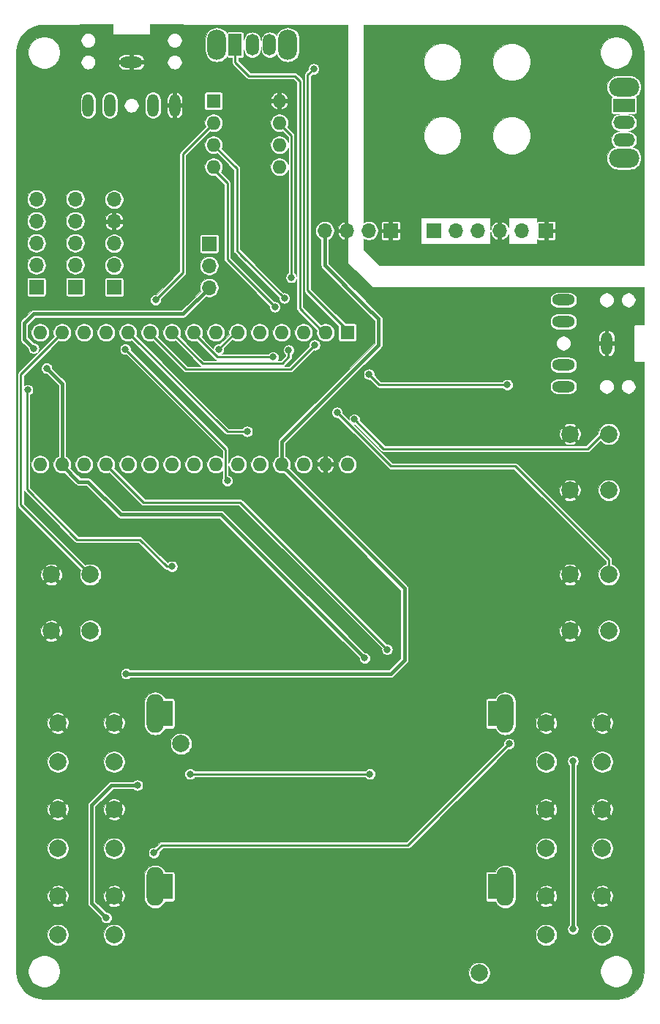
<source format=gbr>
%TF.GenerationSoftware,KiCad,Pcbnew,(5.1.6)-1*%
%TF.CreationDate,2021-02-27T16:06:52+00:00*%
%TF.ProjectId,FT817_buddy_v4,46543831-375f-4627-9564-64795f76342e,rev?*%
%TF.SameCoordinates,Original*%
%TF.FileFunction,Copper,L2,Bot*%
%TF.FilePolarity,Positive*%
%FSLAX46Y46*%
G04 Gerber Fmt 4.6, Leading zero omitted, Abs format (unit mm)*
G04 Created by KiCad (PCBNEW (5.1.6)-1) date 2021-02-27 16:06:52*
%MOMM*%
%LPD*%
G01*
G04 APERTURE LIST*
%TA.AperFunction,ComponentPad*%
%ADD10O,1.700000X1.700000*%
%TD*%
%TA.AperFunction,ComponentPad*%
%ADD11R,1.700000X1.700000*%
%TD*%
%TA.AperFunction,ComponentPad*%
%ADD12O,1.308000X2.616000*%
%TD*%
%TA.AperFunction,ComponentPad*%
%ADD13O,2.616000X1.308000*%
%TD*%
%TA.AperFunction,ComponentPad*%
%ADD14O,1.600000X1.600000*%
%TD*%
%TA.AperFunction,ComponentPad*%
%ADD15R,1.600000X1.600000*%
%TD*%
%TA.AperFunction,ViaPad*%
%ADD16C,2.000000*%
%TD*%
%TA.AperFunction,WasherPad*%
%ADD17O,2.000000X4.500000*%
%TD*%
%TA.AperFunction,SMDPad,CuDef*%
%ADD18R,1.500000X3.000000*%
%TD*%
%TA.AperFunction,ComponentPad*%
%ADD19C,2.000000*%
%TD*%
%TA.AperFunction,ComponentPad*%
%ADD20O,3.500000X2.200000*%
%TD*%
%TA.AperFunction,ComponentPad*%
%ADD21O,2.500000X1.500000*%
%TD*%
%TA.AperFunction,ComponentPad*%
%ADD22R,2.500000X1.500000*%
%TD*%
%TA.AperFunction,ComponentPad*%
%ADD23O,2.200000X3.500000*%
%TD*%
%TA.AperFunction,ComponentPad*%
%ADD24O,1.500000X2.500000*%
%TD*%
%TA.AperFunction,ComponentPad*%
%ADD25R,1.500000X2.500000*%
%TD*%
%TA.AperFunction,ViaPad*%
%ADD26C,0.800000*%
%TD*%
%TA.AperFunction,Conductor*%
%ADD27C,0.250000*%
%TD*%
%TA.AperFunction,Conductor*%
%ADD28C,0.400000*%
%TD*%
%TA.AperFunction,Conductor*%
%ADD29C,0.200000*%
%TD*%
%TA.AperFunction,Conductor*%
%ADD30C,0.100000*%
%TD*%
G04 APERTURE END LIST*
D10*
%TO.P,J9,5*%
%TO.N,Net-(J8-Pad5)*%
X136000000Y-45340000D03*
%TO.P,J9,4*%
%TO.N,Net-(J8-Pad4)*%
X136000000Y-47880000D03*
%TO.P,J9,3*%
%TO.N,Net-(J8-Pad3)*%
X136000000Y-50420000D03*
%TO.P,J9,2*%
%TO.N,Net-(J8-Pad2)*%
X136000000Y-52960000D03*
D11*
%TO.P,J9,1*%
%TO.N,Net-(J8-Pad1)*%
X136000000Y-55500000D03*
%TD*%
%TO.P,J7,1*%
%TO.N,EXP_SDA*%
X145000000Y-55540000D03*
D10*
%TO.P,J7,2*%
%TO.N,EXP_SCL*%
X145000000Y-53000000D03*
%TO.P,J7,3*%
%TO.N,EXP_SQW*%
X145000000Y-50460000D03*
%TO.P,J7,4*%
%TO.N,GND2*%
X145000000Y-47920000D03*
%TO.P,J7,5*%
%TO.N,Net-(J6-Pad2)*%
X145000000Y-45380000D03*
%TD*%
%TO.P,J8,5*%
%TO.N,Net-(J8-Pad5)*%
X140500000Y-45320000D03*
%TO.P,J8,4*%
%TO.N,Net-(J8-Pad4)*%
X140500000Y-47860000D03*
%TO.P,J8,3*%
%TO.N,Net-(J8-Pad3)*%
X140500000Y-50400000D03*
%TO.P,J8,2*%
%TO.N,Net-(J8-Pad2)*%
X140500000Y-52940000D03*
D11*
%TO.P,J8,1*%
%TO.N,Net-(J8-Pad1)*%
X140500000Y-55480000D03*
%TD*%
D12*
%TO.P,J3,1*%
%TO.N,GND2*%
X202000000Y-62000000D03*
D13*
%TO.P,J3,2*%
%TO.N,LEFT_PADDLE*%
X197000000Y-57000000D03*
%TO.P,J3,10*%
%TO.N,Net-(J3-Pad10)*%
X197000000Y-59500000D03*
%TO.P,J3,11*%
%TO.N,Net-(J3-Pad11)*%
X197000000Y-64500000D03*
%TO.P,J3,3*%
%TO.N,RIGHT_PADDLE*%
X197000000Y-67000000D03*
%TD*%
D14*
%TO.P,A1,16*%
%TO.N,KEY_SW4*%
X136440000Y-76000000D03*
%TO.P,A1,15*%
%TO.N,Net-(A1-Pad15)*%
X136440000Y-60760000D03*
%TO.P,A1,30*%
%TO.N,Net-(A1-Pad30)*%
X172000000Y-76000000D03*
%TO.P,A1,14*%
%TO.N,SW7*%
X138980000Y-60760000D03*
%TO.P,A1,29*%
%TO.N,GND2*%
X169460000Y-76000000D03*
%TO.P,A1,13*%
%TO.N,SW8*%
X141520000Y-60760000D03*
%TO.P,A1,28*%
%TO.N,Net-(A1-Pad28)*%
X166920000Y-76000000D03*
%TO.P,A1,12*%
%TO.N,SW9*%
X144060000Y-60760000D03*
%TO.P,A1,27*%
%TO.N,VDD2*%
X164380000Y-76000000D03*
%TO.P,A1,11*%
%TO.N,BACKLIGHT*%
X146600000Y-60760000D03*
%TO.P,A1,26*%
%TO.N,Net-(A1-Pad26)*%
X161840000Y-76000000D03*
%TO.P,A1,10*%
%TO.N,CLK*%
X149140000Y-60760000D03*
%TO.P,A1,25*%
%TO.N,Net-(A1-Pad25)*%
X159300000Y-76000000D03*
%TO.P,A1,9*%
%TO.N,DIN*%
X151680000Y-60760000D03*
%TO.P,A1,24*%
%TO.N,EXP_SCL*%
X156760000Y-76000000D03*
%TO.P,A1,8*%
%TO.N,DC*%
X154220000Y-60760000D03*
%TO.P,A1,23*%
%TO.N,EXP_SDA*%
X154220000Y-76000000D03*
%TO.P,A1,7*%
%TO.N,CE*%
X156760000Y-60760000D03*
%TO.P,A1,22*%
%TO.N,KEY_SW3*%
X151680000Y-76000000D03*
%TO.P,A1,6*%
%TO.N,RST*%
X159300000Y-60760000D03*
%TO.P,A1,21*%
%TO.N,KEY_SW2*%
X149140000Y-76000000D03*
%TO.P,A1,5*%
%TO.N,EXP_SQW*%
X161840000Y-60760000D03*
%TO.P,A1,20*%
%TO.N,KEY_SW1*%
X146600000Y-76000000D03*
%TO.P,A1,4*%
%TO.N,Net-(A1-Pad4)*%
X164380000Y-60760000D03*
%TO.P,A1,19*%
%TO.N,Net-(A1-Pad19)*%
X144060000Y-76000000D03*
%TO.P,A1,3*%
%TO.N,Net-(A1-Pad3)*%
X166920000Y-60760000D03*
%TO.P,A1,18*%
%TO.N,Net-(A1-Pad18)*%
X141520000Y-76000000D03*
%TO.P,A1,2*%
%TO.N,Net-(A1-Pad2)*%
X169460000Y-60760000D03*
%TO.P,A1,17*%
%TO.N,3V3*%
X138980000Y-76000000D03*
D15*
%TO.P,A1,1*%
%TO.N,ARD_TXD*%
X172000000Y-60760000D03*
%TD*%
D10*
%TO.P,J6,3*%
%TO.N,3V3*%
X156000000Y-55580000D03*
%TO.P,J6,2*%
%TO.N,Net-(J6-Pad2)*%
X156000000Y-53040000D03*
D11*
%TO.P,J6,1*%
%TO.N,VDD2*%
X156000000Y-50500000D03*
%TD*%
%TO.P,J5,1*%
%TO.N,GND1*%
X195000000Y-49000000D03*
%TD*%
D10*
%TO.P,U2,4*%
%TO.N,VDD2*%
X169380000Y-49000000D03*
%TO.P,U2,3*%
%TO.N,GND2*%
X171920000Y-49000000D03*
%TO.P,U2,2*%
%TO.N,VDD1*%
X174460000Y-49000000D03*
D11*
%TO.P,U2,1*%
%TO.N,GND1*%
X177000000Y-49000000D03*
%TD*%
D16*
%TO.N,*%
%TO.C,U4*%
X152750000Y-108300000D03*
D17*
%TD*%
%TO.P,U4,*%
%TO.N,*%
X149750000Y-104800000D03*
%TO.P,U4,*%
%TO.N,*%
X190250000Y-104800000D03*
X149750000Y-124800000D03*
X190250000Y-124800000D03*
D18*
X151000000Y-104800000D03*
X151000000Y-124800000D03*
X189000000Y-124800000D03*
X189000000Y-104800000D03*
D16*
%TD*%
%TO.N,*%
%TO.C,U4*%
X187250000Y-134800000D03*
D10*
%TO.P,J1,5*%
%TO.N,FT817_Vout*%
X192160000Y-49000000D03*
%TO.P,J1,4*%
%TO.N,GND1*%
X189620000Y-49000000D03*
%TO.P,J1,3*%
%TO.N,SHIELD*%
X187080000Y-49000000D03*
%TO.P,J1,2*%
%TO.N,FT817_TXD*%
X184540000Y-49000000D03*
D11*
%TO.P,J1,1*%
%TO.N,FT817_RXD*%
X182000000Y-49000000D03*
%TD*%
D14*
%TO.P,J4,8*%
%TO.N,GND2*%
X164120000Y-34000000D03*
%TO.P,J4,4*%
%TO.N,RIGHT_PADDLE*%
X156500000Y-41620000D03*
%TO.P,J4,7*%
%TO.N,LEFT_PADDLE*%
X164120000Y-36540000D03*
%TO.P,J4,3*%
%TO.N,SIDETONE*%
X156500000Y-39080000D03*
%TO.P,J4,6*%
%TO.N,PBNET*%
X164120000Y-39080000D03*
%TO.P,J4,2*%
%TO.N,KEY*%
X156500000Y-36540000D03*
%TO.P,J4,5*%
%TO.N,Net-(J4-Pad5)*%
X164120000Y-41620000D03*
D15*
%TO.P,J4,1*%
%TO.N,VDD2*%
X156500000Y-34000000D03*
%TD*%
D19*
%TO.P,SW1,1*%
%TO.N,Net-(A1-Pad19)*%
X138500000Y-110400000D03*
%TO.P,SW1,2*%
%TO.N,GND2*%
X138500000Y-105900000D03*
%TO.P,SW1,1*%
%TO.N,Net-(A1-Pad19)*%
X145000000Y-110400000D03*
%TO.P,SW1,2*%
%TO.N,GND2*%
X145000000Y-105900000D03*
%TD*%
%TO.P,SW2,1*%
%TO.N,Net-(R3-Pad2)*%
X138500000Y-120400000D03*
%TO.P,SW2,2*%
%TO.N,GND2*%
X138500000Y-115900000D03*
%TO.P,SW2,1*%
%TO.N,Net-(R3-Pad2)*%
X145000000Y-120400000D03*
%TO.P,SW2,2*%
%TO.N,GND2*%
X145000000Y-115900000D03*
%TD*%
%TO.P,SW3,1*%
%TO.N,Net-(R4-Pad2)*%
X138500000Y-130400000D03*
%TO.P,SW3,2*%
%TO.N,GND2*%
X138500000Y-125900000D03*
%TO.P,SW3,1*%
%TO.N,Net-(R4-Pad2)*%
X145000000Y-130400000D03*
%TO.P,SW3,2*%
%TO.N,GND2*%
X145000000Y-125900000D03*
%TD*%
%TO.P,SW4,1*%
%TO.N,GND2*%
X201500000Y-105900000D03*
%TO.P,SW4,2*%
%TO.N,Net-(R5-Pad2)*%
X201500000Y-110400000D03*
%TO.P,SW4,1*%
%TO.N,GND2*%
X195000000Y-105900000D03*
%TO.P,SW4,2*%
%TO.N,Net-(R5-Pad2)*%
X195000000Y-110400000D03*
%TD*%
%TO.P,SW5,1*%
%TO.N,GND2*%
X201500000Y-115900000D03*
%TO.P,SW5,2*%
%TO.N,Net-(R6-Pad2)*%
X201500000Y-120400000D03*
%TO.P,SW5,1*%
%TO.N,GND2*%
X195000000Y-115900000D03*
%TO.P,SW5,2*%
%TO.N,Net-(R6-Pad2)*%
X195000000Y-120400000D03*
%TD*%
%TO.P,SW6,1*%
%TO.N,GND2*%
X201500000Y-125900000D03*
%TO.P,SW6,2*%
%TO.N,Net-(R7-Pad2)*%
X201500000Y-130400000D03*
%TO.P,SW6,1*%
%TO.N,GND2*%
X195000000Y-125900000D03*
%TO.P,SW6,2*%
%TO.N,Net-(R7-Pad2)*%
X195000000Y-130400000D03*
%TD*%
%TO.P,SW7,1*%
%TO.N,GND2*%
X137750000Y-88750000D03*
%TO.P,SW7,2*%
%TO.N,SW7*%
X142250000Y-88750000D03*
%TO.P,SW7,1*%
%TO.N,GND2*%
X137750000Y-95250000D03*
%TO.P,SW7,2*%
%TO.N,SW7*%
X142250000Y-95250000D03*
%TD*%
%TO.P,SW8,1*%
%TO.N,GND2*%
X197750000Y-72500000D03*
%TO.P,SW8,2*%
%TO.N,SW8*%
X202250000Y-72500000D03*
%TO.P,SW8,1*%
%TO.N,GND2*%
X197750000Y-79000000D03*
%TO.P,SW8,2*%
%TO.N,SW8*%
X202250000Y-79000000D03*
%TD*%
%TO.P,SW9,1*%
%TO.N,GND2*%
X197750000Y-88750000D03*
%TO.P,SW9,2*%
%TO.N,SW9*%
X202250000Y-88750000D03*
%TO.P,SW9,1*%
%TO.N,GND2*%
X197750000Y-95250000D03*
%TO.P,SW9,2*%
%TO.N,SW9*%
X202250000Y-95250000D03*
%TD*%
D20*
%TO.P,SW10,*%
%TO.N,*%
X204000000Y-40600000D03*
X204000000Y-32400000D03*
D21*
%TO.P,SW10,3*%
%TO.N,N/C*%
X204000000Y-38500000D03*
%TO.P,SW10,2*%
%TO.N,Net-(C1-Pad1)*%
X204000000Y-36500000D03*
D22*
%TO.P,SW10,1*%
%TO.N,Net-(F1-Pad1)*%
X204000000Y-34500000D03*
%TD*%
D23*
%TO.P,SW11,*%
%TO.N,*%
X165100000Y-27500000D03*
X156900000Y-27500000D03*
D24*
%TO.P,SW11,3*%
%TO.N,N/C*%
X163000000Y-27500000D03*
%TO.P,SW11,2*%
%TO.N,ARD_RXD*%
X161000000Y-27500000D03*
D25*
%TO.P,SW11,1*%
%TO.N,Net-(A1-Pad2)*%
X159000000Y-27500000D03*
%TD*%
D12*
%TO.P,J2,3*%
%TO.N,GND2*%
X152000000Y-34500000D03*
%TO.P,J2,11*%
%TO.N,Net-(J2-Pad11)*%
X149500000Y-34500000D03*
%TO.P,J2,10*%
%TO.N,Net-(J2-Pad10)*%
X144500000Y-34500000D03*
%TO.P,J2,2*%
%TO.N,KEY_OUT*%
X142000000Y-34500000D03*
D13*
%TO.P,J2,1*%
%TO.N,GND2*%
X147000000Y-29500000D03*
%TD*%
D26*
%TO.N,ARD_TXD*%
X168100000Y-30300000D03*
%TO.N,3V3*%
X174000000Y-98400000D03*
X198100000Y-110300000D03*
X198100000Y-129700000D03*
X144100000Y-128400000D03*
X147700000Y-113100000D03*
X137200000Y-64900000D03*
X135700000Y-62600000D03*
%TO.N,Net-(A1-Pad19)*%
X176600000Y-97400000D03*
X153800000Y-111800000D03*
X174600000Y-111800000D03*
%TO.N,RST*%
X157100000Y-62700000D03*
%TO.N,DC*%
X163400000Y-63600000D03*
%TO.N,DIN*%
X165200000Y-62800000D03*
%TO.N,CLK*%
X168200000Y-62200000D03*
%TO.N,BACKLIGHT*%
X160400000Y-72200000D03*
%TO.N,VDD2*%
X146400000Y-100200000D03*
%TO.N,SW9*%
X170800000Y-70000000D03*
%TO.N,SW8*%
X172800000Y-70800000D03*
%TO.N,KEY*%
X158100000Y-77900000D03*
X146300000Y-62700000D03*
X149800000Y-57000000D03*
%TO.N,SIDETONE*%
X164700000Y-56800000D03*
%TO.N,Net-(R4-Pad2)*%
X190700000Y-108300000D03*
X149600000Y-120900000D03*
%TO.N,KEY_OUT*%
X151700000Y-87800000D03*
X135000000Y-67400000D03*
%TO.N,RIGHT_PADDLE*%
X174500000Y-65600000D03*
X190500000Y-66800000D03*
X163600000Y-57800000D03*
%TO.N,LEFT_PADDLE*%
X165500000Y-54400000D03*
%TD*%
D27*
%TO.N,ARD_TXD*%
X167400000Y-55160000D02*
X167400000Y-31000000D01*
X167400000Y-31000000D02*
X168100000Y-30300000D01*
X167400000Y-55160000D02*
X167400000Y-55900000D01*
X167400000Y-55900000D02*
X172000000Y-60500000D01*
D28*
%TO.N,3V3*%
X171000000Y-95400000D02*
X157400000Y-81800000D01*
X171000000Y-95400000D02*
X174000000Y-98400000D01*
X145780000Y-81800000D02*
X146000000Y-81800000D01*
X157400000Y-81800000D02*
X146000000Y-81800000D01*
X198100000Y-110300000D02*
X198100000Y-129700000D01*
X144100000Y-128400000D02*
X142400000Y-126700000D01*
X142400000Y-126700000D02*
X142400000Y-115400000D01*
X142400000Y-115400000D02*
X144700000Y-113100000D01*
X144700000Y-113100000D02*
X147700000Y-113100000D01*
X149400000Y-58600000D02*
X153000000Y-58600000D01*
X153000000Y-58600000D02*
X156200000Y-55400000D01*
X137200000Y-58600000D02*
X149400000Y-58600000D01*
X136934998Y-58600000D02*
X137200000Y-58600000D01*
X135700000Y-62600000D02*
X134600000Y-61500000D01*
X134600000Y-61500000D02*
X134600000Y-59700000D01*
X135700000Y-58600000D02*
X136934998Y-58600000D01*
X134600000Y-59700000D02*
X135700000Y-58600000D01*
X141980000Y-78000000D02*
X145780000Y-81800000D01*
X140900000Y-78000000D02*
X141980000Y-78000000D01*
X137200000Y-64900000D02*
X139000000Y-66700000D01*
X139000000Y-76100000D02*
X140900000Y-78000000D01*
X139000000Y-66700000D02*
X139000000Y-76100000D01*
D27*
%TO.N,Net-(A1-Pad2)*%
X166500010Y-56800010D02*
X166500010Y-31700010D01*
X166500010Y-31700010D02*
X165900000Y-31100000D01*
X165900000Y-31100000D02*
X160600000Y-31100000D01*
X160600000Y-31100000D02*
X159000000Y-29500000D01*
X159000000Y-29500000D02*
X159000000Y-26800000D01*
X166500010Y-56800010D02*
X166500010Y-58000010D01*
X166500010Y-58000010D02*
X169000000Y-60500000D01*
%TO.N,Net-(A1-Pad19)*%
X159600000Y-80400000D02*
X176600000Y-97400000D01*
X163800000Y-111800000D02*
X153800000Y-111800000D01*
X163800000Y-111800000D02*
X174600000Y-111800000D01*
X149460000Y-80400000D02*
X149900000Y-80400000D01*
X149900000Y-80400000D02*
X159600000Y-80400000D01*
X149460000Y-80400000D02*
X148400000Y-80400000D01*
X148400000Y-80400000D02*
X144100000Y-76100000D01*
%TO.N,SW7*%
X142800000Y-88200000D02*
X142250000Y-88750000D01*
X142250000Y-88750000D02*
X134200000Y-80700000D01*
X134200000Y-80700000D02*
X134200000Y-66300000D01*
X134200000Y-66300000D02*
X134200000Y-65600000D01*
X134200000Y-65600000D02*
X139200000Y-60600000D01*
%TO.N,RST*%
X159000000Y-60800000D02*
X157100000Y-62700000D01*
%TO.N,DC*%
X156928630Y-63600000D02*
X158000000Y-63600000D01*
X163400000Y-63600000D02*
X158000000Y-63600000D01*
X158000000Y-63600000D02*
X157820000Y-63600000D01*
X156928630Y-63600000D02*
X154200000Y-60871370D01*
%TO.N,DIN*%
X165200000Y-62875000D02*
X165200000Y-63600000D01*
X165200000Y-63600000D02*
X164474999Y-64325001D01*
D29*
X156225001Y-64305001D02*
X156225001Y-64325001D01*
D27*
X164474999Y-64325001D02*
X156225001Y-64325001D01*
X156225001Y-64325001D02*
X155225001Y-64325001D01*
X155225001Y-64325001D02*
X151800000Y-60900000D01*
D29*
%TO.N,CLK*%
X154380000Y-65000000D02*
X154400000Y-65000000D01*
D27*
X167684315Y-62715685D02*
X168200000Y-62200000D01*
X154400000Y-65000000D02*
X165400000Y-65000000D01*
X165400000Y-65000000D02*
X167684315Y-62715685D01*
X154400000Y-65000000D02*
X153300000Y-65000000D01*
X153300000Y-65000000D02*
X149100000Y-60800000D01*
%TO.N,BACKLIGHT*%
X159040000Y-72200000D02*
X160400000Y-72200000D01*
X159040000Y-72200000D02*
X158100000Y-72200000D01*
X158100000Y-72200000D02*
X146400000Y-60500000D01*
D28*
%TO.N,VDD2*%
X174000000Y-57600000D02*
X175600000Y-59200000D01*
X175600000Y-59200000D02*
X175600000Y-62200000D01*
X178600000Y-95200000D02*
X178600000Y-98600000D01*
X178600000Y-98600000D02*
X177000000Y-100200000D01*
X177000000Y-100200000D02*
X146400000Y-100200000D01*
X169380000Y-52980000D02*
X174000000Y-57600000D01*
X169380000Y-49000000D02*
X169380000Y-52980000D01*
X178600000Y-90350000D02*
X165650000Y-77400000D01*
X178600000Y-95200000D02*
X178600000Y-90350000D01*
X165650000Y-72150000D02*
X175600000Y-62200000D01*
X165650000Y-77400000D02*
X164150000Y-75900000D01*
D27*
X164150000Y-75900000D02*
X164400000Y-75650000D01*
D28*
X164400000Y-73400000D02*
X165650000Y-72150000D01*
X164400000Y-75650000D02*
X164400000Y-73400000D01*
D27*
%TO.N,SW9*%
X170800000Y-70000000D02*
X177000000Y-76200000D01*
X177000000Y-76200000D02*
X191400000Y-76200000D01*
X202250000Y-87050000D02*
X202250000Y-88750000D01*
X191400000Y-76200000D02*
X202250000Y-87050000D01*
%TO.N,SW8*%
X172800000Y-70800000D02*
X176200000Y-74200000D01*
X176200000Y-74200000D02*
X199800000Y-74200000D01*
X199800000Y-74200000D02*
X202250000Y-71750000D01*
%TO.N,KEY*%
X152954010Y-53845990D02*
X152954010Y-40145990D01*
X149800000Y-57000000D02*
X152954010Y-53845990D01*
X152954010Y-40145990D02*
X156600000Y-36500000D01*
X157885001Y-77685001D02*
X158100000Y-77900000D01*
X157885001Y-74285001D02*
X157885001Y-77685001D01*
X146400000Y-62800000D02*
X157885001Y-74285001D01*
%TO.N,SIDETONE*%
X164700000Y-56800000D02*
X159700000Y-51800000D01*
X159700000Y-51800000D02*
X159200000Y-51300000D01*
X159200000Y-51300000D02*
X159200000Y-41800000D01*
X159200000Y-41800000D02*
X156300000Y-38900000D01*
%TO.N,Net-(R4-Pad2)*%
X190700000Y-108300000D02*
X179000000Y-120000000D01*
X179000000Y-120000000D02*
X177300000Y-120000000D01*
X150500000Y-120000000D02*
X151600000Y-120000000D01*
X149600000Y-120900000D02*
X150500000Y-120000000D01*
X177300000Y-120000000D02*
X151600000Y-120000000D01*
%TO.N,KEY_OUT*%
X151072880Y-87800000D02*
X147972880Y-84700000D01*
X151700000Y-87800000D02*
X151072880Y-87800000D01*
X140700000Y-84700000D02*
X134900000Y-78900000D01*
X147972880Y-84700000D02*
X140700000Y-84700000D01*
X134900000Y-78900000D02*
X134900000Y-67500000D01*
D29*
X134900000Y-67500000D02*
X135000000Y-67400000D01*
D27*
%TO.N,RIGHT_PADDLE*%
X174500000Y-65600000D02*
X175700000Y-66800000D01*
X190500000Y-66800000D02*
X175700000Y-66800000D01*
X163600000Y-57800000D02*
X158100000Y-52300000D01*
X158100000Y-52300000D02*
X158100000Y-43500000D01*
X158100000Y-43500000D02*
X156500000Y-41900000D01*
%TO.N,LEFT_PADDLE*%
X165500000Y-54400000D02*
X165500000Y-38000000D01*
X165500000Y-38000000D02*
X164000000Y-36500000D01*
%TD*%
D30*
%TO.N,GND1*%
G36*
X203726243Y-25237243D02*
G01*
X204328631Y-25419114D01*
X204884226Y-25714530D01*
X205371853Y-26112228D01*
X205772950Y-26597071D01*
X206072234Y-27150583D01*
X206258309Y-27751696D01*
X206324949Y-28385736D01*
X206325000Y-28400326D01*
X206325001Y-52950000D01*
X175620710Y-52950000D01*
X173850000Y-51179290D01*
X173850000Y-49915369D01*
X173938955Y-49974807D01*
X174139142Y-50057727D01*
X174351659Y-50100000D01*
X174568341Y-50100000D01*
X174780858Y-50057727D01*
X174981045Y-49974807D01*
X175161209Y-49854425D01*
X175165634Y-49850000D01*
X175898790Y-49850000D01*
X175903617Y-49899009D01*
X175917912Y-49946134D01*
X175941127Y-49989565D01*
X175972368Y-50027632D01*
X176010435Y-50058873D01*
X176053866Y-50082088D01*
X176100991Y-50096383D01*
X176150000Y-50101210D01*
X176733500Y-50100000D01*
X176796000Y-50037500D01*
X176796000Y-49204000D01*
X177204000Y-49204000D01*
X177204000Y-50037500D01*
X177266500Y-50100000D01*
X177850000Y-50101210D01*
X177899009Y-50096383D01*
X177946134Y-50082088D01*
X177989565Y-50058873D01*
X178027632Y-50027632D01*
X178058873Y-49989565D01*
X178082088Y-49946134D01*
X178096383Y-49899009D01*
X178101210Y-49850000D01*
X178100000Y-49266500D01*
X178037500Y-49204000D01*
X177204000Y-49204000D01*
X176796000Y-49204000D01*
X175962500Y-49204000D01*
X175900000Y-49266500D01*
X175898790Y-49850000D01*
X175165634Y-49850000D01*
X175314425Y-49701209D01*
X175434807Y-49521045D01*
X175517727Y-49320858D01*
X175560000Y-49108341D01*
X175560000Y-48891659D01*
X175517727Y-48679142D01*
X175434807Y-48478955D01*
X175314425Y-48298791D01*
X175165634Y-48150000D01*
X175898790Y-48150000D01*
X175900000Y-48733500D01*
X175962500Y-48796000D01*
X176796000Y-48796000D01*
X176796000Y-47962500D01*
X177204000Y-47962500D01*
X177204000Y-48796000D01*
X178037500Y-48796000D01*
X178100000Y-48733500D01*
X178101210Y-48150000D01*
X178096383Y-48100991D01*
X178082088Y-48053866D01*
X178058873Y-48010435D01*
X178027632Y-47972368D01*
X177989565Y-47941127D01*
X177946134Y-47917912D01*
X177899009Y-47903617D01*
X177850000Y-47898790D01*
X177266500Y-47900000D01*
X177204000Y-47962500D01*
X176796000Y-47962500D01*
X176733500Y-47900000D01*
X176150000Y-47898790D01*
X176100991Y-47903617D01*
X176053866Y-47917912D01*
X176010435Y-47941127D01*
X175972368Y-47972368D01*
X175941127Y-48010435D01*
X175917912Y-48053866D01*
X175903617Y-48100991D01*
X175898790Y-48150000D01*
X175165634Y-48150000D01*
X175161209Y-48145575D01*
X174981045Y-48025193D01*
X174780858Y-47942273D01*
X174568341Y-47900000D01*
X174351659Y-47900000D01*
X174139142Y-47942273D01*
X173938955Y-48025193D01*
X173850000Y-48084631D01*
X173850000Y-47500000D01*
X180450000Y-47500000D01*
X180450000Y-50500000D01*
X180450961Y-50509755D01*
X180453806Y-50519134D01*
X180458427Y-50527779D01*
X180464645Y-50535355D01*
X180472221Y-50541573D01*
X180480866Y-50546194D01*
X180490245Y-50549039D01*
X180500000Y-50550000D01*
X188500000Y-50550000D01*
X188509755Y-50549039D01*
X188519134Y-50546194D01*
X188527779Y-50541573D01*
X188535355Y-50535355D01*
X188541573Y-50527779D01*
X188546194Y-50519134D01*
X188549039Y-50509755D01*
X188550000Y-50500000D01*
X188550000Y-49204002D01*
X188601571Y-49204002D01*
X188584292Y-49370583D01*
X188676490Y-49565519D01*
X188804947Y-49738722D01*
X188964726Y-49883537D01*
X189149686Y-49994398D01*
X189249419Y-50035697D01*
X189416000Y-50017246D01*
X189416000Y-49204000D01*
X189396000Y-49204000D01*
X189396000Y-48796000D01*
X189416000Y-48796000D01*
X189416000Y-47982754D01*
X189824000Y-47982754D01*
X189824000Y-48796000D01*
X189844000Y-48796000D01*
X189844000Y-49204000D01*
X189824000Y-49204000D01*
X189824000Y-50017246D01*
X189990581Y-50035697D01*
X190090314Y-49994398D01*
X190275274Y-49883537D01*
X190435053Y-49738722D01*
X190563510Y-49565519D01*
X190650000Y-49382652D01*
X190650000Y-50500000D01*
X190650961Y-50509755D01*
X190653806Y-50519134D01*
X190658427Y-50527779D01*
X190664645Y-50535355D01*
X190672221Y-50541573D01*
X190680866Y-50546194D01*
X190690245Y-50549039D01*
X190700000Y-50550000D01*
X193900000Y-50550000D01*
X193909755Y-50549039D01*
X193919134Y-50546194D01*
X193927779Y-50541573D01*
X193935355Y-50535355D01*
X193941573Y-50527779D01*
X193946194Y-50519134D01*
X193949039Y-50509755D01*
X193950000Y-50500000D01*
X193950000Y-50000377D01*
X193972368Y-50027632D01*
X194010435Y-50058873D01*
X194053866Y-50082088D01*
X194100991Y-50096383D01*
X194150000Y-50101210D01*
X194733500Y-50100000D01*
X194796000Y-50037500D01*
X194796000Y-49204000D01*
X195204000Y-49204000D01*
X195204000Y-50037500D01*
X195266500Y-50100000D01*
X195850000Y-50101210D01*
X195899009Y-50096383D01*
X195946134Y-50082088D01*
X195989565Y-50058873D01*
X196027632Y-50027632D01*
X196058873Y-49989565D01*
X196082088Y-49946134D01*
X196096383Y-49899009D01*
X196101210Y-49850000D01*
X196100000Y-49266500D01*
X196037500Y-49204000D01*
X195204000Y-49204000D01*
X194796000Y-49204000D01*
X194776000Y-49204000D01*
X194776000Y-48796000D01*
X194796000Y-48796000D01*
X194796000Y-47962500D01*
X195204000Y-47962500D01*
X195204000Y-48796000D01*
X196037500Y-48796000D01*
X196100000Y-48733500D01*
X196101210Y-48150000D01*
X196096383Y-48100991D01*
X196082088Y-48053866D01*
X196058873Y-48010435D01*
X196027632Y-47972368D01*
X195989565Y-47941127D01*
X195946134Y-47917912D01*
X195899009Y-47903617D01*
X195850000Y-47898790D01*
X195266500Y-47900000D01*
X195204000Y-47962500D01*
X194796000Y-47962500D01*
X194733500Y-47900000D01*
X194150000Y-47898790D01*
X194100991Y-47903617D01*
X194053866Y-47917912D01*
X194010435Y-47941127D01*
X193972368Y-47972368D01*
X193950000Y-47999623D01*
X193950000Y-47500000D01*
X193949039Y-47490245D01*
X193946194Y-47480866D01*
X193941573Y-47472221D01*
X193935355Y-47464645D01*
X193927779Y-47458427D01*
X193919134Y-47453806D01*
X193909755Y-47450961D01*
X193900000Y-47450000D01*
X190700000Y-47450000D01*
X190690245Y-47450961D01*
X190680866Y-47453806D01*
X190672221Y-47458427D01*
X190664645Y-47464645D01*
X190658427Y-47472221D01*
X190653806Y-47480866D01*
X190650961Y-47490245D01*
X190650000Y-47500000D01*
X190650000Y-48617348D01*
X190563510Y-48434481D01*
X190435053Y-48261278D01*
X190275274Y-48116463D01*
X190090314Y-48005602D01*
X189990581Y-47964303D01*
X189824000Y-47982754D01*
X189416000Y-47982754D01*
X189249419Y-47964303D01*
X189149686Y-48005602D01*
X188964726Y-48116463D01*
X188804947Y-48261278D01*
X188676490Y-48434481D01*
X188584292Y-48629417D01*
X188601571Y-48795998D01*
X188550000Y-48795998D01*
X188550000Y-47500000D01*
X188549039Y-47490245D01*
X188546194Y-47480866D01*
X188541573Y-47472221D01*
X188535355Y-47464645D01*
X188527779Y-47458427D01*
X188519134Y-47453806D01*
X188509755Y-47450961D01*
X188500000Y-47450000D01*
X180500000Y-47450000D01*
X180490245Y-47450961D01*
X180480866Y-47453806D01*
X180472221Y-47458427D01*
X180464645Y-47464645D01*
X180458427Y-47472221D01*
X180453806Y-47480866D01*
X180450961Y-47490245D01*
X180450000Y-47500000D01*
X173850000Y-47500000D01*
X173850000Y-37784852D01*
X180815570Y-37784852D01*
X180815570Y-38215148D01*
X180899516Y-38637175D01*
X181064183Y-39034716D01*
X181303242Y-39392493D01*
X181607507Y-39696758D01*
X181965284Y-39935817D01*
X182362825Y-40100484D01*
X182784852Y-40184430D01*
X183215148Y-40184430D01*
X183637175Y-40100484D01*
X184034716Y-39935817D01*
X184392493Y-39696758D01*
X184696758Y-39392493D01*
X184935817Y-39034716D01*
X185100484Y-38637175D01*
X185184430Y-38215148D01*
X185184430Y-37784852D01*
X188815570Y-37784852D01*
X188815570Y-38215148D01*
X188899516Y-38637175D01*
X189064183Y-39034716D01*
X189303242Y-39392493D01*
X189607507Y-39696758D01*
X189965284Y-39935817D01*
X190362825Y-40100484D01*
X190784852Y-40184430D01*
X191215148Y-40184430D01*
X191637175Y-40100484D01*
X192034716Y-39935817D01*
X192392493Y-39696758D01*
X192696758Y-39392493D01*
X192935817Y-39034716D01*
X193100484Y-38637175D01*
X193184430Y-38215148D01*
X193184430Y-37784852D01*
X193100484Y-37362825D01*
X192935817Y-36965284D01*
X192696758Y-36607507D01*
X192392493Y-36303242D01*
X192034716Y-36064183D01*
X191637175Y-35899516D01*
X191215148Y-35815570D01*
X190784852Y-35815570D01*
X190362825Y-35899516D01*
X189965284Y-36064183D01*
X189607507Y-36303242D01*
X189303242Y-36607507D01*
X189064183Y-36965284D01*
X188899516Y-37362825D01*
X188815570Y-37784852D01*
X185184430Y-37784852D01*
X185100484Y-37362825D01*
X184935817Y-36965284D01*
X184696758Y-36607507D01*
X184392493Y-36303242D01*
X184034716Y-36064183D01*
X183637175Y-35899516D01*
X183215148Y-35815570D01*
X182784852Y-35815570D01*
X182362825Y-35899516D01*
X181965284Y-36064183D01*
X181607507Y-36303242D01*
X181303242Y-36607507D01*
X181064183Y-36965284D01*
X180899516Y-37362825D01*
X180815570Y-37784852D01*
X173850000Y-37784852D01*
X173850000Y-32400000D01*
X201993468Y-32400000D01*
X202019533Y-32664646D01*
X202096728Y-32919122D01*
X202222085Y-33153649D01*
X202390787Y-33359213D01*
X202596351Y-33527915D01*
X202615752Y-33538285D01*
X202610436Y-33541127D01*
X202572368Y-33572368D01*
X202541127Y-33610436D01*
X202517913Y-33653866D01*
X202503618Y-33700992D01*
X202498791Y-33750000D01*
X202498791Y-35250000D01*
X202503618Y-35299008D01*
X202517913Y-35346134D01*
X202541127Y-35389564D01*
X202572368Y-35427632D01*
X202610436Y-35458873D01*
X202653866Y-35482087D01*
X202700992Y-35496382D01*
X202750000Y-35501209D01*
X203438605Y-35501209D01*
X203303966Y-35514470D01*
X203115465Y-35571651D01*
X202941742Y-35664508D01*
X202789472Y-35789472D01*
X202664508Y-35941742D01*
X202571651Y-36115465D01*
X202514470Y-36303966D01*
X202495162Y-36500000D01*
X202514470Y-36696034D01*
X202571651Y-36884535D01*
X202664508Y-37058258D01*
X202789472Y-37210528D01*
X202941742Y-37335492D01*
X203115465Y-37428349D01*
X203303966Y-37485530D01*
X203450880Y-37500000D01*
X203303966Y-37514470D01*
X203115465Y-37571651D01*
X202941742Y-37664508D01*
X202789472Y-37789472D01*
X202664508Y-37941742D01*
X202571651Y-38115465D01*
X202514470Y-38303966D01*
X202495162Y-38500000D01*
X202514470Y-38696034D01*
X202571651Y-38884535D01*
X202664508Y-39058258D01*
X202789472Y-39210528D01*
X202921818Y-39319141D01*
X202830878Y-39346728D01*
X202596351Y-39472085D01*
X202390787Y-39640787D01*
X202222085Y-39846351D01*
X202096728Y-40080878D01*
X202019533Y-40335354D01*
X201993468Y-40600000D01*
X202019533Y-40864646D01*
X202096728Y-41119122D01*
X202222085Y-41353649D01*
X202390787Y-41559213D01*
X202596351Y-41727915D01*
X202830878Y-41853272D01*
X203085354Y-41930467D01*
X203283679Y-41950000D01*
X204716321Y-41950000D01*
X204914646Y-41930467D01*
X205169122Y-41853272D01*
X205403649Y-41727915D01*
X205609213Y-41559213D01*
X205777915Y-41353649D01*
X205903272Y-41119122D01*
X205980467Y-40864646D01*
X206006532Y-40600000D01*
X205980467Y-40335354D01*
X205903272Y-40080878D01*
X205777915Y-39846351D01*
X205609213Y-39640787D01*
X205403649Y-39472085D01*
X205169122Y-39346728D01*
X205078182Y-39319141D01*
X205210528Y-39210528D01*
X205335492Y-39058258D01*
X205428349Y-38884535D01*
X205485530Y-38696034D01*
X205504838Y-38500000D01*
X205485530Y-38303966D01*
X205428349Y-38115465D01*
X205335492Y-37941742D01*
X205210528Y-37789472D01*
X205058258Y-37664508D01*
X204884535Y-37571651D01*
X204696034Y-37514470D01*
X204549120Y-37500000D01*
X204696034Y-37485530D01*
X204884535Y-37428349D01*
X205058258Y-37335492D01*
X205210528Y-37210528D01*
X205335492Y-37058258D01*
X205428349Y-36884535D01*
X205485530Y-36696034D01*
X205504838Y-36500000D01*
X205485530Y-36303966D01*
X205428349Y-36115465D01*
X205335492Y-35941742D01*
X205210528Y-35789472D01*
X205058258Y-35664508D01*
X204884535Y-35571651D01*
X204696034Y-35514470D01*
X204561395Y-35501209D01*
X205250000Y-35501209D01*
X205299008Y-35496382D01*
X205346134Y-35482087D01*
X205389564Y-35458873D01*
X205427632Y-35427632D01*
X205458873Y-35389564D01*
X205482087Y-35346134D01*
X205496382Y-35299008D01*
X205501209Y-35250000D01*
X205501209Y-33750000D01*
X205496382Y-33700992D01*
X205482087Y-33653866D01*
X205458873Y-33610436D01*
X205427632Y-33572368D01*
X205389564Y-33541127D01*
X205384248Y-33538285D01*
X205403649Y-33527915D01*
X205609213Y-33359213D01*
X205777915Y-33153649D01*
X205903272Y-32919122D01*
X205980467Y-32664646D01*
X206006532Y-32400000D01*
X205980467Y-32135354D01*
X205903272Y-31880878D01*
X205777915Y-31646351D01*
X205609213Y-31440787D01*
X205403649Y-31272085D01*
X205169122Y-31146728D01*
X204914646Y-31069533D01*
X204716321Y-31050000D01*
X203283679Y-31050000D01*
X203085354Y-31069533D01*
X202830878Y-31146728D01*
X202596351Y-31272085D01*
X202390787Y-31440787D01*
X202222085Y-31646351D01*
X202096728Y-31880878D01*
X202019533Y-32135354D01*
X201993468Y-32400000D01*
X173850000Y-32400000D01*
X173850000Y-29284852D01*
X180815570Y-29284852D01*
X180815570Y-29715148D01*
X180899516Y-30137175D01*
X181064183Y-30534716D01*
X181303242Y-30892493D01*
X181607507Y-31196758D01*
X181965284Y-31435817D01*
X182362825Y-31600484D01*
X182784852Y-31684430D01*
X183215148Y-31684430D01*
X183637175Y-31600484D01*
X184034716Y-31435817D01*
X184392493Y-31196758D01*
X184696758Y-30892493D01*
X184935817Y-30534716D01*
X185100484Y-30137175D01*
X185184430Y-29715148D01*
X185184430Y-29284852D01*
X188815570Y-29284852D01*
X188815570Y-29715148D01*
X188899516Y-30137175D01*
X189064183Y-30534716D01*
X189303242Y-30892493D01*
X189607507Y-31196758D01*
X189965284Y-31435817D01*
X190362825Y-31600484D01*
X190784852Y-31684430D01*
X191215148Y-31684430D01*
X191637175Y-31600484D01*
X192034716Y-31435817D01*
X192392493Y-31196758D01*
X192696758Y-30892493D01*
X192935817Y-30534716D01*
X193100484Y-30137175D01*
X193184430Y-29715148D01*
X193184430Y-29284852D01*
X193100484Y-28862825D01*
X192935817Y-28465284D01*
X192770448Y-28217791D01*
X201250000Y-28217791D01*
X201250000Y-28582209D01*
X201321095Y-28939625D01*
X201460552Y-29276303D01*
X201663011Y-29579306D01*
X201920694Y-29836989D01*
X202223697Y-30039448D01*
X202560375Y-30178905D01*
X202917791Y-30250000D01*
X203282209Y-30250000D01*
X203639625Y-30178905D01*
X203976303Y-30039448D01*
X204279306Y-29836989D01*
X204536989Y-29579306D01*
X204739448Y-29276303D01*
X204878905Y-28939625D01*
X204950000Y-28582209D01*
X204950000Y-28217791D01*
X204878905Y-27860375D01*
X204739448Y-27523697D01*
X204536989Y-27220694D01*
X204279306Y-26963011D01*
X203976303Y-26760552D01*
X203639625Y-26621095D01*
X203282209Y-26550000D01*
X202917791Y-26550000D01*
X202560375Y-26621095D01*
X202223697Y-26760552D01*
X201920694Y-26963011D01*
X201663011Y-27220694D01*
X201460552Y-27523697D01*
X201321095Y-27860375D01*
X201250000Y-28217791D01*
X192770448Y-28217791D01*
X192696758Y-28107507D01*
X192392493Y-27803242D01*
X192034716Y-27564183D01*
X191637175Y-27399516D01*
X191215148Y-27315570D01*
X190784852Y-27315570D01*
X190362825Y-27399516D01*
X189965284Y-27564183D01*
X189607507Y-27803242D01*
X189303242Y-28107507D01*
X189064183Y-28465284D01*
X188899516Y-28862825D01*
X188815570Y-29284852D01*
X185184430Y-29284852D01*
X185100484Y-28862825D01*
X184935817Y-28465284D01*
X184696758Y-28107507D01*
X184392493Y-27803242D01*
X184034716Y-27564183D01*
X183637175Y-27399516D01*
X183215148Y-27315570D01*
X182784852Y-27315570D01*
X182362825Y-27399516D01*
X181965284Y-27564183D01*
X181607507Y-27803242D01*
X181303242Y-28107507D01*
X181064183Y-28465284D01*
X180899516Y-28862825D01*
X180815570Y-29284852D01*
X173850000Y-29284852D01*
X173850000Y-25175000D01*
X203091439Y-25175000D01*
X203726243Y-25237243D01*
G37*
X203726243Y-25237243D02*
X204328631Y-25419114D01*
X204884226Y-25714530D01*
X205371853Y-26112228D01*
X205772950Y-26597071D01*
X206072234Y-27150583D01*
X206258309Y-27751696D01*
X206324949Y-28385736D01*
X206325000Y-28400326D01*
X206325001Y-52950000D01*
X175620710Y-52950000D01*
X173850000Y-51179290D01*
X173850000Y-49915369D01*
X173938955Y-49974807D01*
X174139142Y-50057727D01*
X174351659Y-50100000D01*
X174568341Y-50100000D01*
X174780858Y-50057727D01*
X174981045Y-49974807D01*
X175161209Y-49854425D01*
X175165634Y-49850000D01*
X175898790Y-49850000D01*
X175903617Y-49899009D01*
X175917912Y-49946134D01*
X175941127Y-49989565D01*
X175972368Y-50027632D01*
X176010435Y-50058873D01*
X176053866Y-50082088D01*
X176100991Y-50096383D01*
X176150000Y-50101210D01*
X176733500Y-50100000D01*
X176796000Y-50037500D01*
X176796000Y-49204000D01*
X177204000Y-49204000D01*
X177204000Y-50037500D01*
X177266500Y-50100000D01*
X177850000Y-50101210D01*
X177899009Y-50096383D01*
X177946134Y-50082088D01*
X177989565Y-50058873D01*
X178027632Y-50027632D01*
X178058873Y-49989565D01*
X178082088Y-49946134D01*
X178096383Y-49899009D01*
X178101210Y-49850000D01*
X178100000Y-49266500D01*
X178037500Y-49204000D01*
X177204000Y-49204000D01*
X176796000Y-49204000D01*
X175962500Y-49204000D01*
X175900000Y-49266500D01*
X175898790Y-49850000D01*
X175165634Y-49850000D01*
X175314425Y-49701209D01*
X175434807Y-49521045D01*
X175517727Y-49320858D01*
X175560000Y-49108341D01*
X175560000Y-48891659D01*
X175517727Y-48679142D01*
X175434807Y-48478955D01*
X175314425Y-48298791D01*
X175165634Y-48150000D01*
X175898790Y-48150000D01*
X175900000Y-48733500D01*
X175962500Y-48796000D01*
X176796000Y-48796000D01*
X176796000Y-47962500D01*
X177204000Y-47962500D01*
X177204000Y-48796000D01*
X178037500Y-48796000D01*
X178100000Y-48733500D01*
X178101210Y-48150000D01*
X178096383Y-48100991D01*
X178082088Y-48053866D01*
X178058873Y-48010435D01*
X178027632Y-47972368D01*
X177989565Y-47941127D01*
X177946134Y-47917912D01*
X177899009Y-47903617D01*
X177850000Y-47898790D01*
X177266500Y-47900000D01*
X177204000Y-47962500D01*
X176796000Y-47962500D01*
X176733500Y-47900000D01*
X176150000Y-47898790D01*
X176100991Y-47903617D01*
X176053866Y-47917912D01*
X176010435Y-47941127D01*
X175972368Y-47972368D01*
X175941127Y-48010435D01*
X175917912Y-48053866D01*
X175903617Y-48100991D01*
X175898790Y-48150000D01*
X175165634Y-48150000D01*
X175161209Y-48145575D01*
X174981045Y-48025193D01*
X174780858Y-47942273D01*
X174568341Y-47900000D01*
X174351659Y-47900000D01*
X174139142Y-47942273D01*
X173938955Y-48025193D01*
X173850000Y-48084631D01*
X173850000Y-47500000D01*
X180450000Y-47500000D01*
X180450000Y-50500000D01*
X180450961Y-50509755D01*
X180453806Y-50519134D01*
X180458427Y-50527779D01*
X180464645Y-50535355D01*
X180472221Y-50541573D01*
X180480866Y-50546194D01*
X180490245Y-50549039D01*
X180500000Y-50550000D01*
X188500000Y-50550000D01*
X188509755Y-50549039D01*
X188519134Y-50546194D01*
X188527779Y-50541573D01*
X188535355Y-50535355D01*
X188541573Y-50527779D01*
X188546194Y-50519134D01*
X188549039Y-50509755D01*
X188550000Y-50500000D01*
X188550000Y-49204002D01*
X188601571Y-49204002D01*
X188584292Y-49370583D01*
X188676490Y-49565519D01*
X188804947Y-49738722D01*
X188964726Y-49883537D01*
X189149686Y-49994398D01*
X189249419Y-50035697D01*
X189416000Y-50017246D01*
X189416000Y-49204000D01*
X189396000Y-49204000D01*
X189396000Y-48796000D01*
X189416000Y-48796000D01*
X189416000Y-47982754D01*
X189824000Y-47982754D01*
X189824000Y-48796000D01*
X189844000Y-48796000D01*
X189844000Y-49204000D01*
X189824000Y-49204000D01*
X189824000Y-50017246D01*
X189990581Y-50035697D01*
X190090314Y-49994398D01*
X190275274Y-49883537D01*
X190435053Y-49738722D01*
X190563510Y-49565519D01*
X190650000Y-49382652D01*
X190650000Y-50500000D01*
X190650961Y-50509755D01*
X190653806Y-50519134D01*
X190658427Y-50527779D01*
X190664645Y-50535355D01*
X190672221Y-50541573D01*
X190680866Y-50546194D01*
X190690245Y-50549039D01*
X190700000Y-50550000D01*
X193900000Y-50550000D01*
X193909755Y-50549039D01*
X193919134Y-50546194D01*
X193927779Y-50541573D01*
X193935355Y-50535355D01*
X193941573Y-50527779D01*
X193946194Y-50519134D01*
X193949039Y-50509755D01*
X193950000Y-50500000D01*
X193950000Y-50000377D01*
X193972368Y-50027632D01*
X194010435Y-50058873D01*
X194053866Y-50082088D01*
X194100991Y-50096383D01*
X194150000Y-50101210D01*
X194733500Y-50100000D01*
X194796000Y-50037500D01*
X194796000Y-49204000D01*
X195204000Y-49204000D01*
X195204000Y-50037500D01*
X195266500Y-50100000D01*
X195850000Y-50101210D01*
X195899009Y-50096383D01*
X195946134Y-50082088D01*
X195989565Y-50058873D01*
X196027632Y-50027632D01*
X196058873Y-49989565D01*
X196082088Y-49946134D01*
X196096383Y-49899009D01*
X196101210Y-49850000D01*
X196100000Y-49266500D01*
X196037500Y-49204000D01*
X195204000Y-49204000D01*
X194796000Y-49204000D01*
X194776000Y-49204000D01*
X194776000Y-48796000D01*
X194796000Y-48796000D01*
X194796000Y-47962500D01*
X195204000Y-47962500D01*
X195204000Y-48796000D01*
X196037500Y-48796000D01*
X196100000Y-48733500D01*
X196101210Y-48150000D01*
X196096383Y-48100991D01*
X196082088Y-48053866D01*
X196058873Y-48010435D01*
X196027632Y-47972368D01*
X195989565Y-47941127D01*
X195946134Y-47917912D01*
X195899009Y-47903617D01*
X195850000Y-47898790D01*
X195266500Y-47900000D01*
X195204000Y-47962500D01*
X194796000Y-47962500D01*
X194733500Y-47900000D01*
X194150000Y-47898790D01*
X194100991Y-47903617D01*
X194053866Y-47917912D01*
X194010435Y-47941127D01*
X193972368Y-47972368D01*
X193950000Y-47999623D01*
X193950000Y-47500000D01*
X193949039Y-47490245D01*
X193946194Y-47480866D01*
X193941573Y-47472221D01*
X193935355Y-47464645D01*
X193927779Y-47458427D01*
X193919134Y-47453806D01*
X193909755Y-47450961D01*
X193900000Y-47450000D01*
X190700000Y-47450000D01*
X190690245Y-47450961D01*
X190680866Y-47453806D01*
X190672221Y-47458427D01*
X190664645Y-47464645D01*
X190658427Y-47472221D01*
X190653806Y-47480866D01*
X190650961Y-47490245D01*
X190650000Y-47500000D01*
X190650000Y-48617348D01*
X190563510Y-48434481D01*
X190435053Y-48261278D01*
X190275274Y-48116463D01*
X190090314Y-48005602D01*
X189990581Y-47964303D01*
X189824000Y-47982754D01*
X189416000Y-47982754D01*
X189249419Y-47964303D01*
X189149686Y-48005602D01*
X188964726Y-48116463D01*
X188804947Y-48261278D01*
X188676490Y-48434481D01*
X188584292Y-48629417D01*
X188601571Y-48795998D01*
X188550000Y-48795998D01*
X188550000Y-47500000D01*
X188549039Y-47490245D01*
X188546194Y-47480866D01*
X188541573Y-47472221D01*
X188535355Y-47464645D01*
X188527779Y-47458427D01*
X188519134Y-47453806D01*
X188509755Y-47450961D01*
X188500000Y-47450000D01*
X180500000Y-47450000D01*
X180490245Y-47450961D01*
X180480866Y-47453806D01*
X180472221Y-47458427D01*
X180464645Y-47464645D01*
X180458427Y-47472221D01*
X180453806Y-47480866D01*
X180450961Y-47490245D01*
X180450000Y-47500000D01*
X173850000Y-47500000D01*
X173850000Y-37784852D01*
X180815570Y-37784852D01*
X180815570Y-38215148D01*
X180899516Y-38637175D01*
X181064183Y-39034716D01*
X181303242Y-39392493D01*
X181607507Y-39696758D01*
X181965284Y-39935817D01*
X182362825Y-40100484D01*
X182784852Y-40184430D01*
X183215148Y-40184430D01*
X183637175Y-40100484D01*
X184034716Y-39935817D01*
X184392493Y-39696758D01*
X184696758Y-39392493D01*
X184935817Y-39034716D01*
X185100484Y-38637175D01*
X185184430Y-38215148D01*
X185184430Y-37784852D01*
X188815570Y-37784852D01*
X188815570Y-38215148D01*
X188899516Y-38637175D01*
X189064183Y-39034716D01*
X189303242Y-39392493D01*
X189607507Y-39696758D01*
X189965284Y-39935817D01*
X190362825Y-40100484D01*
X190784852Y-40184430D01*
X191215148Y-40184430D01*
X191637175Y-40100484D01*
X192034716Y-39935817D01*
X192392493Y-39696758D01*
X192696758Y-39392493D01*
X192935817Y-39034716D01*
X193100484Y-38637175D01*
X193184430Y-38215148D01*
X193184430Y-37784852D01*
X193100484Y-37362825D01*
X192935817Y-36965284D01*
X192696758Y-36607507D01*
X192392493Y-36303242D01*
X192034716Y-36064183D01*
X191637175Y-35899516D01*
X191215148Y-35815570D01*
X190784852Y-35815570D01*
X190362825Y-35899516D01*
X189965284Y-36064183D01*
X189607507Y-36303242D01*
X189303242Y-36607507D01*
X189064183Y-36965284D01*
X188899516Y-37362825D01*
X188815570Y-37784852D01*
X185184430Y-37784852D01*
X185100484Y-37362825D01*
X184935817Y-36965284D01*
X184696758Y-36607507D01*
X184392493Y-36303242D01*
X184034716Y-36064183D01*
X183637175Y-35899516D01*
X183215148Y-35815570D01*
X182784852Y-35815570D01*
X182362825Y-35899516D01*
X181965284Y-36064183D01*
X181607507Y-36303242D01*
X181303242Y-36607507D01*
X181064183Y-36965284D01*
X180899516Y-37362825D01*
X180815570Y-37784852D01*
X173850000Y-37784852D01*
X173850000Y-32400000D01*
X201993468Y-32400000D01*
X202019533Y-32664646D01*
X202096728Y-32919122D01*
X202222085Y-33153649D01*
X202390787Y-33359213D01*
X202596351Y-33527915D01*
X202615752Y-33538285D01*
X202610436Y-33541127D01*
X202572368Y-33572368D01*
X202541127Y-33610436D01*
X202517913Y-33653866D01*
X202503618Y-33700992D01*
X202498791Y-33750000D01*
X202498791Y-35250000D01*
X202503618Y-35299008D01*
X202517913Y-35346134D01*
X202541127Y-35389564D01*
X202572368Y-35427632D01*
X202610436Y-35458873D01*
X202653866Y-35482087D01*
X202700992Y-35496382D01*
X202750000Y-35501209D01*
X203438605Y-35501209D01*
X203303966Y-35514470D01*
X203115465Y-35571651D01*
X202941742Y-35664508D01*
X202789472Y-35789472D01*
X202664508Y-35941742D01*
X202571651Y-36115465D01*
X202514470Y-36303966D01*
X202495162Y-36500000D01*
X202514470Y-36696034D01*
X202571651Y-36884535D01*
X202664508Y-37058258D01*
X202789472Y-37210528D01*
X202941742Y-37335492D01*
X203115465Y-37428349D01*
X203303966Y-37485530D01*
X203450880Y-37500000D01*
X203303966Y-37514470D01*
X203115465Y-37571651D01*
X202941742Y-37664508D01*
X202789472Y-37789472D01*
X202664508Y-37941742D01*
X202571651Y-38115465D01*
X202514470Y-38303966D01*
X202495162Y-38500000D01*
X202514470Y-38696034D01*
X202571651Y-38884535D01*
X202664508Y-39058258D01*
X202789472Y-39210528D01*
X202921818Y-39319141D01*
X202830878Y-39346728D01*
X202596351Y-39472085D01*
X202390787Y-39640787D01*
X202222085Y-39846351D01*
X202096728Y-40080878D01*
X202019533Y-40335354D01*
X201993468Y-40600000D01*
X202019533Y-40864646D01*
X202096728Y-41119122D01*
X202222085Y-41353649D01*
X202390787Y-41559213D01*
X202596351Y-41727915D01*
X202830878Y-41853272D01*
X203085354Y-41930467D01*
X203283679Y-41950000D01*
X204716321Y-41950000D01*
X204914646Y-41930467D01*
X205169122Y-41853272D01*
X205403649Y-41727915D01*
X205609213Y-41559213D01*
X205777915Y-41353649D01*
X205903272Y-41119122D01*
X205980467Y-40864646D01*
X206006532Y-40600000D01*
X205980467Y-40335354D01*
X205903272Y-40080878D01*
X205777915Y-39846351D01*
X205609213Y-39640787D01*
X205403649Y-39472085D01*
X205169122Y-39346728D01*
X205078182Y-39319141D01*
X205210528Y-39210528D01*
X205335492Y-39058258D01*
X205428349Y-38884535D01*
X205485530Y-38696034D01*
X205504838Y-38500000D01*
X205485530Y-38303966D01*
X205428349Y-38115465D01*
X205335492Y-37941742D01*
X205210528Y-37789472D01*
X205058258Y-37664508D01*
X204884535Y-37571651D01*
X204696034Y-37514470D01*
X204549120Y-37500000D01*
X204696034Y-37485530D01*
X204884535Y-37428349D01*
X205058258Y-37335492D01*
X205210528Y-37210528D01*
X205335492Y-37058258D01*
X205428349Y-36884535D01*
X205485530Y-36696034D01*
X205504838Y-36500000D01*
X205485530Y-36303966D01*
X205428349Y-36115465D01*
X205335492Y-35941742D01*
X205210528Y-35789472D01*
X205058258Y-35664508D01*
X204884535Y-35571651D01*
X204696034Y-35514470D01*
X204561395Y-35501209D01*
X205250000Y-35501209D01*
X205299008Y-35496382D01*
X205346134Y-35482087D01*
X205389564Y-35458873D01*
X205427632Y-35427632D01*
X205458873Y-35389564D01*
X205482087Y-35346134D01*
X205496382Y-35299008D01*
X205501209Y-35250000D01*
X205501209Y-33750000D01*
X205496382Y-33700992D01*
X205482087Y-33653866D01*
X205458873Y-33610436D01*
X205427632Y-33572368D01*
X205389564Y-33541127D01*
X205384248Y-33538285D01*
X205403649Y-33527915D01*
X205609213Y-33359213D01*
X205777915Y-33153649D01*
X205903272Y-32919122D01*
X205980467Y-32664646D01*
X206006532Y-32400000D01*
X205980467Y-32135354D01*
X205903272Y-31880878D01*
X205777915Y-31646351D01*
X205609213Y-31440787D01*
X205403649Y-31272085D01*
X205169122Y-31146728D01*
X204914646Y-31069533D01*
X204716321Y-31050000D01*
X203283679Y-31050000D01*
X203085354Y-31069533D01*
X202830878Y-31146728D01*
X202596351Y-31272085D01*
X202390787Y-31440787D01*
X202222085Y-31646351D01*
X202096728Y-31880878D01*
X202019533Y-32135354D01*
X201993468Y-32400000D01*
X173850000Y-32400000D01*
X173850000Y-29284852D01*
X180815570Y-29284852D01*
X180815570Y-29715148D01*
X180899516Y-30137175D01*
X181064183Y-30534716D01*
X181303242Y-30892493D01*
X181607507Y-31196758D01*
X181965284Y-31435817D01*
X182362825Y-31600484D01*
X182784852Y-31684430D01*
X183215148Y-31684430D01*
X183637175Y-31600484D01*
X184034716Y-31435817D01*
X184392493Y-31196758D01*
X184696758Y-30892493D01*
X184935817Y-30534716D01*
X185100484Y-30137175D01*
X185184430Y-29715148D01*
X185184430Y-29284852D01*
X188815570Y-29284852D01*
X188815570Y-29715148D01*
X188899516Y-30137175D01*
X189064183Y-30534716D01*
X189303242Y-30892493D01*
X189607507Y-31196758D01*
X189965284Y-31435817D01*
X190362825Y-31600484D01*
X190784852Y-31684430D01*
X191215148Y-31684430D01*
X191637175Y-31600484D01*
X192034716Y-31435817D01*
X192392493Y-31196758D01*
X192696758Y-30892493D01*
X192935817Y-30534716D01*
X193100484Y-30137175D01*
X193184430Y-29715148D01*
X193184430Y-29284852D01*
X193100484Y-28862825D01*
X192935817Y-28465284D01*
X192770448Y-28217791D01*
X201250000Y-28217791D01*
X201250000Y-28582209D01*
X201321095Y-28939625D01*
X201460552Y-29276303D01*
X201663011Y-29579306D01*
X201920694Y-29836989D01*
X202223697Y-30039448D01*
X202560375Y-30178905D01*
X202917791Y-30250000D01*
X203282209Y-30250000D01*
X203639625Y-30178905D01*
X203976303Y-30039448D01*
X204279306Y-29836989D01*
X204536989Y-29579306D01*
X204739448Y-29276303D01*
X204878905Y-28939625D01*
X204950000Y-28582209D01*
X204950000Y-28217791D01*
X204878905Y-27860375D01*
X204739448Y-27523697D01*
X204536989Y-27220694D01*
X204279306Y-26963011D01*
X203976303Y-26760552D01*
X203639625Y-26621095D01*
X203282209Y-26550000D01*
X202917791Y-26550000D01*
X202560375Y-26621095D01*
X202223697Y-26760552D01*
X201920694Y-26963011D01*
X201663011Y-27220694D01*
X201460552Y-27523697D01*
X201321095Y-27860375D01*
X201250000Y-28217791D01*
X192770448Y-28217791D01*
X192696758Y-28107507D01*
X192392493Y-27803242D01*
X192034716Y-27564183D01*
X191637175Y-27399516D01*
X191215148Y-27315570D01*
X190784852Y-27315570D01*
X190362825Y-27399516D01*
X189965284Y-27564183D01*
X189607507Y-27803242D01*
X189303242Y-28107507D01*
X189064183Y-28465284D01*
X188899516Y-28862825D01*
X188815570Y-29284852D01*
X185184430Y-29284852D01*
X185100484Y-28862825D01*
X184935817Y-28465284D01*
X184696758Y-28107507D01*
X184392493Y-27803242D01*
X184034716Y-27564183D01*
X183637175Y-27399516D01*
X183215148Y-27315570D01*
X182784852Y-27315570D01*
X182362825Y-27399516D01*
X181965284Y-27564183D01*
X181607507Y-27803242D01*
X181303242Y-28107507D01*
X181064183Y-28465284D01*
X180899516Y-28862825D01*
X180815570Y-29284852D01*
X173850000Y-29284852D01*
X173850000Y-25175000D01*
X203091439Y-25175000D01*
X203726243Y-25237243D01*
%TO.N,GND2*%
G36*
X144849950Y-26192628D02*
G01*
X144849224Y-26200000D01*
X144852121Y-26229415D01*
X144860701Y-26257699D01*
X144874634Y-26283767D01*
X144893385Y-26306615D01*
X144916233Y-26325366D01*
X144942301Y-26339299D01*
X144970585Y-26347879D01*
X145000000Y-26350776D01*
X145007371Y-26350050D01*
X148992629Y-26350050D01*
X149000000Y-26350776D01*
X149029415Y-26347879D01*
X149057699Y-26339299D01*
X149083767Y-26325366D01*
X149106615Y-26306615D01*
X149125366Y-26283767D01*
X149139299Y-26257699D01*
X149147879Y-26229415D01*
X149150050Y-26207372D01*
X149150050Y-26207371D01*
X149150776Y-26200000D01*
X149150050Y-26192628D01*
X149150050Y-25150050D01*
X152909487Y-25150050D01*
X152932707Y-25162461D01*
X152965694Y-25172467D01*
X152991411Y-25175000D01*
X172000000Y-25175000D01*
X172000000Y-52650000D01*
X172000961Y-52659755D01*
X172003806Y-52669134D01*
X172008427Y-52677779D01*
X172014645Y-52685355D01*
X174864645Y-55535355D01*
X174872221Y-55541573D01*
X174880866Y-55546194D01*
X174890245Y-55549039D01*
X174900000Y-55550000D01*
X206325001Y-55550000D01*
X206325001Y-56008589D01*
X206327534Y-56034306D01*
X206337540Y-56067293D01*
X206349951Y-56090513D01*
X206349950Y-59849950D01*
X205307372Y-59849950D01*
X205300000Y-59849224D01*
X205292629Y-59849950D01*
X205292628Y-59849950D01*
X205270585Y-59852121D01*
X205242301Y-59860701D01*
X205216233Y-59874634D01*
X205193385Y-59893385D01*
X205174634Y-59916233D01*
X205160701Y-59942301D01*
X205152121Y-59970585D01*
X205149224Y-60000000D01*
X205149951Y-60007382D01*
X205149950Y-63992628D01*
X205149224Y-64000000D01*
X205152121Y-64029415D01*
X205160701Y-64057699D01*
X205174634Y-64083767D01*
X205191968Y-64104888D01*
X205193385Y-64106615D01*
X205216233Y-64125366D01*
X205242301Y-64139299D01*
X205270585Y-64147879D01*
X205300000Y-64150776D01*
X205307371Y-64150050D01*
X206349951Y-64150050D01*
X206349950Y-67909489D01*
X206337540Y-67932707D01*
X206327534Y-67965694D01*
X206325001Y-67991411D01*
X206325000Y-134591439D01*
X206262757Y-135226244D01*
X206080886Y-135828631D01*
X205785472Y-136384223D01*
X205387774Y-136871850D01*
X204902929Y-137272950D01*
X204349412Y-137572235D01*
X203748304Y-137758309D01*
X203114264Y-137824949D01*
X203099674Y-137825000D01*
X136908561Y-137825000D01*
X136273756Y-137762757D01*
X135671369Y-137580886D01*
X135115777Y-137285472D01*
X134628150Y-136887774D01*
X134227050Y-136402929D01*
X133927765Y-135849412D01*
X133741691Y-135248304D01*
X133675051Y-134614264D01*
X133675000Y-134599674D01*
X133675000Y-134417791D01*
X135050000Y-134417791D01*
X135050000Y-134782209D01*
X135121095Y-135139625D01*
X135260552Y-135476303D01*
X135463011Y-135779306D01*
X135720694Y-136036989D01*
X136023697Y-136239448D01*
X136360375Y-136378905D01*
X136717791Y-136450000D01*
X137082209Y-136450000D01*
X137439625Y-136378905D01*
X137776303Y-136239448D01*
X138079306Y-136036989D01*
X138336989Y-135779306D01*
X138539448Y-135476303D01*
X138678905Y-135139625D01*
X138750000Y-134782209D01*
X138750000Y-134676886D01*
X186000000Y-134676886D01*
X186000000Y-134923114D01*
X186048037Y-135164611D01*
X186142265Y-135392097D01*
X186279062Y-135596828D01*
X186453172Y-135770938D01*
X186657903Y-135907735D01*
X186885389Y-136001963D01*
X187126886Y-136050000D01*
X187373114Y-136050000D01*
X187614611Y-136001963D01*
X187842097Y-135907735D01*
X188046828Y-135770938D01*
X188220938Y-135596828D01*
X188357735Y-135392097D01*
X188451963Y-135164611D01*
X188500000Y-134923114D01*
X188500000Y-134676886D01*
X188451963Y-134435389D01*
X188444674Y-134417791D01*
X201250000Y-134417791D01*
X201250000Y-134782209D01*
X201321095Y-135139625D01*
X201460552Y-135476303D01*
X201663011Y-135779306D01*
X201920694Y-136036989D01*
X202223697Y-136239448D01*
X202560375Y-136378905D01*
X202917791Y-136450000D01*
X203282209Y-136450000D01*
X203639625Y-136378905D01*
X203976303Y-136239448D01*
X204279306Y-136036989D01*
X204536989Y-135779306D01*
X204739448Y-135476303D01*
X204878905Y-135139625D01*
X204950000Y-134782209D01*
X204950000Y-134417791D01*
X204878905Y-134060375D01*
X204739448Y-133723697D01*
X204536989Y-133420694D01*
X204279306Y-133163011D01*
X203976303Y-132960552D01*
X203639625Y-132821095D01*
X203282209Y-132750000D01*
X202917791Y-132750000D01*
X202560375Y-132821095D01*
X202223697Y-132960552D01*
X201920694Y-133163011D01*
X201663011Y-133420694D01*
X201460552Y-133723697D01*
X201321095Y-134060375D01*
X201250000Y-134417791D01*
X188444674Y-134417791D01*
X188357735Y-134207903D01*
X188220938Y-134003172D01*
X188046828Y-133829062D01*
X187842097Y-133692265D01*
X187614611Y-133598037D01*
X187373114Y-133550000D01*
X187126886Y-133550000D01*
X186885389Y-133598037D01*
X186657903Y-133692265D01*
X186453172Y-133829062D01*
X186279062Y-134003172D01*
X186142265Y-134207903D01*
X186048037Y-134435389D01*
X186000000Y-134676886D01*
X138750000Y-134676886D01*
X138750000Y-134417791D01*
X138678905Y-134060375D01*
X138539448Y-133723697D01*
X138336989Y-133420694D01*
X138079306Y-133163011D01*
X137776303Y-132960552D01*
X137439625Y-132821095D01*
X137082209Y-132750000D01*
X136717791Y-132750000D01*
X136360375Y-132821095D01*
X136023697Y-132960552D01*
X135720694Y-133163011D01*
X135463011Y-133420694D01*
X135260552Y-133723697D01*
X135121095Y-134060375D01*
X135050000Y-134417791D01*
X133675000Y-134417791D01*
X133675000Y-130276886D01*
X137250000Y-130276886D01*
X137250000Y-130523114D01*
X137298037Y-130764611D01*
X137392265Y-130992097D01*
X137529062Y-131196828D01*
X137703172Y-131370938D01*
X137907903Y-131507735D01*
X138135389Y-131601963D01*
X138376886Y-131650000D01*
X138623114Y-131650000D01*
X138864611Y-131601963D01*
X139092097Y-131507735D01*
X139296828Y-131370938D01*
X139470938Y-131196828D01*
X139607735Y-130992097D01*
X139701963Y-130764611D01*
X139750000Y-130523114D01*
X139750000Y-130276886D01*
X143750000Y-130276886D01*
X143750000Y-130523114D01*
X143798037Y-130764611D01*
X143892265Y-130992097D01*
X144029062Y-131196828D01*
X144203172Y-131370938D01*
X144407903Y-131507735D01*
X144635389Y-131601963D01*
X144876886Y-131650000D01*
X145123114Y-131650000D01*
X145364611Y-131601963D01*
X145592097Y-131507735D01*
X145796828Y-131370938D01*
X145970938Y-131196828D01*
X146107735Y-130992097D01*
X146201963Y-130764611D01*
X146250000Y-130523114D01*
X146250000Y-130276886D01*
X193750000Y-130276886D01*
X193750000Y-130523114D01*
X193798037Y-130764611D01*
X193892265Y-130992097D01*
X194029062Y-131196828D01*
X194203172Y-131370938D01*
X194407903Y-131507735D01*
X194635389Y-131601963D01*
X194876886Y-131650000D01*
X195123114Y-131650000D01*
X195364611Y-131601963D01*
X195592097Y-131507735D01*
X195796828Y-131370938D01*
X195970938Y-131196828D01*
X196107735Y-130992097D01*
X196201963Y-130764611D01*
X196250000Y-130523114D01*
X196250000Y-130276886D01*
X196201963Y-130035389D01*
X196107735Y-129807903D01*
X195970938Y-129603172D01*
X195796828Y-129429062D01*
X195592097Y-129292265D01*
X195364611Y-129198037D01*
X195123114Y-129150000D01*
X194876886Y-129150000D01*
X194635389Y-129198037D01*
X194407903Y-129292265D01*
X194203172Y-129429062D01*
X194029062Y-129603172D01*
X193892265Y-129807903D01*
X193798037Y-130035389D01*
X193750000Y-130276886D01*
X146250000Y-130276886D01*
X146201963Y-130035389D01*
X146107735Y-129807903D01*
X145970938Y-129603172D01*
X145796828Y-129429062D01*
X145592097Y-129292265D01*
X145364611Y-129198037D01*
X145123114Y-129150000D01*
X144876886Y-129150000D01*
X144635389Y-129198037D01*
X144407903Y-129292265D01*
X144203172Y-129429062D01*
X144029062Y-129603172D01*
X143892265Y-129807903D01*
X143798037Y-130035389D01*
X143750000Y-130276886D01*
X139750000Y-130276886D01*
X139701963Y-130035389D01*
X139607735Y-129807903D01*
X139470938Y-129603172D01*
X139296828Y-129429062D01*
X139092097Y-129292265D01*
X138864611Y-129198037D01*
X138623114Y-129150000D01*
X138376886Y-129150000D01*
X138135389Y-129198037D01*
X137907903Y-129292265D01*
X137703172Y-129429062D01*
X137529062Y-129603172D01*
X137392265Y-129807903D01*
X137298037Y-130035389D01*
X137250000Y-130276886D01*
X133675000Y-130276886D01*
X133675000Y-126875797D01*
X137812703Y-126875797D01*
X137936555Y-127022581D01*
X138166386Y-127110934D01*
X138409038Y-127152751D01*
X138655186Y-127146426D01*
X138895370Y-127092201D01*
X139063445Y-127022581D01*
X139187297Y-126875797D01*
X138500000Y-126188500D01*
X137812703Y-126875797D01*
X133675000Y-126875797D01*
X133675000Y-125809038D01*
X137247249Y-125809038D01*
X137253574Y-126055186D01*
X137307799Y-126295370D01*
X137377419Y-126463445D01*
X137524203Y-126587297D01*
X138211500Y-125900000D01*
X138788500Y-125900000D01*
X139475797Y-126587297D01*
X139622581Y-126463445D01*
X139710934Y-126233614D01*
X139752751Y-125990962D01*
X139746426Y-125744814D01*
X139692201Y-125504630D01*
X139622581Y-125336555D01*
X139475797Y-125212703D01*
X138788500Y-125900000D01*
X138211500Y-125900000D01*
X137524203Y-125212703D01*
X137377419Y-125336555D01*
X137289066Y-125566386D01*
X137247249Y-125809038D01*
X133675000Y-125809038D01*
X133675000Y-124924203D01*
X137812703Y-124924203D01*
X138500000Y-125611500D01*
X139187297Y-124924203D01*
X139063445Y-124777419D01*
X138833614Y-124689066D01*
X138590962Y-124647249D01*
X138344814Y-124653574D01*
X138104630Y-124707799D01*
X137936555Y-124777419D01*
X137812703Y-124924203D01*
X133675000Y-124924203D01*
X133675000Y-120276886D01*
X137250000Y-120276886D01*
X137250000Y-120523114D01*
X137298037Y-120764611D01*
X137392265Y-120992097D01*
X137529062Y-121196828D01*
X137703172Y-121370938D01*
X137907903Y-121507735D01*
X138135389Y-121601963D01*
X138376886Y-121650000D01*
X138623114Y-121650000D01*
X138864611Y-121601963D01*
X139092097Y-121507735D01*
X139296828Y-121370938D01*
X139470938Y-121196828D01*
X139607735Y-120992097D01*
X139701963Y-120764611D01*
X139750000Y-120523114D01*
X139750000Y-120276886D01*
X139701963Y-120035389D01*
X139607735Y-119807903D01*
X139470938Y-119603172D01*
X139296828Y-119429062D01*
X139092097Y-119292265D01*
X138864611Y-119198037D01*
X138623114Y-119150000D01*
X138376886Y-119150000D01*
X138135389Y-119198037D01*
X137907903Y-119292265D01*
X137703172Y-119429062D01*
X137529062Y-119603172D01*
X137392265Y-119807903D01*
X137298037Y-120035389D01*
X137250000Y-120276886D01*
X133675000Y-120276886D01*
X133675000Y-116875797D01*
X137812703Y-116875797D01*
X137936555Y-117022581D01*
X138166386Y-117110934D01*
X138409038Y-117152751D01*
X138655186Y-117146426D01*
X138895370Y-117092201D01*
X139063445Y-117022581D01*
X139187297Y-116875797D01*
X138500000Y-116188500D01*
X137812703Y-116875797D01*
X133675000Y-116875797D01*
X133675000Y-115809038D01*
X137247249Y-115809038D01*
X137253574Y-116055186D01*
X137307799Y-116295370D01*
X137377419Y-116463445D01*
X137524203Y-116587297D01*
X138211500Y-115900000D01*
X138788500Y-115900000D01*
X139475797Y-116587297D01*
X139622581Y-116463445D01*
X139710934Y-116233614D01*
X139752751Y-115990962D01*
X139746426Y-115744814D01*
X139692201Y-115504630D01*
X139648862Y-115400000D01*
X141947824Y-115400000D01*
X141950001Y-115422104D01*
X141950000Y-126677906D01*
X141947824Y-126700000D01*
X141950000Y-126722094D01*
X141950000Y-126722104D01*
X141956511Y-126788214D01*
X141982243Y-126873040D01*
X142024029Y-126951216D01*
X142066172Y-127002567D01*
X142080263Y-127019737D01*
X142097434Y-127033829D01*
X143450000Y-128386396D01*
X143450000Y-128464019D01*
X143474979Y-128589598D01*
X143523978Y-128707890D01*
X143595112Y-128814351D01*
X143685649Y-128904888D01*
X143792110Y-128976022D01*
X143910402Y-129025021D01*
X144035981Y-129050000D01*
X144164019Y-129050000D01*
X144289598Y-129025021D01*
X144407890Y-128976022D01*
X144514351Y-128904888D01*
X144604888Y-128814351D01*
X144676022Y-128707890D01*
X144725021Y-128589598D01*
X144750000Y-128464019D01*
X144750000Y-128335981D01*
X144725021Y-128210402D01*
X144676022Y-128092110D01*
X144604888Y-127985649D01*
X144514351Y-127895112D01*
X144407890Y-127823978D01*
X144289598Y-127774979D01*
X144164019Y-127750000D01*
X144086396Y-127750000D01*
X143212193Y-126875797D01*
X144312703Y-126875797D01*
X144436555Y-127022581D01*
X144666386Y-127110934D01*
X144909038Y-127152751D01*
X145155186Y-127146426D01*
X145395370Y-127092201D01*
X145563445Y-127022581D01*
X145687297Y-126875797D01*
X145000000Y-126188500D01*
X144312703Y-126875797D01*
X143212193Y-126875797D01*
X142850000Y-126513605D01*
X142850000Y-125809038D01*
X143747249Y-125809038D01*
X143753574Y-126055186D01*
X143807799Y-126295370D01*
X143877419Y-126463445D01*
X144024203Y-126587297D01*
X144711500Y-125900000D01*
X145288500Y-125900000D01*
X145975797Y-126587297D01*
X146122581Y-126463445D01*
X146210934Y-126233614D01*
X146252751Y-125990962D01*
X146246426Y-125744814D01*
X146192201Y-125504630D01*
X146122581Y-125336555D01*
X145975797Y-125212703D01*
X145288500Y-125900000D01*
X144711500Y-125900000D01*
X144024203Y-125212703D01*
X143877419Y-125336555D01*
X143789066Y-125566386D01*
X143747249Y-125809038D01*
X142850000Y-125809038D01*
X142850000Y-124924203D01*
X144312703Y-124924203D01*
X145000000Y-125611500D01*
X145687297Y-124924203D01*
X145563445Y-124777419D01*
X145333614Y-124689066D01*
X145090962Y-124647249D01*
X144844814Y-124653574D01*
X144604630Y-124707799D01*
X144436555Y-124777419D01*
X144312703Y-124924203D01*
X142850000Y-124924203D01*
X142850000Y-123488596D01*
X148500000Y-123488596D01*
X148500001Y-126111405D01*
X148518088Y-126295043D01*
X148589564Y-126530669D01*
X148705635Y-126747823D01*
X148861841Y-126938160D01*
X149052178Y-127094366D01*
X149269332Y-127210437D01*
X149504958Y-127281913D01*
X149750000Y-127306048D01*
X149995043Y-127281913D01*
X150230669Y-127210437D01*
X150447823Y-127094366D01*
X150638160Y-126938160D01*
X150794366Y-126747823D01*
X150899458Y-126551209D01*
X151750000Y-126551209D01*
X151799008Y-126546382D01*
X151846134Y-126532087D01*
X151889564Y-126508873D01*
X151927632Y-126477632D01*
X151958873Y-126439564D01*
X151982087Y-126396134D01*
X151996382Y-126349008D01*
X152001209Y-126300000D01*
X152001209Y-123300000D01*
X187998791Y-123300000D01*
X187998791Y-126300000D01*
X188003618Y-126349008D01*
X188017913Y-126396134D01*
X188041127Y-126439564D01*
X188072368Y-126477632D01*
X188110436Y-126508873D01*
X188153866Y-126532087D01*
X188200992Y-126546382D01*
X188250000Y-126551209D01*
X189100543Y-126551209D01*
X189205635Y-126747823D01*
X189361841Y-126938160D01*
X189552178Y-127094366D01*
X189769332Y-127210437D01*
X190004958Y-127281913D01*
X190250000Y-127306048D01*
X190495043Y-127281913D01*
X190730669Y-127210437D01*
X190947823Y-127094366D01*
X191138160Y-126938160D01*
X191189340Y-126875797D01*
X194312703Y-126875797D01*
X194436555Y-127022581D01*
X194666386Y-127110934D01*
X194909038Y-127152751D01*
X195155186Y-127146426D01*
X195395370Y-127092201D01*
X195563445Y-127022581D01*
X195687297Y-126875797D01*
X195000000Y-126188500D01*
X194312703Y-126875797D01*
X191189340Y-126875797D01*
X191294366Y-126747823D01*
X191410437Y-126530669D01*
X191481913Y-126295043D01*
X191500000Y-126111405D01*
X191500000Y-125809038D01*
X193747249Y-125809038D01*
X193753574Y-126055186D01*
X193807799Y-126295370D01*
X193877419Y-126463445D01*
X194024203Y-126587297D01*
X194711500Y-125900000D01*
X195288500Y-125900000D01*
X195975797Y-126587297D01*
X196122581Y-126463445D01*
X196210934Y-126233614D01*
X196252751Y-125990962D01*
X196246426Y-125744814D01*
X196192201Y-125504630D01*
X196122581Y-125336555D01*
X195975797Y-125212703D01*
X195288500Y-125900000D01*
X194711500Y-125900000D01*
X194024203Y-125212703D01*
X193877419Y-125336555D01*
X193789066Y-125566386D01*
X193747249Y-125809038D01*
X191500000Y-125809038D01*
X191500000Y-124924203D01*
X194312703Y-124924203D01*
X195000000Y-125611500D01*
X195687297Y-124924203D01*
X195563445Y-124777419D01*
X195333614Y-124689066D01*
X195090962Y-124647249D01*
X194844814Y-124653574D01*
X194604630Y-124707799D01*
X194436555Y-124777419D01*
X194312703Y-124924203D01*
X191500000Y-124924203D01*
X191500000Y-123488595D01*
X191481913Y-123304957D01*
X191410437Y-123069331D01*
X191294366Y-122852177D01*
X191138160Y-122661840D01*
X190947822Y-122505634D01*
X190730668Y-122389563D01*
X190495042Y-122318087D01*
X190250000Y-122293952D01*
X190004957Y-122318087D01*
X189769331Y-122389563D01*
X189552177Y-122505634D01*
X189361840Y-122661840D01*
X189205634Y-122852178D01*
X189100542Y-123048791D01*
X188250000Y-123048791D01*
X188200992Y-123053618D01*
X188153866Y-123067913D01*
X188110436Y-123091127D01*
X188072368Y-123122368D01*
X188041127Y-123160436D01*
X188017913Y-123203866D01*
X188003618Y-123250992D01*
X187998791Y-123300000D01*
X152001209Y-123300000D01*
X151996382Y-123250992D01*
X151982087Y-123203866D01*
X151958873Y-123160436D01*
X151927632Y-123122368D01*
X151889564Y-123091127D01*
X151846134Y-123067913D01*
X151799008Y-123053618D01*
X151750000Y-123048791D01*
X150899458Y-123048791D01*
X150794366Y-122852177D01*
X150638160Y-122661840D01*
X150447822Y-122505634D01*
X150230668Y-122389563D01*
X149995042Y-122318087D01*
X149750000Y-122293952D01*
X149504957Y-122318087D01*
X149269331Y-122389563D01*
X149052177Y-122505634D01*
X148861840Y-122661840D01*
X148705634Y-122852178D01*
X148589563Y-123069332D01*
X148518087Y-123304958D01*
X148500000Y-123488596D01*
X142850000Y-123488596D01*
X142850000Y-120276886D01*
X143750000Y-120276886D01*
X143750000Y-120523114D01*
X143798037Y-120764611D01*
X143892265Y-120992097D01*
X144029062Y-121196828D01*
X144203172Y-121370938D01*
X144407903Y-121507735D01*
X144635389Y-121601963D01*
X144876886Y-121650000D01*
X145123114Y-121650000D01*
X145364611Y-121601963D01*
X145592097Y-121507735D01*
X145796828Y-121370938D01*
X145970938Y-121196828D01*
X146107735Y-120992097D01*
X146172400Y-120835981D01*
X148950000Y-120835981D01*
X148950000Y-120964019D01*
X148974979Y-121089598D01*
X149023978Y-121207890D01*
X149095112Y-121314351D01*
X149185649Y-121404888D01*
X149292110Y-121476022D01*
X149410402Y-121525021D01*
X149535981Y-121550000D01*
X149664019Y-121550000D01*
X149789598Y-121525021D01*
X149907890Y-121476022D01*
X150014351Y-121404888D01*
X150104888Y-121314351D01*
X150176022Y-121207890D01*
X150225021Y-121089598D01*
X150250000Y-120964019D01*
X150250000Y-120835981D01*
X150240767Y-120789563D01*
X150655330Y-120375000D01*
X178981584Y-120375000D01*
X179000000Y-120376814D01*
X179018416Y-120375000D01*
X179018419Y-120375000D01*
X179073513Y-120369574D01*
X179144200Y-120348131D01*
X179209347Y-120313309D01*
X179253729Y-120276886D01*
X193750000Y-120276886D01*
X193750000Y-120523114D01*
X193798037Y-120764611D01*
X193892265Y-120992097D01*
X194029062Y-121196828D01*
X194203172Y-121370938D01*
X194407903Y-121507735D01*
X194635389Y-121601963D01*
X194876886Y-121650000D01*
X195123114Y-121650000D01*
X195364611Y-121601963D01*
X195592097Y-121507735D01*
X195796828Y-121370938D01*
X195970938Y-121196828D01*
X196107735Y-120992097D01*
X196201963Y-120764611D01*
X196250000Y-120523114D01*
X196250000Y-120276886D01*
X196201963Y-120035389D01*
X196107735Y-119807903D01*
X195970938Y-119603172D01*
X195796828Y-119429062D01*
X195592097Y-119292265D01*
X195364611Y-119198037D01*
X195123114Y-119150000D01*
X194876886Y-119150000D01*
X194635389Y-119198037D01*
X194407903Y-119292265D01*
X194203172Y-119429062D01*
X194029062Y-119603172D01*
X193892265Y-119807903D01*
X193798037Y-120035389D01*
X193750000Y-120276886D01*
X179253729Y-120276886D01*
X179266448Y-120266448D01*
X179278195Y-120252134D01*
X182654532Y-116875797D01*
X194312703Y-116875797D01*
X194436555Y-117022581D01*
X194666386Y-117110934D01*
X194909038Y-117152751D01*
X195155186Y-117146426D01*
X195395370Y-117092201D01*
X195563445Y-117022581D01*
X195687297Y-116875797D01*
X195000000Y-116188500D01*
X194312703Y-116875797D01*
X182654532Y-116875797D01*
X183721291Y-115809038D01*
X193747249Y-115809038D01*
X193753574Y-116055186D01*
X193807799Y-116295370D01*
X193877419Y-116463445D01*
X194024203Y-116587297D01*
X194711500Y-115900000D01*
X195288500Y-115900000D01*
X195975797Y-116587297D01*
X196122581Y-116463445D01*
X196210934Y-116233614D01*
X196252751Y-115990962D01*
X196246426Y-115744814D01*
X196192201Y-115504630D01*
X196122581Y-115336555D01*
X195975797Y-115212703D01*
X195288500Y-115900000D01*
X194711500Y-115900000D01*
X194024203Y-115212703D01*
X193877419Y-115336555D01*
X193789066Y-115566386D01*
X193747249Y-115809038D01*
X183721291Y-115809038D01*
X184606126Y-114924203D01*
X194312703Y-114924203D01*
X195000000Y-115611500D01*
X195687297Y-114924203D01*
X195563445Y-114777419D01*
X195333614Y-114689066D01*
X195090962Y-114647249D01*
X194844814Y-114653574D01*
X194604630Y-114707799D01*
X194436555Y-114777419D01*
X194312703Y-114924203D01*
X184606126Y-114924203D01*
X189253443Y-110276886D01*
X193750000Y-110276886D01*
X193750000Y-110523114D01*
X193798037Y-110764611D01*
X193892265Y-110992097D01*
X194029062Y-111196828D01*
X194203172Y-111370938D01*
X194407903Y-111507735D01*
X194635389Y-111601963D01*
X194876886Y-111650000D01*
X195123114Y-111650000D01*
X195364611Y-111601963D01*
X195592097Y-111507735D01*
X195796828Y-111370938D01*
X195970938Y-111196828D01*
X196107735Y-110992097D01*
X196201963Y-110764611D01*
X196250000Y-110523114D01*
X196250000Y-110276886D01*
X196241864Y-110235981D01*
X197450000Y-110235981D01*
X197450000Y-110364019D01*
X197474979Y-110489598D01*
X197523978Y-110607890D01*
X197595112Y-110714351D01*
X197650000Y-110769239D01*
X197650001Y-129230760D01*
X197595112Y-129285649D01*
X197523978Y-129392110D01*
X197474979Y-129510402D01*
X197450000Y-129635981D01*
X197450000Y-129764019D01*
X197474979Y-129889598D01*
X197523978Y-130007890D01*
X197595112Y-130114351D01*
X197685649Y-130204888D01*
X197792110Y-130276022D01*
X197910402Y-130325021D01*
X198035981Y-130350000D01*
X198164019Y-130350000D01*
X198289598Y-130325021D01*
X198405804Y-130276886D01*
X200250000Y-130276886D01*
X200250000Y-130523114D01*
X200298037Y-130764611D01*
X200392265Y-130992097D01*
X200529062Y-131196828D01*
X200703172Y-131370938D01*
X200907903Y-131507735D01*
X201135389Y-131601963D01*
X201376886Y-131650000D01*
X201623114Y-131650000D01*
X201864611Y-131601963D01*
X202092097Y-131507735D01*
X202296828Y-131370938D01*
X202470938Y-131196828D01*
X202607735Y-130992097D01*
X202701963Y-130764611D01*
X202750000Y-130523114D01*
X202750000Y-130276886D01*
X202701963Y-130035389D01*
X202607735Y-129807903D01*
X202470938Y-129603172D01*
X202296828Y-129429062D01*
X202092097Y-129292265D01*
X201864611Y-129198037D01*
X201623114Y-129150000D01*
X201376886Y-129150000D01*
X201135389Y-129198037D01*
X200907903Y-129292265D01*
X200703172Y-129429062D01*
X200529062Y-129603172D01*
X200392265Y-129807903D01*
X200298037Y-130035389D01*
X200250000Y-130276886D01*
X198405804Y-130276886D01*
X198407890Y-130276022D01*
X198514351Y-130204888D01*
X198604888Y-130114351D01*
X198676022Y-130007890D01*
X198725021Y-129889598D01*
X198750000Y-129764019D01*
X198750000Y-129635981D01*
X198725021Y-129510402D01*
X198676022Y-129392110D01*
X198604888Y-129285649D01*
X198550000Y-129230761D01*
X198550000Y-126875797D01*
X200812703Y-126875797D01*
X200936555Y-127022581D01*
X201166386Y-127110934D01*
X201409038Y-127152751D01*
X201655186Y-127146426D01*
X201895370Y-127092201D01*
X202063445Y-127022581D01*
X202187297Y-126875797D01*
X201500000Y-126188500D01*
X200812703Y-126875797D01*
X198550000Y-126875797D01*
X198550000Y-125809038D01*
X200247249Y-125809038D01*
X200253574Y-126055186D01*
X200307799Y-126295370D01*
X200377419Y-126463445D01*
X200524203Y-126587297D01*
X201211500Y-125900000D01*
X201788500Y-125900000D01*
X202475797Y-126587297D01*
X202622581Y-126463445D01*
X202710934Y-126233614D01*
X202752751Y-125990962D01*
X202746426Y-125744814D01*
X202692201Y-125504630D01*
X202622581Y-125336555D01*
X202475797Y-125212703D01*
X201788500Y-125900000D01*
X201211500Y-125900000D01*
X200524203Y-125212703D01*
X200377419Y-125336555D01*
X200289066Y-125566386D01*
X200247249Y-125809038D01*
X198550000Y-125809038D01*
X198550000Y-124924203D01*
X200812703Y-124924203D01*
X201500000Y-125611500D01*
X202187297Y-124924203D01*
X202063445Y-124777419D01*
X201833614Y-124689066D01*
X201590962Y-124647249D01*
X201344814Y-124653574D01*
X201104630Y-124707799D01*
X200936555Y-124777419D01*
X200812703Y-124924203D01*
X198550000Y-124924203D01*
X198550000Y-120276886D01*
X200250000Y-120276886D01*
X200250000Y-120523114D01*
X200298037Y-120764611D01*
X200392265Y-120992097D01*
X200529062Y-121196828D01*
X200703172Y-121370938D01*
X200907903Y-121507735D01*
X201135389Y-121601963D01*
X201376886Y-121650000D01*
X201623114Y-121650000D01*
X201864611Y-121601963D01*
X202092097Y-121507735D01*
X202296828Y-121370938D01*
X202470938Y-121196828D01*
X202607735Y-120992097D01*
X202701963Y-120764611D01*
X202750000Y-120523114D01*
X202750000Y-120276886D01*
X202701963Y-120035389D01*
X202607735Y-119807903D01*
X202470938Y-119603172D01*
X202296828Y-119429062D01*
X202092097Y-119292265D01*
X201864611Y-119198037D01*
X201623114Y-119150000D01*
X201376886Y-119150000D01*
X201135389Y-119198037D01*
X200907903Y-119292265D01*
X200703172Y-119429062D01*
X200529062Y-119603172D01*
X200392265Y-119807903D01*
X200298037Y-120035389D01*
X200250000Y-120276886D01*
X198550000Y-120276886D01*
X198550000Y-116875797D01*
X200812703Y-116875797D01*
X200936555Y-117022581D01*
X201166386Y-117110934D01*
X201409038Y-117152751D01*
X201655186Y-117146426D01*
X201895370Y-117092201D01*
X202063445Y-117022581D01*
X202187297Y-116875797D01*
X201500000Y-116188500D01*
X200812703Y-116875797D01*
X198550000Y-116875797D01*
X198550000Y-115809038D01*
X200247249Y-115809038D01*
X200253574Y-116055186D01*
X200307799Y-116295370D01*
X200377419Y-116463445D01*
X200524203Y-116587297D01*
X201211500Y-115900000D01*
X201788500Y-115900000D01*
X202475797Y-116587297D01*
X202622581Y-116463445D01*
X202710934Y-116233614D01*
X202752751Y-115990962D01*
X202746426Y-115744814D01*
X202692201Y-115504630D01*
X202622581Y-115336555D01*
X202475797Y-115212703D01*
X201788500Y-115900000D01*
X201211500Y-115900000D01*
X200524203Y-115212703D01*
X200377419Y-115336555D01*
X200289066Y-115566386D01*
X200247249Y-115809038D01*
X198550000Y-115809038D01*
X198550000Y-114924203D01*
X200812703Y-114924203D01*
X201500000Y-115611500D01*
X202187297Y-114924203D01*
X202063445Y-114777419D01*
X201833614Y-114689066D01*
X201590962Y-114647249D01*
X201344814Y-114653574D01*
X201104630Y-114707799D01*
X200936555Y-114777419D01*
X200812703Y-114924203D01*
X198550000Y-114924203D01*
X198550000Y-110769239D01*
X198604888Y-110714351D01*
X198676022Y-110607890D01*
X198725021Y-110489598D01*
X198750000Y-110364019D01*
X198750000Y-110276886D01*
X200250000Y-110276886D01*
X200250000Y-110523114D01*
X200298037Y-110764611D01*
X200392265Y-110992097D01*
X200529062Y-111196828D01*
X200703172Y-111370938D01*
X200907903Y-111507735D01*
X201135389Y-111601963D01*
X201376886Y-111650000D01*
X201623114Y-111650000D01*
X201864611Y-111601963D01*
X202092097Y-111507735D01*
X202296828Y-111370938D01*
X202470938Y-111196828D01*
X202607735Y-110992097D01*
X202701963Y-110764611D01*
X202750000Y-110523114D01*
X202750000Y-110276886D01*
X202701963Y-110035389D01*
X202607735Y-109807903D01*
X202470938Y-109603172D01*
X202296828Y-109429062D01*
X202092097Y-109292265D01*
X201864611Y-109198037D01*
X201623114Y-109150000D01*
X201376886Y-109150000D01*
X201135389Y-109198037D01*
X200907903Y-109292265D01*
X200703172Y-109429062D01*
X200529062Y-109603172D01*
X200392265Y-109807903D01*
X200298037Y-110035389D01*
X200250000Y-110276886D01*
X198750000Y-110276886D01*
X198750000Y-110235981D01*
X198725021Y-110110402D01*
X198676022Y-109992110D01*
X198604888Y-109885649D01*
X198514351Y-109795112D01*
X198407890Y-109723978D01*
X198289598Y-109674979D01*
X198164019Y-109650000D01*
X198035981Y-109650000D01*
X197910402Y-109674979D01*
X197792110Y-109723978D01*
X197685649Y-109795112D01*
X197595112Y-109885649D01*
X197523978Y-109992110D01*
X197474979Y-110110402D01*
X197450000Y-110235981D01*
X196241864Y-110235981D01*
X196201963Y-110035389D01*
X196107735Y-109807903D01*
X195970938Y-109603172D01*
X195796828Y-109429062D01*
X195592097Y-109292265D01*
X195364611Y-109198037D01*
X195123114Y-109150000D01*
X194876886Y-109150000D01*
X194635389Y-109198037D01*
X194407903Y-109292265D01*
X194203172Y-109429062D01*
X194029062Y-109603172D01*
X193892265Y-109807903D01*
X193798037Y-110035389D01*
X193750000Y-110276886D01*
X189253443Y-110276886D01*
X190589563Y-108940767D01*
X190635981Y-108950000D01*
X190764019Y-108950000D01*
X190889598Y-108925021D01*
X191007890Y-108876022D01*
X191114351Y-108804888D01*
X191204888Y-108714351D01*
X191276022Y-108607890D01*
X191325021Y-108489598D01*
X191350000Y-108364019D01*
X191350000Y-108235981D01*
X191325021Y-108110402D01*
X191276022Y-107992110D01*
X191204888Y-107885649D01*
X191114351Y-107795112D01*
X191007890Y-107723978D01*
X190889598Y-107674979D01*
X190764019Y-107650000D01*
X190635981Y-107650000D01*
X190510402Y-107674979D01*
X190392110Y-107723978D01*
X190285649Y-107795112D01*
X190195112Y-107885649D01*
X190123978Y-107992110D01*
X190074979Y-108110402D01*
X190050000Y-108235981D01*
X190050000Y-108364019D01*
X190059233Y-108410437D01*
X178844671Y-119625000D01*
X150518415Y-119625000D01*
X150499999Y-119623186D01*
X150481583Y-119625000D01*
X150481581Y-119625000D01*
X150426487Y-119630426D01*
X150355800Y-119651869D01*
X150290653Y-119686691D01*
X150233552Y-119733552D01*
X150221810Y-119747860D01*
X149710437Y-120259233D01*
X149664019Y-120250000D01*
X149535981Y-120250000D01*
X149410402Y-120274979D01*
X149292110Y-120323978D01*
X149185649Y-120395112D01*
X149095112Y-120485649D01*
X149023978Y-120592110D01*
X148974979Y-120710402D01*
X148950000Y-120835981D01*
X146172400Y-120835981D01*
X146201963Y-120764611D01*
X146250000Y-120523114D01*
X146250000Y-120276886D01*
X146201963Y-120035389D01*
X146107735Y-119807903D01*
X145970938Y-119603172D01*
X145796828Y-119429062D01*
X145592097Y-119292265D01*
X145364611Y-119198037D01*
X145123114Y-119150000D01*
X144876886Y-119150000D01*
X144635389Y-119198037D01*
X144407903Y-119292265D01*
X144203172Y-119429062D01*
X144029062Y-119603172D01*
X143892265Y-119807903D01*
X143798037Y-120035389D01*
X143750000Y-120276886D01*
X142850000Y-120276886D01*
X142850000Y-116875797D01*
X144312703Y-116875797D01*
X144436555Y-117022581D01*
X144666386Y-117110934D01*
X144909038Y-117152751D01*
X145155186Y-117146426D01*
X145395370Y-117092201D01*
X145563445Y-117022581D01*
X145687297Y-116875797D01*
X145000000Y-116188500D01*
X144312703Y-116875797D01*
X142850000Y-116875797D01*
X142850000Y-115809038D01*
X143747249Y-115809038D01*
X143753574Y-116055186D01*
X143807799Y-116295370D01*
X143877419Y-116463445D01*
X144024203Y-116587297D01*
X144711500Y-115900000D01*
X145288500Y-115900000D01*
X145975797Y-116587297D01*
X146122581Y-116463445D01*
X146210934Y-116233614D01*
X146252751Y-115990962D01*
X146246426Y-115744814D01*
X146192201Y-115504630D01*
X146122581Y-115336555D01*
X145975797Y-115212703D01*
X145288500Y-115900000D01*
X144711500Y-115900000D01*
X144024203Y-115212703D01*
X143877419Y-115336555D01*
X143789066Y-115566386D01*
X143747249Y-115809038D01*
X142850000Y-115809038D01*
X142850000Y-115586395D01*
X143512192Y-114924203D01*
X144312703Y-114924203D01*
X145000000Y-115611500D01*
X145687297Y-114924203D01*
X145563445Y-114777419D01*
X145333614Y-114689066D01*
X145090962Y-114647249D01*
X144844814Y-114653574D01*
X144604630Y-114707799D01*
X144436555Y-114777419D01*
X144312703Y-114924203D01*
X143512192Y-114924203D01*
X144886396Y-113550000D01*
X147230761Y-113550000D01*
X147285649Y-113604888D01*
X147392110Y-113676022D01*
X147510402Y-113725021D01*
X147635981Y-113750000D01*
X147764019Y-113750000D01*
X147889598Y-113725021D01*
X148007890Y-113676022D01*
X148114351Y-113604888D01*
X148204888Y-113514351D01*
X148276022Y-113407890D01*
X148325021Y-113289598D01*
X148350000Y-113164019D01*
X148350000Y-113035981D01*
X148325021Y-112910402D01*
X148276022Y-112792110D01*
X148204888Y-112685649D01*
X148114351Y-112595112D01*
X148007890Y-112523978D01*
X147889598Y-112474979D01*
X147764019Y-112450000D01*
X147635981Y-112450000D01*
X147510402Y-112474979D01*
X147392110Y-112523978D01*
X147285649Y-112595112D01*
X147230761Y-112650000D01*
X144722093Y-112650000D01*
X144699999Y-112647824D01*
X144677905Y-112650000D01*
X144677895Y-112650000D01*
X144611785Y-112656511D01*
X144526959Y-112682243D01*
X144448783Y-112724029D01*
X144397432Y-112766172D01*
X144397428Y-112766176D01*
X144380263Y-112780263D01*
X144366176Y-112797428D01*
X142097429Y-115066176D01*
X142080264Y-115080263D01*
X142066177Y-115097428D01*
X142066172Y-115097433D01*
X142024029Y-115148784D01*
X141982243Y-115226960D01*
X141956512Y-115311785D01*
X141947824Y-115400000D01*
X139648862Y-115400000D01*
X139622581Y-115336555D01*
X139475797Y-115212703D01*
X138788500Y-115900000D01*
X138211500Y-115900000D01*
X137524203Y-115212703D01*
X137377419Y-115336555D01*
X137289066Y-115566386D01*
X137247249Y-115809038D01*
X133675000Y-115809038D01*
X133675000Y-114924203D01*
X137812703Y-114924203D01*
X138500000Y-115611500D01*
X139187297Y-114924203D01*
X139063445Y-114777419D01*
X138833614Y-114689066D01*
X138590962Y-114647249D01*
X138344814Y-114653574D01*
X138104630Y-114707799D01*
X137936555Y-114777419D01*
X137812703Y-114924203D01*
X133675000Y-114924203D01*
X133675000Y-111735981D01*
X153150000Y-111735981D01*
X153150000Y-111864019D01*
X153174979Y-111989598D01*
X153223978Y-112107890D01*
X153295112Y-112214351D01*
X153385649Y-112304888D01*
X153492110Y-112376022D01*
X153610402Y-112425021D01*
X153735981Y-112450000D01*
X153864019Y-112450000D01*
X153989598Y-112425021D01*
X154107890Y-112376022D01*
X154214351Y-112304888D01*
X154304888Y-112214351D01*
X154331181Y-112175000D01*
X174068819Y-112175000D01*
X174095112Y-112214351D01*
X174185649Y-112304888D01*
X174292110Y-112376022D01*
X174410402Y-112425021D01*
X174535981Y-112450000D01*
X174664019Y-112450000D01*
X174789598Y-112425021D01*
X174907890Y-112376022D01*
X175014351Y-112304888D01*
X175104888Y-112214351D01*
X175176022Y-112107890D01*
X175225021Y-111989598D01*
X175250000Y-111864019D01*
X175250000Y-111735981D01*
X175225021Y-111610402D01*
X175176022Y-111492110D01*
X175104888Y-111385649D01*
X175014351Y-111295112D01*
X174907890Y-111223978D01*
X174789598Y-111174979D01*
X174664019Y-111150000D01*
X174535981Y-111150000D01*
X174410402Y-111174979D01*
X174292110Y-111223978D01*
X174185649Y-111295112D01*
X174095112Y-111385649D01*
X174068819Y-111425000D01*
X154331181Y-111425000D01*
X154304888Y-111385649D01*
X154214351Y-111295112D01*
X154107890Y-111223978D01*
X153989598Y-111174979D01*
X153864019Y-111150000D01*
X153735981Y-111150000D01*
X153610402Y-111174979D01*
X153492110Y-111223978D01*
X153385649Y-111295112D01*
X153295112Y-111385649D01*
X153223978Y-111492110D01*
X153174979Y-111610402D01*
X153150000Y-111735981D01*
X133675000Y-111735981D01*
X133675000Y-110276886D01*
X137250000Y-110276886D01*
X137250000Y-110523114D01*
X137298037Y-110764611D01*
X137392265Y-110992097D01*
X137529062Y-111196828D01*
X137703172Y-111370938D01*
X137907903Y-111507735D01*
X138135389Y-111601963D01*
X138376886Y-111650000D01*
X138623114Y-111650000D01*
X138864611Y-111601963D01*
X139092097Y-111507735D01*
X139296828Y-111370938D01*
X139470938Y-111196828D01*
X139607735Y-110992097D01*
X139701963Y-110764611D01*
X139750000Y-110523114D01*
X139750000Y-110276886D01*
X143750000Y-110276886D01*
X143750000Y-110523114D01*
X143798037Y-110764611D01*
X143892265Y-110992097D01*
X144029062Y-111196828D01*
X144203172Y-111370938D01*
X144407903Y-111507735D01*
X144635389Y-111601963D01*
X144876886Y-111650000D01*
X145123114Y-111650000D01*
X145364611Y-111601963D01*
X145592097Y-111507735D01*
X145796828Y-111370938D01*
X145970938Y-111196828D01*
X146107735Y-110992097D01*
X146201963Y-110764611D01*
X146250000Y-110523114D01*
X146250000Y-110276886D01*
X146201963Y-110035389D01*
X146107735Y-109807903D01*
X145970938Y-109603172D01*
X145796828Y-109429062D01*
X145592097Y-109292265D01*
X145364611Y-109198037D01*
X145123114Y-109150000D01*
X144876886Y-109150000D01*
X144635389Y-109198037D01*
X144407903Y-109292265D01*
X144203172Y-109429062D01*
X144029062Y-109603172D01*
X143892265Y-109807903D01*
X143798037Y-110035389D01*
X143750000Y-110276886D01*
X139750000Y-110276886D01*
X139701963Y-110035389D01*
X139607735Y-109807903D01*
X139470938Y-109603172D01*
X139296828Y-109429062D01*
X139092097Y-109292265D01*
X138864611Y-109198037D01*
X138623114Y-109150000D01*
X138376886Y-109150000D01*
X138135389Y-109198037D01*
X137907903Y-109292265D01*
X137703172Y-109429062D01*
X137529062Y-109603172D01*
X137392265Y-109807903D01*
X137298037Y-110035389D01*
X137250000Y-110276886D01*
X133675000Y-110276886D01*
X133675000Y-108176886D01*
X151500000Y-108176886D01*
X151500000Y-108423114D01*
X151548037Y-108664611D01*
X151642265Y-108892097D01*
X151779062Y-109096828D01*
X151953172Y-109270938D01*
X152157903Y-109407735D01*
X152385389Y-109501963D01*
X152626886Y-109550000D01*
X152873114Y-109550000D01*
X153114611Y-109501963D01*
X153342097Y-109407735D01*
X153546828Y-109270938D01*
X153720938Y-109096828D01*
X153857735Y-108892097D01*
X153951963Y-108664611D01*
X154000000Y-108423114D01*
X154000000Y-108176886D01*
X153951963Y-107935389D01*
X153857735Y-107707903D01*
X153720938Y-107503172D01*
X153546828Y-107329062D01*
X153342097Y-107192265D01*
X153114611Y-107098037D01*
X152873114Y-107050000D01*
X152626886Y-107050000D01*
X152385389Y-107098037D01*
X152157903Y-107192265D01*
X151953172Y-107329062D01*
X151779062Y-107503172D01*
X151642265Y-107707903D01*
X151548037Y-107935389D01*
X151500000Y-108176886D01*
X133675000Y-108176886D01*
X133675000Y-106875797D01*
X137812703Y-106875797D01*
X137936555Y-107022581D01*
X138166386Y-107110934D01*
X138409038Y-107152751D01*
X138655186Y-107146426D01*
X138895370Y-107092201D01*
X139063445Y-107022581D01*
X139187297Y-106875797D01*
X144312703Y-106875797D01*
X144436555Y-107022581D01*
X144666386Y-107110934D01*
X144909038Y-107152751D01*
X145155186Y-107146426D01*
X145395370Y-107092201D01*
X145563445Y-107022581D01*
X145687297Y-106875797D01*
X145000000Y-106188500D01*
X144312703Y-106875797D01*
X139187297Y-106875797D01*
X138500000Y-106188500D01*
X137812703Y-106875797D01*
X133675000Y-106875797D01*
X133675000Y-105809038D01*
X137247249Y-105809038D01*
X137253574Y-106055186D01*
X137307799Y-106295370D01*
X137377419Y-106463445D01*
X137524203Y-106587297D01*
X138211500Y-105900000D01*
X138788500Y-105900000D01*
X139475797Y-106587297D01*
X139622581Y-106463445D01*
X139710934Y-106233614D01*
X139752751Y-105990962D01*
X139748077Y-105809038D01*
X143747249Y-105809038D01*
X143753574Y-106055186D01*
X143807799Y-106295370D01*
X143877419Y-106463445D01*
X144024203Y-106587297D01*
X144711500Y-105900000D01*
X145288500Y-105900000D01*
X145975797Y-106587297D01*
X146122581Y-106463445D01*
X146210934Y-106233614D01*
X146252751Y-105990962D01*
X146246426Y-105744814D01*
X146192201Y-105504630D01*
X146122581Y-105336555D01*
X145975797Y-105212703D01*
X145288500Y-105900000D01*
X144711500Y-105900000D01*
X144024203Y-105212703D01*
X143877419Y-105336555D01*
X143789066Y-105566386D01*
X143747249Y-105809038D01*
X139748077Y-105809038D01*
X139746426Y-105744814D01*
X139692201Y-105504630D01*
X139622581Y-105336555D01*
X139475797Y-105212703D01*
X138788500Y-105900000D01*
X138211500Y-105900000D01*
X137524203Y-105212703D01*
X137377419Y-105336555D01*
X137289066Y-105566386D01*
X137247249Y-105809038D01*
X133675000Y-105809038D01*
X133675000Y-104924203D01*
X137812703Y-104924203D01*
X138500000Y-105611500D01*
X139187297Y-104924203D01*
X144312703Y-104924203D01*
X145000000Y-105611500D01*
X145687297Y-104924203D01*
X145563445Y-104777419D01*
X145333614Y-104689066D01*
X145090962Y-104647249D01*
X144844814Y-104653574D01*
X144604630Y-104707799D01*
X144436555Y-104777419D01*
X144312703Y-104924203D01*
X139187297Y-104924203D01*
X139063445Y-104777419D01*
X138833614Y-104689066D01*
X138590962Y-104647249D01*
X138344814Y-104653574D01*
X138104630Y-104707799D01*
X137936555Y-104777419D01*
X137812703Y-104924203D01*
X133675000Y-104924203D01*
X133675000Y-103488596D01*
X148500000Y-103488596D01*
X148500001Y-106111405D01*
X148518088Y-106295043D01*
X148589564Y-106530669D01*
X148705635Y-106747823D01*
X148861841Y-106938160D01*
X149052178Y-107094366D01*
X149269332Y-107210437D01*
X149504958Y-107281913D01*
X149750000Y-107306048D01*
X149995043Y-107281913D01*
X150230669Y-107210437D01*
X150447823Y-107094366D01*
X150638160Y-106938160D01*
X150794366Y-106747823D01*
X150899458Y-106551209D01*
X151750000Y-106551209D01*
X151799008Y-106546382D01*
X151846134Y-106532087D01*
X151889564Y-106508873D01*
X151927632Y-106477632D01*
X151958873Y-106439564D01*
X151982087Y-106396134D01*
X151996382Y-106349008D01*
X152001209Y-106300000D01*
X152001209Y-103300000D01*
X187998791Y-103300000D01*
X187998791Y-106300000D01*
X188003618Y-106349008D01*
X188017913Y-106396134D01*
X188041127Y-106439564D01*
X188072368Y-106477632D01*
X188110436Y-106508873D01*
X188153866Y-106532087D01*
X188200992Y-106546382D01*
X188250000Y-106551209D01*
X189100543Y-106551209D01*
X189205635Y-106747823D01*
X189361841Y-106938160D01*
X189552178Y-107094366D01*
X189769332Y-107210437D01*
X190004958Y-107281913D01*
X190250000Y-107306048D01*
X190495043Y-107281913D01*
X190730669Y-107210437D01*
X190947823Y-107094366D01*
X191138160Y-106938160D01*
X191189340Y-106875797D01*
X194312703Y-106875797D01*
X194436555Y-107022581D01*
X194666386Y-107110934D01*
X194909038Y-107152751D01*
X195155186Y-107146426D01*
X195395370Y-107092201D01*
X195563445Y-107022581D01*
X195687297Y-106875797D01*
X200812703Y-106875797D01*
X200936555Y-107022581D01*
X201166386Y-107110934D01*
X201409038Y-107152751D01*
X201655186Y-107146426D01*
X201895370Y-107092201D01*
X202063445Y-107022581D01*
X202187297Y-106875797D01*
X201500000Y-106188500D01*
X200812703Y-106875797D01*
X195687297Y-106875797D01*
X195000000Y-106188500D01*
X194312703Y-106875797D01*
X191189340Y-106875797D01*
X191294366Y-106747823D01*
X191410437Y-106530669D01*
X191481913Y-106295043D01*
X191500000Y-106111405D01*
X191500000Y-105809038D01*
X193747249Y-105809038D01*
X193753574Y-106055186D01*
X193807799Y-106295370D01*
X193877419Y-106463445D01*
X194024203Y-106587297D01*
X194711500Y-105900000D01*
X195288500Y-105900000D01*
X195975797Y-106587297D01*
X196122581Y-106463445D01*
X196210934Y-106233614D01*
X196252751Y-105990962D01*
X196248077Y-105809038D01*
X200247249Y-105809038D01*
X200253574Y-106055186D01*
X200307799Y-106295370D01*
X200377419Y-106463445D01*
X200524203Y-106587297D01*
X201211500Y-105900000D01*
X201788500Y-105900000D01*
X202475797Y-106587297D01*
X202622581Y-106463445D01*
X202710934Y-106233614D01*
X202752751Y-105990962D01*
X202746426Y-105744814D01*
X202692201Y-105504630D01*
X202622581Y-105336555D01*
X202475797Y-105212703D01*
X201788500Y-105900000D01*
X201211500Y-105900000D01*
X200524203Y-105212703D01*
X200377419Y-105336555D01*
X200289066Y-105566386D01*
X200247249Y-105809038D01*
X196248077Y-105809038D01*
X196246426Y-105744814D01*
X196192201Y-105504630D01*
X196122581Y-105336555D01*
X195975797Y-105212703D01*
X195288500Y-105900000D01*
X194711500Y-105900000D01*
X194024203Y-105212703D01*
X193877419Y-105336555D01*
X193789066Y-105566386D01*
X193747249Y-105809038D01*
X191500000Y-105809038D01*
X191500000Y-104924203D01*
X194312703Y-104924203D01*
X195000000Y-105611500D01*
X195687297Y-104924203D01*
X200812703Y-104924203D01*
X201500000Y-105611500D01*
X202187297Y-104924203D01*
X202063445Y-104777419D01*
X201833614Y-104689066D01*
X201590962Y-104647249D01*
X201344814Y-104653574D01*
X201104630Y-104707799D01*
X200936555Y-104777419D01*
X200812703Y-104924203D01*
X195687297Y-104924203D01*
X195563445Y-104777419D01*
X195333614Y-104689066D01*
X195090962Y-104647249D01*
X194844814Y-104653574D01*
X194604630Y-104707799D01*
X194436555Y-104777419D01*
X194312703Y-104924203D01*
X191500000Y-104924203D01*
X191500000Y-103488595D01*
X191481913Y-103304957D01*
X191410437Y-103069331D01*
X191294366Y-102852177D01*
X191138160Y-102661840D01*
X190947822Y-102505634D01*
X190730668Y-102389563D01*
X190495042Y-102318087D01*
X190250000Y-102293952D01*
X190004957Y-102318087D01*
X189769331Y-102389563D01*
X189552177Y-102505634D01*
X189361840Y-102661840D01*
X189205634Y-102852178D01*
X189100542Y-103048791D01*
X188250000Y-103048791D01*
X188200992Y-103053618D01*
X188153866Y-103067913D01*
X188110436Y-103091127D01*
X188072368Y-103122368D01*
X188041127Y-103160436D01*
X188017913Y-103203866D01*
X188003618Y-103250992D01*
X187998791Y-103300000D01*
X152001209Y-103300000D01*
X151996382Y-103250992D01*
X151982087Y-103203866D01*
X151958873Y-103160436D01*
X151927632Y-103122368D01*
X151889564Y-103091127D01*
X151846134Y-103067913D01*
X151799008Y-103053618D01*
X151750000Y-103048791D01*
X150899458Y-103048791D01*
X150794366Y-102852177D01*
X150638160Y-102661840D01*
X150447822Y-102505634D01*
X150230668Y-102389563D01*
X149995042Y-102318087D01*
X149750000Y-102293952D01*
X149504957Y-102318087D01*
X149269331Y-102389563D01*
X149052177Y-102505634D01*
X148861840Y-102661840D01*
X148705634Y-102852178D01*
X148589563Y-103069332D01*
X148518087Y-103304958D01*
X148500000Y-103488596D01*
X133675000Y-103488596D01*
X133675000Y-100135981D01*
X145750000Y-100135981D01*
X145750000Y-100264019D01*
X145774979Y-100389598D01*
X145823978Y-100507890D01*
X145895112Y-100614351D01*
X145985649Y-100704888D01*
X146092110Y-100776022D01*
X146210402Y-100825021D01*
X146335981Y-100850000D01*
X146464019Y-100850000D01*
X146589598Y-100825021D01*
X146707890Y-100776022D01*
X146814351Y-100704888D01*
X146869239Y-100650000D01*
X176977906Y-100650000D01*
X177000000Y-100652176D01*
X177022094Y-100650000D01*
X177022105Y-100650000D01*
X177088215Y-100643489D01*
X177173041Y-100617757D01*
X177251216Y-100575971D01*
X177319737Y-100519737D01*
X177333829Y-100502566D01*
X178902572Y-98933824D01*
X178919737Y-98919737D01*
X178933824Y-98902572D01*
X178933828Y-98902568D01*
X178975971Y-98851217D01*
X179017757Y-98773041D01*
X179029652Y-98733828D01*
X179043489Y-98688215D01*
X179050000Y-98622105D01*
X179050000Y-98622094D01*
X179052176Y-98600000D01*
X179050000Y-98577906D01*
X179050000Y-96225797D01*
X197062703Y-96225797D01*
X197186555Y-96372581D01*
X197416386Y-96460934D01*
X197659038Y-96502751D01*
X197905186Y-96496426D01*
X198145370Y-96442201D01*
X198313445Y-96372581D01*
X198437297Y-96225797D01*
X197750000Y-95538500D01*
X197062703Y-96225797D01*
X179050000Y-96225797D01*
X179050000Y-95159038D01*
X196497249Y-95159038D01*
X196503574Y-95405186D01*
X196557799Y-95645370D01*
X196627419Y-95813445D01*
X196774203Y-95937297D01*
X197461500Y-95250000D01*
X198038500Y-95250000D01*
X198725797Y-95937297D01*
X198872581Y-95813445D01*
X198960934Y-95583614D01*
X199002751Y-95340962D01*
X198997251Y-95126886D01*
X201000000Y-95126886D01*
X201000000Y-95373114D01*
X201048037Y-95614611D01*
X201142265Y-95842097D01*
X201279062Y-96046828D01*
X201453172Y-96220938D01*
X201657903Y-96357735D01*
X201885389Y-96451963D01*
X202126886Y-96500000D01*
X202373114Y-96500000D01*
X202614611Y-96451963D01*
X202842097Y-96357735D01*
X203046828Y-96220938D01*
X203220938Y-96046828D01*
X203357735Y-95842097D01*
X203451963Y-95614611D01*
X203500000Y-95373114D01*
X203500000Y-95126886D01*
X203451963Y-94885389D01*
X203357735Y-94657903D01*
X203220938Y-94453172D01*
X203046828Y-94279062D01*
X202842097Y-94142265D01*
X202614611Y-94048037D01*
X202373114Y-94000000D01*
X202126886Y-94000000D01*
X201885389Y-94048037D01*
X201657903Y-94142265D01*
X201453172Y-94279062D01*
X201279062Y-94453172D01*
X201142265Y-94657903D01*
X201048037Y-94885389D01*
X201000000Y-95126886D01*
X198997251Y-95126886D01*
X198996426Y-95094814D01*
X198942201Y-94854630D01*
X198872581Y-94686555D01*
X198725797Y-94562703D01*
X198038500Y-95250000D01*
X197461500Y-95250000D01*
X196774203Y-94562703D01*
X196627419Y-94686555D01*
X196539066Y-94916386D01*
X196497249Y-95159038D01*
X179050000Y-95159038D01*
X179050000Y-94274203D01*
X197062703Y-94274203D01*
X197750000Y-94961500D01*
X198437297Y-94274203D01*
X198313445Y-94127419D01*
X198083614Y-94039066D01*
X197840962Y-93997249D01*
X197594814Y-94003574D01*
X197354630Y-94057799D01*
X197186555Y-94127419D01*
X197062703Y-94274203D01*
X179050000Y-94274203D01*
X179050000Y-90372094D01*
X179052176Y-90350000D01*
X179050000Y-90327906D01*
X179050000Y-90327895D01*
X179043489Y-90261785D01*
X179017757Y-90176959D01*
X178975971Y-90098783D01*
X178933828Y-90047432D01*
X178933824Y-90047428D01*
X178919737Y-90030263D01*
X178902572Y-90016176D01*
X178612193Y-89725797D01*
X197062703Y-89725797D01*
X197186555Y-89872581D01*
X197416386Y-89960934D01*
X197659038Y-90002751D01*
X197905186Y-89996426D01*
X198145370Y-89942201D01*
X198313445Y-89872581D01*
X198437297Y-89725797D01*
X197750000Y-89038500D01*
X197062703Y-89725797D01*
X178612193Y-89725797D01*
X177545434Y-88659038D01*
X196497249Y-88659038D01*
X196503574Y-88905186D01*
X196557799Y-89145370D01*
X196627419Y-89313445D01*
X196774203Y-89437297D01*
X197461500Y-88750000D01*
X198038500Y-88750000D01*
X198725797Y-89437297D01*
X198872581Y-89313445D01*
X198960934Y-89083614D01*
X199002751Y-88840962D01*
X198996426Y-88594814D01*
X198942201Y-88354630D01*
X198872581Y-88186555D01*
X198725797Y-88062703D01*
X198038500Y-88750000D01*
X197461500Y-88750000D01*
X196774203Y-88062703D01*
X196627419Y-88186555D01*
X196539066Y-88416386D01*
X196497249Y-88659038D01*
X177545434Y-88659038D01*
X176660599Y-87774203D01*
X197062703Y-87774203D01*
X197750000Y-88461500D01*
X198437297Y-87774203D01*
X198313445Y-87627419D01*
X198083614Y-87539066D01*
X197840962Y-87497249D01*
X197594814Y-87503574D01*
X197354630Y-87557799D01*
X197186555Y-87627419D01*
X197062703Y-87774203D01*
X176660599Y-87774203D01*
X165983833Y-77097438D01*
X165983828Y-77097432D01*
X165331955Y-76445560D01*
X165389650Y-76306274D01*
X165430000Y-76103416D01*
X165430000Y-75896584D01*
X165870000Y-75896584D01*
X165870000Y-76103416D01*
X165910350Y-76306274D01*
X165989502Y-76497362D01*
X166104411Y-76669336D01*
X166250664Y-76815589D01*
X166422638Y-76930498D01*
X166613726Y-77009650D01*
X166816584Y-77050000D01*
X167023416Y-77050000D01*
X167226274Y-77009650D01*
X167417362Y-76930498D01*
X167589336Y-76815589D01*
X167735589Y-76669336D01*
X167850498Y-76497362D01*
X167906312Y-76362616D01*
X168474591Y-76362616D01*
X168564268Y-76547892D01*
X168688368Y-76712113D01*
X168842121Y-76848968D01*
X169019619Y-76953198D01*
X169097385Y-76985398D01*
X169256000Y-76966199D01*
X169256000Y-76204000D01*
X169664000Y-76204000D01*
X169664000Y-76966199D01*
X169822615Y-76985398D01*
X169900381Y-76953198D01*
X170077879Y-76848968D01*
X170231632Y-76712113D01*
X170355732Y-76547892D01*
X170445409Y-76362616D01*
X170427503Y-76204000D01*
X169664000Y-76204000D01*
X169256000Y-76204000D01*
X168492497Y-76204000D01*
X168474591Y-76362616D01*
X167906312Y-76362616D01*
X167929650Y-76306274D01*
X167970000Y-76103416D01*
X167970000Y-75896584D01*
X170950000Y-75896584D01*
X170950000Y-76103416D01*
X170990350Y-76306274D01*
X171069502Y-76497362D01*
X171184411Y-76669336D01*
X171330664Y-76815589D01*
X171502638Y-76930498D01*
X171693726Y-77009650D01*
X171896584Y-77050000D01*
X172103416Y-77050000D01*
X172306274Y-77009650D01*
X172497362Y-76930498D01*
X172669336Y-76815589D01*
X172815589Y-76669336D01*
X172930498Y-76497362D01*
X173009650Y-76306274D01*
X173050000Y-76103416D01*
X173050000Y-75896584D01*
X173009650Y-75693726D01*
X172930498Y-75502638D01*
X172815589Y-75330664D01*
X172669336Y-75184411D01*
X172497362Y-75069502D01*
X172306274Y-74990350D01*
X172103416Y-74950000D01*
X171896584Y-74950000D01*
X171693726Y-74990350D01*
X171502638Y-75069502D01*
X171330664Y-75184411D01*
X171184411Y-75330664D01*
X171069502Y-75502638D01*
X170990350Y-75693726D01*
X170950000Y-75896584D01*
X167970000Y-75896584D01*
X167929650Y-75693726D01*
X167906313Y-75637384D01*
X168474591Y-75637384D01*
X168492497Y-75796000D01*
X169256000Y-75796000D01*
X169256000Y-75033801D01*
X169664000Y-75033801D01*
X169664000Y-75796000D01*
X170427503Y-75796000D01*
X170445409Y-75637384D01*
X170355732Y-75452108D01*
X170231632Y-75287887D01*
X170077879Y-75151032D01*
X169900381Y-75046802D01*
X169822615Y-75014602D01*
X169664000Y-75033801D01*
X169256000Y-75033801D01*
X169097385Y-75014602D01*
X169019619Y-75046802D01*
X168842121Y-75151032D01*
X168688368Y-75287887D01*
X168564268Y-75452108D01*
X168474591Y-75637384D01*
X167906313Y-75637384D01*
X167850498Y-75502638D01*
X167735589Y-75330664D01*
X167589336Y-75184411D01*
X167417362Y-75069502D01*
X167226274Y-74990350D01*
X167023416Y-74950000D01*
X166816584Y-74950000D01*
X166613726Y-74990350D01*
X166422638Y-75069502D01*
X166250664Y-75184411D01*
X166104411Y-75330664D01*
X165989502Y-75502638D01*
X165910350Y-75693726D01*
X165870000Y-75896584D01*
X165430000Y-75896584D01*
X165389650Y-75693726D01*
X165310498Y-75502638D01*
X165195589Y-75330664D01*
X165049336Y-75184411D01*
X164877362Y-75069502D01*
X164850000Y-75058168D01*
X164850000Y-73586395D01*
X165983828Y-72452568D01*
X165983833Y-72452562D01*
X168500414Y-69935981D01*
X170150000Y-69935981D01*
X170150000Y-70064019D01*
X170174979Y-70189598D01*
X170223978Y-70307890D01*
X170295112Y-70414351D01*
X170385649Y-70504888D01*
X170492110Y-70576022D01*
X170610402Y-70625021D01*
X170735981Y-70650000D01*
X170864019Y-70650000D01*
X170910438Y-70640767D01*
X176721809Y-76452139D01*
X176733552Y-76466448D01*
X176790653Y-76513309D01*
X176855800Y-76548131D01*
X176926487Y-76569574D01*
X176981581Y-76575000D01*
X176981583Y-76575000D01*
X176999999Y-76576814D01*
X177018415Y-76575000D01*
X191244671Y-76575000D01*
X201875000Y-87205330D01*
X201875000Y-87552340D01*
X201657903Y-87642265D01*
X201453172Y-87779062D01*
X201279062Y-87953172D01*
X201142265Y-88157903D01*
X201048037Y-88385389D01*
X201000000Y-88626886D01*
X201000000Y-88873114D01*
X201048037Y-89114611D01*
X201142265Y-89342097D01*
X201279062Y-89546828D01*
X201453172Y-89720938D01*
X201657903Y-89857735D01*
X201885389Y-89951963D01*
X202126886Y-90000000D01*
X202373114Y-90000000D01*
X202614611Y-89951963D01*
X202842097Y-89857735D01*
X203046828Y-89720938D01*
X203220938Y-89546828D01*
X203357735Y-89342097D01*
X203451963Y-89114611D01*
X203500000Y-88873114D01*
X203500000Y-88626886D01*
X203451963Y-88385389D01*
X203357735Y-88157903D01*
X203220938Y-87953172D01*
X203046828Y-87779062D01*
X202842097Y-87642265D01*
X202625000Y-87552340D01*
X202625000Y-87068415D01*
X202626814Y-87049999D01*
X202625000Y-87031581D01*
X202619574Y-86976487D01*
X202598131Y-86905800D01*
X202563309Y-86840653D01*
X202516448Y-86783552D01*
X202502140Y-86771810D01*
X195706127Y-79975797D01*
X197062703Y-79975797D01*
X197186555Y-80122581D01*
X197416386Y-80210934D01*
X197659038Y-80252751D01*
X197905186Y-80246426D01*
X198145370Y-80192201D01*
X198313445Y-80122581D01*
X198437297Y-79975797D01*
X197750000Y-79288500D01*
X197062703Y-79975797D01*
X195706127Y-79975797D01*
X194639368Y-78909038D01*
X196497249Y-78909038D01*
X196503574Y-79155186D01*
X196557799Y-79395370D01*
X196627419Y-79563445D01*
X196774203Y-79687297D01*
X197461500Y-79000000D01*
X198038500Y-79000000D01*
X198725797Y-79687297D01*
X198872581Y-79563445D01*
X198960934Y-79333614D01*
X199002751Y-79090962D01*
X198997251Y-78876886D01*
X201000000Y-78876886D01*
X201000000Y-79123114D01*
X201048037Y-79364611D01*
X201142265Y-79592097D01*
X201279062Y-79796828D01*
X201453172Y-79970938D01*
X201657903Y-80107735D01*
X201885389Y-80201963D01*
X202126886Y-80250000D01*
X202373114Y-80250000D01*
X202614611Y-80201963D01*
X202842097Y-80107735D01*
X203046828Y-79970938D01*
X203220938Y-79796828D01*
X203357735Y-79592097D01*
X203451963Y-79364611D01*
X203500000Y-79123114D01*
X203500000Y-78876886D01*
X203451963Y-78635389D01*
X203357735Y-78407903D01*
X203220938Y-78203172D01*
X203046828Y-78029062D01*
X202842097Y-77892265D01*
X202614611Y-77798037D01*
X202373114Y-77750000D01*
X202126886Y-77750000D01*
X201885389Y-77798037D01*
X201657903Y-77892265D01*
X201453172Y-78029062D01*
X201279062Y-78203172D01*
X201142265Y-78407903D01*
X201048037Y-78635389D01*
X201000000Y-78876886D01*
X198997251Y-78876886D01*
X198996426Y-78844814D01*
X198942201Y-78604630D01*
X198872581Y-78436555D01*
X198725797Y-78312703D01*
X198038500Y-79000000D01*
X197461500Y-79000000D01*
X196774203Y-78312703D01*
X196627419Y-78436555D01*
X196539066Y-78666386D01*
X196497249Y-78909038D01*
X194639368Y-78909038D01*
X193754533Y-78024203D01*
X197062703Y-78024203D01*
X197750000Y-78711500D01*
X198437297Y-78024203D01*
X198313445Y-77877419D01*
X198083614Y-77789066D01*
X197840962Y-77747249D01*
X197594814Y-77753574D01*
X197354630Y-77807799D01*
X197186555Y-77877419D01*
X197062703Y-78024203D01*
X193754533Y-78024203D01*
X191678195Y-75947866D01*
X191666448Y-75933552D01*
X191609347Y-75886691D01*
X191544200Y-75851869D01*
X191473513Y-75830426D01*
X191418419Y-75825000D01*
X191418416Y-75825000D01*
X191400000Y-75823186D01*
X191381584Y-75825000D01*
X177155330Y-75825000D01*
X172780329Y-71450000D01*
X172864019Y-71450000D01*
X172910438Y-71440767D01*
X175921809Y-74452139D01*
X175933552Y-74466448D01*
X175990653Y-74513309D01*
X176055800Y-74548131D01*
X176126487Y-74569574D01*
X176181581Y-74575000D01*
X176181583Y-74575000D01*
X176199999Y-74576814D01*
X176218415Y-74575000D01*
X199781584Y-74575000D01*
X199800000Y-74576814D01*
X199818416Y-74575000D01*
X199818419Y-74575000D01*
X199873513Y-74569574D01*
X199944200Y-74548131D01*
X200009347Y-74513309D01*
X200066448Y-74466448D01*
X200078195Y-74452134D01*
X201260813Y-73269517D01*
X201279062Y-73296828D01*
X201453172Y-73470938D01*
X201657903Y-73607735D01*
X201885389Y-73701963D01*
X202126886Y-73750000D01*
X202373114Y-73750000D01*
X202614611Y-73701963D01*
X202842097Y-73607735D01*
X203046828Y-73470938D01*
X203220938Y-73296828D01*
X203357735Y-73092097D01*
X203451963Y-72864611D01*
X203500000Y-72623114D01*
X203500000Y-72376886D01*
X203451963Y-72135389D01*
X203357735Y-71907903D01*
X203220938Y-71703172D01*
X203046828Y-71529062D01*
X202842097Y-71392265D01*
X202614611Y-71298037D01*
X202373114Y-71250000D01*
X202126886Y-71250000D01*
X201885389Y-71298037D01*
X201657903Y-71392265D01*
X201453172Y-71529062D01*
X201279062Y-71703172D01*
X201142265Y-71907903D01*
X201048037Y-72135389D01*
X201000000Y-72376886D01*
X201000000Y-72469670D01*
X199644671Y-73825000D01*
X176355330Y-73825000D01*
X176006127Y-73475797D01*
X197062703Y-73475797D01*
X197186555Y-73622581D01*
X197416386Y-73710934D01*
X197659038Y-73752751D01*
X197905186Y-73746426D01*
X198145370Y-73692201D01*
X198313445Y-73622581D01*
X198437297Y-73475797D01*
X197750000Y-72788500D01*
X197062703Y-73475797D01*
X176006127Y-73475797D01*
X174939368Y-72409038D01*
X196497249Y-72409038D01*
X196503574Y-72655186D01*
X196557799Y-72895370D01*
X196627419Y-73063445D01*
X196774203Y-73187297D01*
X197461500Y-72500000D01*
X198038500Y-72500000D01*
X198725797Y-73187297D01*
X198872581Y-73063445D01*
X198960934Y-72833614D01*
X199002751Y-72590962D01*
X198996426Y-72344814D01*
X198942201Y-72104630D01*
X198872581Y-71936555D01*
X198725797Y-71812703D01*
X198038500Y-72500000D01*
X197461500Y-72500000D01*
X196774203Y-71812703D01*
X196627419Y-71936555D01*
X196539066Y-72166386D01*
X196497249Y-72409038D01*
X174939368Y-72409038D01*
X174054533Y-71524203D01*
X197062703Y-71524203D01*
X197750000Y-72211500D01*
X198437297Y-71524203D01*
X198313445Y-71377419D01*
X198083614Y-71289066D01*
X197840962Y-71247249D01*
X197594814Y-71253574D01*
X197354630Y-71307799D01*
X197186555Y-71377419D01*
X197062703Y-71524203D01*
X174054533Y-71524203D01*
X173440767Y-70910438D01*
X173450000Y-70864019D01*
X173450000Y-70735981D01*
X173425021Y-70610402D01*
X173376022Y-70492110D01*
X173304888Y-70385649D01*
X173214351Y-70295112D01*
X173107890Y-70223978D01*
X172989598Y-70174979D01*
X172864019Y-70150000D01*
X172735981Y-70150000D01*
X172610402Y-70174979D01*
X172492110Y-70223978D01*
X172385649Y-70295112D01*
X172295112Y-70385649D01*
X172223978Y-70492110D01*
X172174979Y-70610402D01*
X172150000Y-70735981D01*
X172150000Y-70819671D01*
X171440767Y-70110438D01*
X171450000Y-70064019D01*
X171450000Y-69935981D01*
X171425021Y-69810402D01*
X171376022Y-69692110D01*
X171304888Y-69585649D01*
X171214351Y-69495112D01*
X171107890Y-69423978D01*
X170989598Y-69374979D01*
X170864019Y-69350000D01*
X170735981Y-69350000D01*
X170610402Y-69374979D01*
X170492110Y-69423978D01*
X170385649Y-69495112D01*
X170295112Y-69585649D01*
X170223978Y-69692110D01*
X170174979Y-69810402D01*
X170150000Y-69935981D01*
X168500414Y-69935981D01*
X172900414Y-65535981D01*
X173850000Y-65535981D01*
X173850000Y-65664019D01*
X173874979Y-65789598D01*
X173923978Y-65907890D01*
X173995112Y-66014351D01*
X174085649Y-66104888D01*
X174192110Y-66176022D01*
X174310402Y-66225021D01*
X174435981Y-66250000D01*
X174564019Y-66250000D01*
X174610437Y-66240767D01*
X175421814Y-67052145D01*
X175433552Y-67066448D01*
X175447855Y-67078186D01*
X175447858Y-67078189D01*
X175483671Y-67107579D01*
X175490653Y-67113309D01*
X175555800Y-67148131D01*
X175626487Y-67169574D01*
X175681581Y-67175000D01*
X175681583Y-67175000D01*
X175699999Y-67176814D01*
X175718415Y-67175000D01*
X189968819Y-67175000D01*
X189995112Y-67214351D01*
X190085649Y-67304888D01*
X190192110Y-67376022D01*
X190310402Y-67425021D01*
X190435981Y-67450000D01*
X190564019Y-67450000D01*
X190689598Y-67425021D01*
X190807890Y-67376022D01*
X190914351Y-67304888D01*
X191004888Y-67214351D01*
X191076022Y-67107890D01*
X191120712Y-67000000D01*
X195437626Y-67000000D01*
X195455080Y-67177215D01*
X195506772Y-67347620D01*
X195590715Y-67504666D01*
X195703683Y-67642317D01*
X195841334Y-67755285D01*
X195998380Y-67839228D01*
X196168785Y-67890920D01*
X196301590Y-67904000D01*
X197698410Y-67904000D01*
X197831215Y-67890920D01*
X198001620Y-67839228D01*
X198158666Y-67755285D01*
X198296317Y-67642317D01*
X198409285Y-67504666D01*
X198493228Y-67347620D01*
X198544920Y-67177215D01*
X198562374Y-67000000D01*
X198554129Y-66916282D01*
X201150000Y-66916282D01*
X201150000Y-67083718D01*
X201182665Y-67247936D01*
X201246740Y-67402626D01*
X201339762Y-67541844D01*
X201458156Y-67660238D01*
X201597374Y-67753260D01*
X201752064Y-67817335D01*
X201916282Y-67850000D01*
X202083718Y-67850000D01*
X202247936Y-67817335D01*
X202402626Y-67753260D01*
X202541844Y-67660238D01*
X202660238Y-67541844D01*
X202753260Y-67402626D01*
X202817335Y-67247936D01*
X202850000Y-67083718D01*
X202850000Y-66916282D01*
X203650000Y-66916282D01*
X203650000Y-67083718D01*
X203682665Y-67247936D01*
X203746740Y-67402626D01*
X203839762Y-67541844D01*
X203958156Y-67660238D01*
X204097374Y-67753260D01*
X204252064Y-67817335D01*
X204416282Y-67850000D01*
X204583718Y-67850000D01*
X204747936Y-67817335D01*
X204902626Y-67753260D01*
X205041844Y-67660238D01*
X205160238Y-67541844D01*
X205253260Y-67402626D01*
X205317335Y-67247936D01*
X205350000Y-67083718D01*
X205350000Y-66916282D01*
X205317335Y-66752064D01*
X205253260Y-66597374D01*
X205160238Y-66458156D01*
X205041844Y-66339762D01*
X204902626Y-66246740D01*
X204747936Y-66182665D01*
X204583718Y-66150000D01*
X204416282Y-66150000D01*
X204252064Y-66182665D01*
X204097374Y-66246740D01*
X203958156Y-66339762D01*
X203839762Y-66458156D01*
X203746740Y-66597374D01*
X203682665Y-66752064D01*
X203650000Y-66916282D01*
X202850000Y-66916282D01*
X202817335Y-66752064D01*
X202753260Y-66597374D01*
X202660238Y-66458156D01*
X202541844Y-66339762D01*
X202402626Y-66246740D01*
X202247936Y-66182665D01*
X202083718Y-66150000D01*
X201916282Y-66150000D01*
X201752064Y-66182665D01*
X201597374Y-66246740D01*
X201458156Y-66339762D01*
X201339762Y-66458156D01*
X201246740Y-66597374D01*
X201182665Y-66752064D01*
X201150000Y-66916282D01*
X198554129Y-66916282D01*
X198544920Y-66822785D01*
X198493228Y-66652380D01*
X198409285Y-66495334D01*
X198296317Y-66357683D01*
X198158666Y-66244715D01*
X198001620Y-66160772D01*
X197831215Y-66109080D01*
X197698410Y-66096000D01*
X196301590Y-66096000D01*
X196168785Y-66109080D01*
X195998380Y-66160772D01*
X195841334Y-66244715D01*
X195703683Y-66357683D01*
X195590715Y-66495334D01*
X195506772Y-66652380D01*
X195455080Y-66822785D01*
X195437626Y-67000000D01*
X191120712Y-67000000D01*
X191125021Y-66989598D01*
X191150000Y-66864019D01*
X191150000Y-66735981D01*
X191125021Y-66610402D01*
X191076022Y-66492110D01*
X191004888Y-66385649D01*
X190914351Y-66295112D01*
X190807890Y-66223978D01*
X190689598Y-66174979D01*
X190564019Y-66150000D01*
X190435981Y-66150000D01*
X190310402Y-66174979D01*
X190192110Y-66223978D01*
X190085649Y-66295112D01*
X189995112Y-66385649D01*
X189968819Y-66425000D01*
X175855331Y-66425000D01*
X175140767Y-65710437D01*
X175150000Y-65664019D01*
X175150000Y-65535981D01*
X175125021Y-65410402D01*
X175076022Y-65292110D01*
X175004888Y-65185649D01*
X174914351Y-65095112D01*
X174807890Y-65023978D01*
X174689598Y-64974979D01*
X174564019Y-64950000D01*
X174435981Y-64950000D01*
X174310402Y-64974979D01*
X174192110Y-65023978D01*
X174085649Y-65095112D01*
X173995112Y-65185649D01*
X173923978Y-65292110D01*
X173874979Y-65410402D01*
X173850000Y-65535981D01*
X172900414Y-65535981D01*
X173936395Y-64500000D01*
X195437626Y-64500000D01*
X195455080Y-64677215D01*
X195506772Y-64847620D01*
X195590715Y-65004666D01*
X195703683Y-65142317D01*
X195841334Y-65255285D01*
X195998380Y-65339228D01*
X196168785Y-65390920D01*
X196301590Y-65404000D01*
X197698410Y-65404000D01*
X197831215Y-65390920D01*
X198001620Y-65339228D01*
X198158666Y-65255285D01*
X198296317Y-65142317D01*
X198409285Y-65004666D01*
X198493228Y-64847620D01*
X198544920Y-64677215D01*
X198562374Y-64500000D01*
X198544920Y-64322785D01*
X198493228Y-64152380D01*
X198409285Y-63995334D01*
X198296317Y-63857683D01*
X198158666Y-63744715D01*
X198001620Y-63660772D01*
X197831215Y-63609080D01*
X197698410Y-63596000D01*
X196301590Y-63596000D01*
X196168785Y-63609080D01*
X195998380Y-63660772D01*
X195841334Y-63744715D01*
X195703683Y-63857683D01*
X195590715Y-63995334D01*
X195506772Y-64152380D01*
X195455080Y-64322785D01*
X195437626Y-64500000D01*
X173936395Y-64500000D01*
X175902572Y-62533824D01*
X175919737Y-62519737D01*
X175933824Y-62502572D01*
X175933828Y-62502568D01*
X175975971Y-62451217D01*
X176017757Y-62373041D01*
X176019421Y-62367555D01*
X176043489Y-62288215D01*
X176050000Y-62222105D01*
X176050000Y-62222095D01*
X176052176Y-62200000D01*
X176050000Y-62177906D01*
X176050000Y-61916282D01*
X196150000Y-61916282D01*
X196150000Y-62083718D01*
X196182665Y-62247936D01*
X196246740Y-62402626D01*
X196339762Y-62541844D01*
X196458156Y-62660238D01*
X196597374Y-62753260D01*
X196752064Y-62817335D01*
X196916282Y-62850000D01*
X197083718Y-62850000D01*
X197247936Y-62817335D01*
X197402626Y-62753260D01*
X197541844Y-62660238D01*
X197660238Y-62541844D01*
X197753260Y-62402626D01*
X197817335Y-62247936D01*
X197826074Y-62204000D01*
X201096000Y-62204000D01*
X201096000Y-62858000D01*
X201153169Y-63030442D01*
X201242881Y-63188417D01*
X201361688Y-63325855D01*
X201505025Y-63437474D01*
X201660743Y-63491927D01*
X201796000Y-63470398D01*
X201796000Y-62204000D01*
X202204000Y-62204000D01*
X202204000Y-63470398D01*
X202339257Y-63491927D01*
X202494975Y-63437474D01*
X202638312Y-63325855D01*
X202757119Y-63188417D01*
X202846831Y-63030442D01*
X202904000Y-62858000D01*
X202904000Y-62204000D01*
X202204000Y-62204000D01*
X201796000Y-62204000D01*
X201096000Y-62204000D01*
X197826074Y-62204000D01*
X197850000Y-62083718D01*
X197850000Y-61916282D01*
X197817335Y-61752064D01*
X197753260Y-61597374D01*
X197660238Y-61458156D01*
X197541844Y-61339762D01*
X197402626Y-61246740D01*
X197247936Y-61182665D01*
X197083718Y-61150000D01*
X196916282Y-61150000D01*
X196752064Y-61182665D01*
X196597374Y-61246740D01*
X196458156Y-61339762D01*
X196339762Y-61458156D01*
X196246740Y-61597374D01*
X196182665Y-61752064D01*
X196150000Y-61916282D01*
X176050000Y-61916282D01*
X176050000Y-61142000D01*
X201096000Y-61142000D01*
X201096000Y-61796000D01*
X201796000Y-61796000D01*
X201796000Y-60529602D01*
X202204000Y-60529602D01*
X202204000Y-61796000D01*
X202904000Y-61796000D01*
X202904000Y-61142000D01*
X202846831Y-60969558D01*
X202757119Y-60811583D01*
X202638312Y-60674145D01*
X202494975Y-60562526D01*
X202339257Y-60508073D01*
X202204000Y-60529602D01*
X201796000Y-60529602D01*
X201660743Y-60508073D01*
X201505025Y-60562526D01*
X201361688Y-60674145D01*
X201242881Y-60811583D01*
X201153169Y-60969558D01*
X201096000Y-61142000D01*
X176050000Y-61142000D01*
X176050000Y-59500000D01*
X195437626Y-59500000D01*
X195455080Y-59677215D01*
X195506772Y-59847620D01*
X195590715Y-60004666D01*
X195703683Y-60142317D01*
X195841334Y-60255285D01*
X195998380Y-60339228D01*
X196168785Y-60390920D01*
X196301590Y-60404000D01*
X197698410Y-60404000D01*
X197831215Y-60390920D01*
X198001620Y-60339228D01*
X198158666Y-60255285D01*
X198296317Y-60142317D01*
X198409285Y-60004666D01*
X198493228Y-59847620D01*
X198544920Y-59677215D01*
X198562374Y-59500000D01*
X198544920Y-59322785D01*
X198493228Y-59152380D01*
X198409285Y-58995334D01*
X198296317Y-58857683D01*
X198158666Y-58744715D01*
X198001620Y-58660772D01*
X197831215Y-58609080D01*
X197698410Y-58596000D01*
X196301590Y-58596000D01*
X196168785Y-58609080D01*
X195998380Y-58660772D01*
X195841334Y-58744715D01*
X195703683Y-58857683D01*
X195590715Y-58995334D01*
X195506772Y-59152380D01*
X195455080Y-59322785D01*
X195437626Y-59500000D01*
X176050000Y-59500000D01*
X176050000Y-59222094D01*
X176052176Y-59200000D01*
X176050000Y-59177906D01*
X176050000Y-59177895D01*
X176043489Y-59111785D01*
X176017757Y-59026959D01*
X175975972Y-58948785D01*
X175975971Y-58948783D01*
X175933828Y-58897432D01*
X175933824Y-58897428D01*
X175919737Y-58880263D01*
X175902573Y-58866177D01*
X174333832Y-57297437D01*
X174333828Y-57297432D01*
X174036396Y-57000000D01*
X195437626Y-57000000D01*
X195455080Y-57177215D01*
X195506772Y-57347620D01*
X195590715Y-57504666D01*
X195703683Y-57642317D01*
X195841334Y-57755285D01*
X195998380Y-57839228D01*
X196168785Y-57890920D01*
X196301590Y-57904000D01*
X197698410Y-57904000D01*
X197831215Y-57890920D01*
X198001620Y-57839228D01*
X198158666Y-57755285D01*
X198296317Y-57642317D01*
X198409285Y-57504666D01*
X198493228Y-57347620D01*
X198544920Y-57177215D01*
X198562374Y-57000000D01*
X198554129Y-56916282D01*
X201150000Y-56916282D01*
X201150000Y-57083718D01*
X201182665Y-57247936D01*
X201246740Y-57402626D01*
X201339762Y-57541844D01*
X201458156Y-57660238D01*
X201597374Y-57753260D01*
X201752064Y-57817335D01*
X201916282Y-57850000D01*
X202083718Y-57850000D01*
X202247936Y-57817335D01*
X202402626Y-57753260D01*
X202541844Y-57660238D01*
X202660238Y-57541844D01*
X202753260Y-57402626D01*
X202817335Y-57247936D01*
X202850000Y-57083718D01*
X202850000Y-56916282D01*
X203650000Y-56916282D01*
X203650000Y-57083718D01*
X203682665Y-57247936D01*
X203746740Y-57402626D01*
X203839762Y-57541844D01*
X203958156Y-57660238D01*
X204097374Y-57753260D01*
X204252064Y-57817335D01*
X204416282Y-57850000D01*
X204583718Y-57850000D01*
X204747936Y-57817335D01*
X204902626Y-57753260D01*
X205041844Y-57660238D01*
X205160238Y-57541844D01*
X205253260Y-57402626D01*
X205317335Y-57247936D01*
X205350000Y-57083718D01*
X205350000Y-56916282D01*
X205317335Y-56752064D01*
X205253260Y-56597374D01*
X205160238Y-56458156D01*
X205041844Y-56339762D01*
X204902626Y-56246740D01*
X204747936Y-56182665D01*
X204583718Y-56150000D01*
X204416282Y-56150000D01*
X204252064Y-56182665D01*
X204097374Y-56246740D01*
X203958156Y-56339762D01*
X203839762Y-56458156D01*
X203746740Y-56597374D01*
X203682665Y-56752064D01*
X203650000Y-56916282D01*
X202850000Y-56916282D01*
X202817335Y-56752064D01*
X202753260Y-56597374D01*
X202660238Y-56458156D01*
X202541844Y-56339762D01*
X202402626Y-56246740D01*
X202247936Y-56182665D01*
X202083718Y-56150000D01*
X201916282Y-56150000D01*
X201752064Y-56182665D01*
X201597374Y-56246740D01*
X201458156Y-56339762D01*
X201339762Y-56458156D01*
X201246740Y-56597374D01*
X201182665Y-56752064D01*
X201150000Y-56916282D01*
X198554129Y-56916282D01*
X198544920Y-56822785D01*
X198493228Y-56652380D01*
X198409285Y-56495334D01*
X198296317Y-56357683D01*
X198158666Y-56244715D01*
X198001620Y-56160772D01*
X197831215Y-56109080D01*
X197698410Y-56096000D01*
X196301590Y-56096000D01*
X196168785Y-56109080D01*
X195998380Y-56160772D01*
X195841334Y-56244715D01*
X195703683Y-56357683D01*
X195590715Y-56495334D01*
X195506772Y-56652380D01*
X195455080Y-56822785D01*
X195437626Y-57000000D01*
X174036396Y-57000000D01*
X169830000Y-52793605D01*
X169830000Y-50004235D01*
X169901045Y-49974807D01*
X170081209Y-49854425D01*
X170234425Y-49701209D01*
X170354807Y-49521045D01*
X170417130Y-49370583D01*
X170884292Y-49370583D01*
X170976490Y-49565519D01*
X171104947Y-49738722D01*
X171264726Y-49883537D01*
X171449686Y-49994398D01*
X171549419Y-50035697D01*
X171716000Y-50017246D01*
X171716000Y-49204000D01*
X170901571Y-49204000D01*
X170884292Y-49370583D01*
X170417130Y-49370583D01*
X170437727Y-49320858D01*
X170480000Y-49108341D01*
X170480000Y-48891659D01*
X170437727Y-48679142D01*
X170417131Y-48629417D01*
X170884292Y-48629417D01*
X170901571Y-48796000D01*
X171716000Y-48796000D01*
X171716000Y-47982754D01*
X171549419Y-47964303D01*
X171449686Y-48005602D01*
X171264726Y-48116463D01*
X171104947Y-48261278D01*
X170976490Y-48434481D01*
X170884292Y-48629417D01*
X170417131Y-48629417D01*
X170354807Y-48478955D01*
X170234425Y-48298791D01*
X170081209Y-48145575D01*
X169901045Y-48025193D01*
X169700858Y-47942273D01*
X169488341Y-47900000D01*
X169271659Y-47900000D01*
X169059142Y-47942273D01*
X168858955Y-48025193D01*
X168678791Y-48145575D01*
X168525575Y-48298791D01*
X168405193Y-48478955D01*
X168322273Y-48679142D01*
X168280000Y-48891659D01*
X168280000Y-49108341D01*
X168322273Y-49320858D01*
X168405193Y-49521045D01*
X168525575Y-49701209D01*
X168678791Y-49854425D01*
X168858955Y-49974807D01*
X168930000Y-50004235D01*
X168930001Y-52957896D01*
X168927824Y-52980000D01*
X168936512Y-53068215D01*
X168962243Y-53153040D01*
X169004029Y-53231216D01*
X169046172Y-53282567D01*
X169046177Y-53282572D01*
X169060264Y-53299737D01*
X169077429Y-53313824D01*
X173697432Y-57933828D01*
X173697437Y-57933832D01*
X175150000Y-59386396D01*
X175150001Y-62013603D01*
X165347438Y-71816167D01*
X165347432Y-71816172D01*
X164097429Y-73066176D01*
X164080264Y-73080263D01*
X164066177Y-73097428D01*
X164066172Y-73097433D01*
X164024029Y-73148784D01*
X163982243Y-73226960D01*
X163956512Y-73311785D01*
X163947824Y-73400000D01*
X163950001Y-73422104D01*
X163950000Y-75041599D01*
X163882638Y-75069502D01*
X163710664Y-75184411D01*
X163564411Y-75330664D01*
X163449502Y-75502638D01*
X163370350Y-75693726D01*
X163330000Y-75896584D01*
X163330000Y-76103416D01*
X163370350Y-76306274D01*
X163449502Y-76497362D01*
X163564411Y-76669336D01*
X163710664Y-76815589D01*
X163882638Y-76930498D01*
X164073726Y-77009650D01*
X164276584Y-77050000D01*
X164483416Y-77050000D01*
X164633710Y-77020105D01*
X165347432Y-77733828D01*
X165347438Y-77733833D01*
X178150001Y-90536397D01*
X178150000Y-95177895D01*
X178150000Y-95177896D01*
X178150001Y-98413603D01*
X176813605Y-99750000D01*
X146869239Y-99750000D01*
X146814351Y-99695112D01*
X146707890Y-99623978D01*
X146589598Y-99574979D01*
X146464019Y-99550000D01*
X146335981Y-99550000D01*
X146210402Y-99574979D01*
X146092110Y-99623978D01*
X145985649Y-99695112D01*
X145895112Y-99785649D01*
X145823978Y-99892110D01*
X145774979Y-100010402D01*
X145750000Y-100135981D01*
X133675000Y-100135981D01*
X133675000Y-96225797D01*
X137062703Y-96225797D01*
X137186555Y-96372581D01*
X137416386Y-96460934D01*
X137659038Y-96502751D01*
X137905186Y-96496426D01*
X138145370Y-96442201D01*
X138313445Y-96372581D01*
X138437297Y-96225797D01*
X137750000Y-95538500D01*
X137062703Y-96225797D01*
X133675000Y-96225797D01*
X133675000Y-95159038D01*
X136497249Y-95159038D01*
X136503574Y-95405186D01*
X136557799Y-95645370D01*
X136627419Y-95813445D01*
X136774203Y-95937297D01*
X137461500Y-95250000D01*
X138038500Y-95250000D01*
X138725797Y-95937297D01*
X138872581Y-95813445D01*
X138960934Y-95583614D01*
X139002751Y-95340962D01*
X138997251Y-95126886D01*
X141000000Y-95126886D01*
X141000000Y-95373114D01*
X141048037Y-95614611D01*
X141142265Y-95842097D01*
X141279062Y-96046828D01*
X141453172Y-96220938D01*
X141657903Y-96357735D01*
X141885389Y-96451963D01*
X142126886Y-96500000D01*
X142373114Y-96500000D01*
X142614611Y-96451963D01*
X142842097Y-96357735D01*
X143046828Y-96220938D01*
X143220938Y-96046828D01*
X143357735Y-95842097D01*
X143451963Y-95614611D01*
X143500000Y-95373114D01*
X143500000Y-95126886D01*
X143451963Y-94885389D01*
X143357735Y-94657903D01*
X143220938Y-94453172D01*
X143046828Y-94279062D01*
X142842097Y-94142265D01*
X142614611Y-94048037D01*
X142373114Y-94000000D01*
X142126886Y-94000000D01*
X141885389Y-94048037D01*
X141657903Y-94142265D01*
X141453172Y-94279062D01*
X141279062Y-94453172D01*
X141142265Y-94657903D01*
X141048037Y-94885389D01*
X141000000Y-95126886D01*
X138997251Y-95126886D01*
X138996426Y-95094814D01*
X138942201Y-94854630D01*
X138872581Y-94686555D01*
X138725797Y-94562703D01*
X138038500Y-95250000D01*
X137461500Y-95250000D01*
X136774203Y-94562703D01*
X136627419Y-94686555D01*
X136539066Y-94916386D01*
X136497249Y-95159038D01*
X133675000Y-95159038D01*
X133675000Y-94274203D01*
X137062703Y-94274203D01*
X137750000Y-94961500D01*
X138437297Y-94274203D01*
X138313445Y-94127419D01*
X138083614Y-94039066D01*
X137840962Y-93997249D01*
X137594814Y-94003574D01*
X137354630Y-94057799D01*
X137186555Y-94127419D01*
X137062703Y-94274203D01*
X133675000Y-94274203D01*
X133675000Y-89725797D01*
X137062703Y-89725797D01*
X137186555Y-89872581D01*
X137416386Y-89960934D01*
X137659038Y-90002751D01*
X137905186Y-89996426D01*
X138145370Y-89942201D01*
X138313445Y-89872581D01*
X138437297Y-89725797D01*
X137750000Y-89038500D01*
X137062703Y-89725797D01*
X133675000Y-89725797D01*
X133675000Y-88659038D01*
X136497249Y-88659038D01*
X136503574Y-88905186D01*
X136557799Y-89145370D01*
X136627419Y-89313445D01*
X136774203Y-89437297D01*
X137461500Y-88750000D01*
X138038500Y-88750000D01*
X138725797Y-89437297D01*
X138872581Y-89313445D01*
X138960934Y-89083614D01*
X139002751Y-88840962D01*
X138996426Y-88594814D01*
X138942201Y-88354630D01*
X138872581Y-88186555D01*
X138725797Y-88062703D01*
X138038500Y-88750000D01*
X137461500Y-88750000D01*
X136774203Y-88062703D01*
X136627419Y-88186555D01*
X136539066Y-88416386D01*
X136497249Y-88659038D01*
X133675000Y-88659038D01*
X133675000Y-87774203D01*
X137062703Y-87774203D01*
X137750000Y-88461500D01*
X138437297Y-87774203D01*
X138313445Y-87627419D01*
X138083614Y-87539066D01*
X137840962Y-87497249D01*
X137594814Y-87503574D01*
X137354630Y-87557799D01*
X137186555Y-87627419D01*
X137062703Y-87774203D01*
X133675000Y-87774203D01*
X133675000Y-65600000D01*
X133823186Y-65600000D01*
X133825001Y-65618426D01*
X133825000Y-66318418D01*
X133825001Y-66318428D01*
X133825000Y-80681584D01*
X133823186Y-80700000D01*
X133825000Y-80718416D01*
X133825000Y-80718418D01*
X133830426Y-80773512D01*
X133851869Y-80844199D01*
X133886691Y-80909346D01*
X133933552Y-80966448D01*
X133947866Y-80978195D01*
X141137962Y-88168292D01*
X141048037Y-88385389D01*
X141000000Y-88626886D01*
X141000000Y-88873114D01*
X141048037Y-89114611D01*
X141142265Y-89342097D01*
X141279062Y-89546828D01*
X141453172Y-89720938D01*
X141657903Y-89857735D01*
X141885389Y-89951963D01*
X142126886Y-90000000D01*
X142373114Y-90000000D01*
X142614611Y-89951963D01*
X142842097Y-89857735D01*
X143046828Y-89720938D01*
X143220938Y-89546828D01*
X143357735Y-89342097D01*
X143451963Y-89114611D01*
X143500000Y-88873114D01*
X143500000Y-88626886D01*
X143451963Y-88385389D01*
X143357735Y-88157903D01*
X143220938Y-87953172D01*
X143046828Y-87779062D01*
X142842097Y-87642265D01*
X142614611Y-87548037D01*
X142373114Y-87500000D01*
X142126886Y-87500000D01*
X141885389Y-87548037D01*
X141668292Y-87637962D01*
X134575000Y-80544671D01*
X134575000Y-79087474D01*
X134586691Y-79109346D01*
X134633552Y-79166448D01*
X134647866Y-79178195D01*
X140421809Y-84952139D01*
X140433552Y-84966448D01*
X140447859Y-84978189D01*
X140490653Y-85013310D01*
X140535107Y-85037070D01*
X140555800Y-85048131D01*
X140626487Y-85069574D01*
X140681581Y-85075000D01*
X140681584Y-85075000D01*
X140700000Y-85076814D01*
X140718416Y-85075000D01*
X147817551Y-85075000D01*
X150794689Y-88052139D01*
X150806432Y-88066448D01*
X150863533Y-88113309D01*
X150928680Y-88148131D01*
X150999367Y-88169574D01*
X151054461Y-88175000D01*
X151054463Y-88175000D01*
X151072879Y-88176814D01*
X151091295Y-88175000D01*
X151168819Y-88175000D01*
X151195112Y-88214351D01*
X151285649Y-88304888D01*
X151392110Y-88376022D01*
X151510402Y-88425021D01*
X151635981Y-88450000D01*
X151764019Y-88450000D01*
X151889598Y-88425021D01*
X152007890Y-88376022D01*
X152114351Y-88304888D01*
X152204888Y-88214351D01*
X152276022Y-88107890D01*
X152325021Y-87989598D01*
X152350000Y-87864019D01*
X152350000Y-87735981D01*
X152325021Y-87610402D01*
X152276022Y-87492110D01*
X152204888Y-87385649D01*
X152114351Y-87295112D01*
X152007890Y-87223978D01*
X151889598Y-87174979D01*
X151764019Y-87150000D01*
X151635981Y-87150000D01*
X151510402Y-87174979D01*
X151392110Y-87223978D01*
X151285649Y-87295112D01*
X151195112Y-87385649D01*
X151192607Y-87389397D01*
X148251075Y-84447866D01*
X148239328Y-84433552D01*
X148182227Y-84386691D01*
X148117080Y-84351869D01*
X148046393Y-84330426D01*
X147991299Y-84325000D01*
X147991296Y-84325000D01*
X147972880Y-84323186D01*
X147954464Y-84325000D01*
X140855330Y-84325000D01*
X135275000Y-78744671D01*
X135275000Y-75896584D01*
X135390000Y-75896584D01*
X135390000Y-76103416D01*
X135430350Y-76306274D01*
X135509502Y-76497362D01*
X135624411Y-76669336D01*
X135770664Y-76815589D01*
X135942638Y-76930498D01*
X136133726Y-77009650D01*
X136336584Y-77050000D01*
X136543416Y-77050000D01*
X136746274Y-77009650D01*
X136937362Y-76930498D01*
X137109336Y-76815589D01*
X137255589Y-76669336D01*
X137370498Y-76497362D01*
X137449650Y-76306274D01*
X137490000Y-76103416D01*
X137490000Y-75896584D01*
X137449650Y-75693726D01*
X137370498Y-75502638D01*
X137255589Y-75330664D01*
X137109336Y-75184411D01*
X136937362Y-75069502D01*
X136746274Y-74990350D01*
X136543416Y-74950000D01*
X136336584Y-74950000D01*
X136133726Y-74990350D01*
X135942638Y-75069502D01*
X135770664Y-75184411D01*
X135624411Y-75330664D01*
X135509502Y-75502638D01*
X135430350Y-75693726D01*
X135390000Y-75896584D01*
X135275000Y-75896584D01*
X135275000Y-67989646D01*
X135307890Y-67976022D01*
X135414351Y-67904888D01*
X135504888Y-67814351D01*
X135576022Y-67707890D01*
X135625021Y-67589598D01*
X135650000Y-67464019D01*
X135650000Y-67335981D01*
X135625021Y-67210402D01*
X135576022Y-67092110D01*
X135504888Y-66985649D01*
X135414351Y-66895112D01*
X135307890Y-66823978D01*
X135189598Y-66774979D01*
X135064019Y-66750000D01*
X134935981Y-66750000D01*
X134810402Y-66774979D01*
X134692110Y-66823978D01*
X134585649Y-66895112D01*
X134575000Y-66905761D01*
X134575000Y-65755329D01*
X135494348Y-64835981D01*
X136550000Y-64835981D01*
X136550000Y-64964019D01*
X136574979Y-65089598D01*
X136623978Y-65207890D01*
X136695112Y-65314351D01*
X136785649Y-65404888D01*
X136892110Y-65476022D01*
X137010402Y-65525021D01*
X137135981Y-65550000D01*
X137213605Y-65550000D01*
X138550000Y-66886396D01*
X138550001Y-75041599D01*
X138482638Y-75069502D01*
X138310664Y-75184411D01*
X138164411Y-75330664D01*
X138049502Y-75502638D01*
X137970350Y-75693726D01*
X137930000Y-75896584D01*
X137930000Y-76103416D01*
X137970350Y-76306274D01*
X138049502Y-76497362D01*
X138164411Y-76669336D01*
X138310664Y-76815589D01*
X138482638Y-76930498D01*
X138673726Y-77009650D01*
X138876584Y-77050000D01*
X139083416Y-77050000D01*
X139275415Y-77011810D01*
X140566176Y-78302572D01*
X140580263Y-78319737D01*
X140597428Y-78333824D01*
X140597432Y-78333828D01*
X140648783Y-78375971D01*
X140726959Y-78417757D01*
X140811785Y-78443489D01*
X140877895Y-78450000D01*
X140877906Y-78450000D01*
X140900000Y-78452176D01*
X140922094Y-78450000D01*
X141793605Y-78450000D01*
X145446176Y-82102572D01*
X145460263Y-82119737D01*
X145477428Y-82133824D01*
X145477432Y-82133828D01*
X145528783Y-82175971D01*
X145606959Y-82217757D01*
X145691785Y-82243489D01*
X145757895Y-82250000D01*
X145757906Y-82250000D01*
X145780000Y-82252176D01*
X145802094Y-82250000D01*
X157213605Y-82250000D01*
X170697432Y-95733828D01*
X170697438Y-95733833D01*
X173350000Y-98386396D01*
X173350000Y-98464019D01*
X173374979Y-98589598D01*
X173423978Y-98707890D01*
X173495112Y-98814351D01*
X173585649Y-98904888D01*
X173692110Y-98976022D01*
X173810402Y-99025021D01*
X173935981Y-99050000D01*
X174064019Y-99050000D01*
X174189598Y-99025021D01*
X174307890Y-98976022D01*
X174414351Y-98904888D01*
X174504888Y-98814351D01*
X174576022Y-98707890D01*
X174625021Y-98589598D01*
X174650000Y-98464019D01*
X174650000Y-98335981D01*
X174625021Y-98210402D01*
X174576022Y-98092110D01*
X174504888Y-97985649D01*
X174414351Y-97895112D01*
X174307890Y-97823978D01*
X174189598Y-97774979D01*
X174064019Y-97750000D01*
X173986396Y-97750000D01*
X171333833Y-95097438D01*
X171333828Y-95097432D01*
X157733827Y-81497432D01*
X157719737Y-81480263D01*
X157651216Y-81424029D01*
X157573041Y-81382243D01*
X157488215Y-81356511D01*
X157422105Y-81350000D01*
X157422094Y-81350000D01*
X157400000Y-81347824D01*
X157377906Y-81350000D01*
X145966396Y-81350000D01*
X142313827Y-77697432D01*
X142299737Y-77680263D01*
X142231216Y-77624029D01*
X142153041Y-77582243D01*
X142068215Y-77556511D01*
X142002105Y-77550000D01*
X142002094Y-77550000D01*
X141980000Y-77547824D01*
X141957906Y-77550000D01*
X141086396Y-77550000D01*
X139946600Y-76410205D01*
X139989650Y-76306274D01*
X140030000Y-76103416D01*
X140030000Y-75896584D01*
X140470000Y-75896584D01*
X140470000Y-76103416D01*
X140510350Y-76306274D01*
X140589502Y-76497362D01*
X140704411Y-76669336D01*
X140850664Y-76815589D01*
X141022638Y-76930498D01*
X141213726Y-77009650D01*
X141416584Y-77050000D01*
X141623416Y-77050000D01*
X141826274Y-77009650D01*
X142017362Y-76930498D01*
X142189336Y-76815589D01*
X142335589Y-76669336D01*
X142450498Y-76497362D01*
X142529650Y-76306274D01*
X142570000Y-76103416D01*
X142570000Y-75896584D01*
X143010000Y-75896584D01*
X143010000Y-76103416D01*
X143050350Y-76306274D01*
X143129502Y-76497362D01*
X143244411Y-76669336D01*
X143390664Y-76815589D01*
X143562638Y-76930498D01*
X143753726Y-77009650D01*
X143956584Y-77050000D01*
X144163416Y-77050000D01*
X144366274Y-77009650D01*
X144446210Y-76976539D01*
X148121814Y-80652145D01*
X148133552Y-80666448D01*
X148147855Y-80678186D01*
X148147858Y-80678189D01*
X148190653Y-80713309D01*
X148255800Y-80748131D01*
X148326487Y-80769574D01*
X148381581Y-80775000D01*
X148381583Y-80775000D01*
X148399999Y-80776814D01*
X148418415Y-80775000D01*
X159444671Y-80775000D01*
X175959233Y-97289563D01*
X175950000Y-97335981D01*
X175950000Y-97464019D01*
X175974979Y-97589598D01*
X176023978Y-97707890D01*
X176095112Y-97814351D01*
X176185649Y-97904888D01*
X176292110Y-97976022D01*
X176410402Y-98025021D01*
X176535981Y-98050000D01*
X176664019Y-98050000D01*
X176789598Y-98025021D01*
X176907890Y-97976022D01*
X177014351Y-97904888D01*
X177104888Y-97814351D01*
X177176022Y-97707890D01*
X177225021Y-97589598D01*
X177250000Y-97464019D01*
X177250000Y-97335981D01*
X177225021Y-97210402D01*
X177176022Y-97092110D01*
X177104888Y-96985649D01*
X177014351Y-96895112D01*
X176907890Y-96823978D01*
X176789598Y-96774979D01*
X176664019Y-96750000D01*
X176535981Y-96750000D01*
X176489563Y-96759233D01*
X159878195Y-80147866D01*
X159866448Y-80133552D01*
X159809347Y-80086691D01*
X159744200Y-80051869D01*
X159673513Y-80030426D01*
X159618419Y-80025000D01*
X159618416Y-80025000D01*
X159600000Y-80023186D01*
X159581584Y-80025000D01*
X148555331Y-80025000D01*
X145001392Y-76471062D01*
X145069650Y-76306274D01*
X145110000Y-76103416D01*
X145110000Y-75896584D01*
X145550000Y-75896584D01*
X145550000Y-76103416D01*
X145590350Y-76306274D01*
X145669502Y-76497362D01*
X145784411Y-76669336D01*
X145930664Y-76815589D01*
X146102638Y-76930498D01*
X146293726Y-77009650D01*
X146496584Y-77050000D01*
X146703416Y-77050000D01*
X146906274Y-77009650D01*
X147097362Y-76930498D01*
X147269336Y-76815589D01*
X147415589Y-76669336D01*
X147530498Y-76497362D01*
X147609650Y-76306274D01*
X147650000Y-76103416D01*
X147650000Y-75896584D01*
X148090000Y-75896584D01*
X148090000Y-76103416D01*
X148130350Y-76306274D01*
X148209502Y-76497362D01*
X148324411Y-76669336D01*
X148470664Y-76815589D01*
X148642638Y-76930498D01*
X148833726Y-77009650D01*
X149036584Y-77050000D01*
X149243416Y-77050000D01*
X149446274Y-77009650D01*
X149637362Y-76930498D01*
X149809336Y-76815589D01*
X149955589Y-76669336D01*
X150070498Y-76497362D01*
X150149650Y-76306274D01*
X150190000Y-76103416D01*
X150190000Y-75896584D01*
X150630000Y-75896584D01*
X150630000Y-76103416D01*
X150670350Y-76306274D01*
X150749502Y-76497362D01*
X150864411Y-76669336D01*
X151010664Y-76815589D01*
X151182638Y-76930498D01*
X151373726Y-77009650D01*
X151576584Y-77050000D01*
X151783416Y-77050000D01*
X151986274Y-77009650D01*
X152177362Y-76930498D01*
X152349336Y-76815589D01*
X152495589Y-76669336D01*
X152610498Y-76497362D01*
X152689650Y-76306274D01*
X152730000Y-76103416D01*
X152730000Y-75896584D01*
X153170000Y-75896584D01*
X153170000Y-76103416D01*
X153210350Y-76306274D01*
X153289502Y-76497362D01*
X153404411Y-76669336D01*
X153550664Y-76815589D01*
X153722638Y-76930498D01*
X153913726Y-77009650D01*
X154116584Y-77050000D01*
X154323416Y-77050000D01*
X154526274Y-77009650D01*
X154717362Y-76930498D01*
X154889336Y-76815589D01*
X155035589Y-76669336D01*
X155150498Y-76497362D01*
X155229650Y-76306274D01*
X155270000Y-76103416D01*
X155270000Y-75896584D01*
X155229650Y-75693726D01*
X155150498Y-75502638D01*
X155035589Y-75330664D01*
X154889336Y-75184411D01*
X154717362Y-75069502D01*
X154526274Y-74990350D01*
X154323416Y-74950000D01*
X154116584Y-74950000D01*
X153913726Y-74990350D01*
X153722638Y-75069502D01*
X153550664Y-75184411D01*
X153404411Y-75330664D01*
X153289502Y-75502638D01*
X153210350Y-75693726D01*
X153170000Y-75896584D01*
X152730000Y-75896584D01*
X152689650Y-75693726D01*
X152610498Y-75502638D01*
X152495589Y-75330664D01*
X152349336Y-75184411D01*
X152177362Y-75069502D01*
X151986274Y-74990350D01*
X151783416Y-74950000D01*
X151576584Y-74950000D01*
X151373726Y-74990350D01*
X151182638Y-75069502D01*
X151010664Y-75184411D01*
X150864411Y-75330664D01*
X150749502Y-75502638D01*
X150670350Y-75693726D01*
X150630000Y-75896584D01*
X150190000Y-75896584D01*
X150149650Y-75693726D01*
X150070498Y-75502638D01*
X149955589Y-75330664D01*
X149809336Y-75184411D01*
X149637362Y-75069502D01*
X149446274Y-74990350D01*
X149243416Y-74950000D01*
X149036584Y-74950000D01*
X148833726Y-74990350D01*
X148642638Y-75069502D01*
X148470664Y-75184411D01*
X148324411Y-75330664D01*
X148209502Y-75502638D01*
X148130350Y-75693726D01*
X148090000Y-75896584D01*
X147650000Y-75896584D01*
X147609650Y-75693726D01*
X147530498Y-75502638D01*
X147415589Y-75330664D01*
X147269336Y-75184411D01*
X147097362Y-75069502D01*
X146906274Y-74990350D01*
X146703416Y-74950000D01*
X146496584Y-74950000D01*
X146293726Y-74990350D01*
X146102638Y-75069502D01*
X145930664Y-75184411D01*
X145784411Y-75330664D01*
X145669502Y-75502638D01*
X145590350Y-75693726D01*
X145550000Y-75896584D01*
X145110000Y-75896584D01*
X145069650Y-75693726D01*
X144990498Y-75502638D01*
X144875589Y-75330664D01*
X144729336Y-75184411D01*
X144557362Y-75069502D01*
X144366274Y-74990350D01*
X144163416Y-74950000D01*
X143956584Y-74950000D01*
X143753726Y-74990350D01*
X143562638Y-75069502D01*
X143390664Y-75184411D01*
X143244411Y-75330664D01*
X143129502Y-75502638D01*
X143050350Y-75693726D01*
X143010000Y-75896584D01*
X142570000Y-75896584D01*
X142529650Y-75693726D01*
X142450498Y-75502638D01*
X142335589Y-75330664D01*
X142189336Y-75184411D01*
X142017362Y-75069502D01*
X141826274Y-74990350D01*
X141623416Y-74950000D01*
X141416584Y-74950000D01*
X141213726Y-74990350D01*
X141022638Y-75069502D01*
X140850664Y-75184411D01*
X140704411Y-75330664D01*
X140589502Y-75502638D01*
X140510350Y-75693726D01*
X140470000Y-75896584D01*
X140030000Y-75896584D01*
X139989650Y-75693726D01*
X139910498Y-75502638D01*
X139795589Y-75330664D01*
X139649336Y-75184411D01*
X139477362Y-75069502D01*
X139450000Y-75058168D01*
X139450000Y-66722091D01*
X139452176Y-66699999D01*
X139450000Y-66677907D01*
X139450000Y-66677895D01*
X139443489Y-66611785D01*
X139417757Y-66526959D01*
X139375972Y-66448785D01*
X139375971Y-66448783D01*
X139333828Y-66397432D01*
X139333824Y-66397428D01*
X139319737Y-66380263D01*
X139302573Y-66366177D01*
X137850000Y-64913605D01*
X137850000Y-64835981D01*
X137825021Y-64710402D01*
X137776022Y-64592110D01*
X137704888Y-64485649D01*
X137614351Y-64395112D01*
X137507890Y-64323978D01*
X137389598Y-64274979D01*
X137264019Y-64250000D01*
X137135981Y-64250000D01*
X137010402Y-64274979D01*
X136892110Y-64323978D01*
X136785649Y-64395112D01*
X136695112Y-64485649D01*
X136623978Y-64592110D01*
X136574979Y-64710402D01*
X136550000Y-64835981D01*
X135494348Y-64835981D01*
X137694348Y-62635981D01*
X145650000Y-62635981D01*
X145650000Y-62764019D01*
X145674979Y-62889598D01*
X145723978Y-63007890D01*
X145795112Y-63114351D01*
X145885649Y-63204888D01*
X145992110Y-63276022D01*
X146110402Y-63325021D01*
X146235981Y-63350000D01*
X146364019Y-63350000D01*
X146410438Y-63340767D01*
X157510001Y-74440331D01*
X157510001Y-75265076D01*
X157429336Y-75184411D01*
X157257362Y-75069502D01*
X157066274Y-74990350D01*
X156863416Y-74950000D01*
X156656584Y-74950000D01*
X156453726Y-74990350D01*
X156262638Y-75069502D01*
X156090664Y-75184411D01*
X155944411Y-75330664D01*
X155829502Y-75502638D01*
X155750350Y-75693726D01*
X155710000Y-75896584D01*
X155710000Y-76103416D01*
X155750350Y-76306274D01*
X155829502Y-76497362D01*
X155944411Y-76669336D01*
X156090664Y-76815589D01*
X156262638Y-76930498D01*
X156453726Y-77009650D01*
X156656584Y-77050000D01*
X156863416Y-77050000D01*
X157066274Y-77009650D01*
X157257362Y-76930498D01*
X157429336Y-76815589D01*
X157510002Y-76734923D01*
X157510002Y-77625851D01*
X157474979Y-77710402D01*
X157450000Y-77835981D01*
X157450000Y-77964019D01*
X157474979Y-78089598D01*
X157523978Y-78207890D01*
X157595112Y-78314351D01*
X157685649Y-78404888D01*
X157792110Y-78476022D01*
X157910402Y-78525021D01*
X158035981Y-78550000D01*
X158164019Y-78550000D01*
X158289598Y-78525021D01*
X158407890Y-78476022D01*
X158514351Y-78404888D01*
X158604888Y-78314351D01*
X158676022Y-78207890D01*
X158725021Y-78089598D01*
X158750000Y-77964019D01*
X158750000Y-77835981D01*
X158725021Y-77710402D01*
X158676022Y-77592110D01*
X158604888Y-77485649D01*
X158514351Y-77395112D01*
X158407890Y-77323978D01*
X158289598Y-77274979D01*
X158260001Y-77269092D01*
X158260001Y-76153696D01*
X158290350Y-76306274D01*
X158369502Y-76497362D01*
X158484411Y-76669336D01*
X158630664Y-76815589D01*
X158802638Y-76930498D01*
X158993726Y-77009650D01*
X159196584Y-77050000D01*
X159403416Y-77050000D01*
X159606274Y-77009650D01*
X159797362Y-76930498D01*
X159969336Y-76815589D01*
X160115589Y-76669336D01*
X160230498Y-76497362D01*
X160309650Y-76306274D01*
X160350000Y-76103416D01*
X160350000Y-75896584D01*
X160790000Y-75896584D01*
X160790000Y-76103416D01*
X160830350Y-76306274D01*
X160909502Y-76497362D01*
X161024411Y-76669336D01*
X161170664Y-76815589D01*
X161342638Y-76930498D01*
X161533726Y-77009650D01*
X161736584Y-77050000D01*
X161943416Y-77050000D01*
X162146274Y-77009650D01*
X162337362Y-76930498D01*
X162509336Y-76815589D01*
X162655589Y-76669336D01*
X162770498Y-76497362D01*
X162849650Y-76306274D01*
X162890000Y-76103416D01*
X162890000Y-75896584D01*
X162849650Y-75693726D01*
X162770498Y-75502638D01*
X162655589Y-75330664D01*
X162509336Y-75184411D01*
X162337362Y-75069502D01*
X162146274Y-74990350D01*
X161943416Y-74950000D01*
X161736584Y-74950000D01*
X161533726Y-74990350D01*
X161342638Y-75069502D01*
X161170664Y-75184411D01*
X161024411Y-75330664D01*
X160909502Y-75502638D01*
X160830350Y-75693726D01*
X160790000Y-75896584D01*
X160350000Y-75896584D01*
X160309650Y-75693726D01*
X160230498Y-75502638D01*
X160115589Y-75330664D01*
X159969336Y-75184411D01*
X159797362Y-75069502D01*
X159606274Y-74990350D01*
X159403416Y-74950000D01*
X159196584Y-74950000D01*
X158993726Y-74990350D01*
X158802638Y-75069502D01*
X158630664Y-75184411D01*
X158484411Y-75330664D01*
X158369502Y-75502638D01*
X158290350Y-75693726D01*
X158260001Y-75846304D01*
X158260001Y-74303416D01*
X158261815Y-74285000D01*
X158260001Y-74266582D01*
X158254575Y-74211488D01*
X158233132Y-74140801D01*
X158225482Y-74126488D01*
X158198310Y-74075654D01*
X158163190Y-74032860D01*
X158151449Y-74018553D01*
X158137141Y-74006811D01*
X146940767Y-62810438D01*
X146950000Y-62764019D01*
X146950000Y-62635981D01*
X146925021Y-62510402D01*
X146876022Y-62392110D01*
X146804888Y-62285649D01*
X146714351Y-62195112D01*
X146607890Y-62123978D01*
X146489598Y-62074979D01*
X146364019Y-62050000D01*
X146235981Y-62050000D01*
X146110402Y-62074979D01*
X145992110Y-62123978D01*
X145885649Y-62195112D01*
X145795112Y-62285649D01*
X145723978Y-62392110D01*
X145674979Y-62510402D01*
X145650000Y-62635981D01*
X137694348Y-62635981D01*
X138593791Y-61736539D01*
X138673726Y-61769650D01*
X138876584Y-61810000D01*
X139083416Y-61810000D01*
X139286274Y-61769650D01*
X139477362Y-61690498D01*
X139649336Y-61575589D01*
X139795589Y-61429336D01*
X139910498Y-61257362D01*
X139989650Y-61066274D01*
X140030000Y-60863416D01*
X140030000Y-60656584D01*
X140470000Y-60656584D01*
X140470000Y-60863416D01*
X140510350Y-61066274D01*
X140589502Y-61257362D01*
X140704411Y-61429336D01*
X140850664Y-61575589D01*
X141022638Y-61690498D01*
X141213726Y-61769650D01*
X141416584Y-61810000D01*
X141623416Y-61810000D01*
X141826274Y-61769650D01*
X142017362Y-61690498D01*
X142189336Y-61575589D01*
X142335589Y-61429336D01*
X142450498Y-61257362D01*
X142529650Y-61066274D01*
X142570000Y-60863416D01*
X142570000Y-60656584D01*
X143010000Y-60656584D01*
X143010000Y-60863416D01*
X143050350Y-61066274D01*
X143129502Y-61257362D01*
X143244411Y-61429336D01*
X143390664Y-61575589D01*
X143562638Y-61690498D01*
X143753726Y-61769650D01*
X143956584Y-61810000D01*
X144163416Y-61810000D01*
X144366274Y-61769650D01*
X144557362Y-61690498D01*
X144729336Y-61575589D01*
X144875589Y-61429336D01*
X144990498Y-61257362D01*
X145069650Y-61066274D01*
X145110000Y-60863416D01*
X145110000Y-60656584D01*
X145550000Y-60656584D01*
X145550000Y-60863416D01*
X145590350Y-61066274D01*
X145669502Y-61257362D01*
X145784411Y-61429336D01*
X145930664Y-61575589D01*
X146102638Y-61690498D01*
X146293726Y-61769650D01*
X146496584Y-61810000D01*
X146703416Y-61810000D01*
X146906274Y-61769650D01*
X147071063Y-61701392D01*
X157821809Y-72452139D01*
X157833552Y-72466448D01*
X157847859Y-72478189D01*
X157890653Y-72513310D01*
X157935107Y-72537070D01*
X157955800Y-72548131D01*
X158026487Y-72569574D01*
X158081581Y-72575000D01*
X158081584Y-72575000D01*
X158100000Y-72576814D01*
X158118416Y-72575000D01*
X159868819Y-72575000D01*
X159895112Y-72614351D01*
X159985649Y-72704888D01*
X160092110Y-72776022D01*
X160210402Y-72825021D01*
X160335981Y-72850000D01*
X160464019Y-72850000D01*
X160589598Y-72825021D01*
X160707890Y-72776022D01*
X160814351Y-72704888D01*
X160904888Y-72614351D01*
X160976022Y-72507890D01*
X161025021Y-72389598D01*
X161050000Y-72264019D01*
X161050000Y-72135981D01*
X161025021Y-72010402D01*
X160976022Y-71892110D01*
X160904888Y-71785649D01*
X160814351Y-71695112D01*
X160707890Y-71623978D01*
X160589598Y-71574979D01*
X160464019Y-71550000D01*
X160335981Y-71550000D01*
X160210402Y-71574979D01*
X160092110Y-71623978D01*
X159985649Y-71695112D01*
X159895112Y-71785649D01*
X159868819Y-71825000D01*
X158255330Y-71825000D01*
X147576539Y-61146210D01*
X147609650Y-61066274D01*
X147650000Y-60863416D01*
X147650000Y-60656584D01*
X148090000Y-60656584D01*
X148090000Y-60863416D01*
X148130350Y-61066274D01*
X148209502Y-61257362D01*
X148324411Y-61429336D01*
X148470664Y-61575589D01*
X148642638Y-61690498D01*
X148833726Y-61769650D01*
X149036584Y-61810000D01*
X149243416Y-61810000D01*
X149446274Y-61769650D01*
X149512068Y-61742397D01*
X153021809Y-65252139D01*
X153033552Y-65266448D01*
X153090653Y-65313309D01*
X153155800Y-65348131D01*
X153226487Y-65369574D01*
X153281581Y-65375000D01*
X153281584Y-65375000D01*
X153300000Y-65376814D01*
X153318416Y-65375000D01*
X165381584Y-65375000D01*
X165400000Y-65376814D01*
X165418416Y-65375000D01*
X165418419Y-65375000D01*
X165473513Y-65369574D01*
X165544200Y-65348131D01*
X165609347Y-65313309D01*
X165666448Y-65266448D01*
X165678195Y-65252134D01*
X167962504Y-62967827D01*
X167962513Y-62967816D01*
X168089562Y-62840767D01*
X168135981Y-62850000D01*
X168264019Y-62850000D01*
X168389598Y-62825021D01*
X168507890Y-62776022D01*
X168614351Y-62704888D01*
X168704888Y-62614351D01*
X168776022Y-62507890D01*
X168825021Y-62389598D01*
X168850000Y-62264019D01*
X168850000Y-62135981D01*
X168825021Y-62010402D01*
X168776022Y-61892110D01*
X168704888Y-61785649D01*
X168614351Y-61695112D01*
X168507890Y-61623978D01*
X168389598Y-61574979D01*
X168264019Y-61550000D01*
X168135981Y-61550000D01*
X168010402Y-61574979D01*
X167892110Y-61623978D01*
X167785649Y-61695112D01*
X167695112Y-61785649D01*
X167623978Y-61892110D01*
X167574979Y-62010402D01*
X167550000Y-62135981D01*
X167550000Y-62264019D01*
X167559233Y-62310438D01*
X167432184Y-62437487D01*
X167432173Y-62437496D01*
X165244671Y-64625000D01*
X164700564Y-64625000D01*
X164741447Y-64591449D01*
X164753194Y-64577135D01*
X165452144Y-63878186D01*
X165466448Y-63866448D01*
X165478186Y-63852145D01*
X165478189Y-63852142D01*
X165513309Y-63809347D01*
X165548130Y-63744202D01*
X165548131Y-63744200D01*
X165569574Y-63673513D01*
X165575000Y-63618419D01*
X165575000Y-63618417D01*
X165576814Y-63600001D01*
X165575000Y-63581585D01*
X165575000Y-63331181D01*
X165614351Y-63304888D01*
X165704888Y-63214351D01*
X165776022Y-63107890D01*
X165825021Y-62989598D01*
X165850000Y-62864019D01*
X165850000Y-62735981D01*
X165825021Y-62610402D01*
X165776022Y-62492110D01*
X165704888Y-62385649D01*
X165614351Y-62295112D01*
X165507890Y-62223978D01*
X165389598Y-62174979D01*
X165264019Y-62150000D01*
X165135981Y-62150000D01*
X165010402Y-62174979D01*
X164892110Y-62223978D01*
X164785649Y-62295112D01*
X164695112Y-62385649D01*
X164623978Y-62492110D01*
X164574979Y-62610402D01*
X164550000Y-62735981D01*
X164550000Y-62864019D01*
X164574979Y-62989598D01*
X164623978Y-63107890D01*
X164695112Y-63214351D01*
X164785649Y-63304888D01*
X164825001Y-63331182D01*
X164825001Y-63444669D01*
X164319670Y-63950001D01*
X163947885Y-63950001D01*
X163976022Y-63907890D01*
X164025021Y-63789598D01*
X164050000Y-63664019D01*
X164050000Y-63535981D01*
X164025021Y-63410402D01*
X163976022Y-63292110D01*
X163904888Y-63185649D01*
X163814351Y-63095112D01*
X163707890Y-63023978D01*
X163589598Y-62974979D01*
X163464019Y-62950000D01*
X163335981Y-62950000D01*
X163210402Y-62974979D01*
X163092110Y-63023978D01*
X162985649Y-63095112D01*
X162895112Y-63185649D01*
X162868819Y-63225000D01*
X157484251Y-63225000D01*
X157514351Y-63204888D01*
X157604888Y-63114351D01*
X157676022Y-63007890D01*
X157725021Y-62889598D01*
X157750000Y-62764019D01*
X157750000Y-62635981D01*
X157740767Y-62589562D01*
X158705043Y-61625287D01*
X158802638Y-61690498D01*
X158993726Y-61769650D01*
X159196584Y-61810000D01*
X159403416Y-61810000D01*
X159606274Y-61769650D01*
X159797362Y-61690498D01*
X159969336Y-61575589D01*
X160115589Y-61429336D01*
X160230498Y-61257362D01*
X160309650Y-61066274D01*
X160350000Y-60863416D01*
X160350000Y-60656584D01*
X160790000Y-60656584D01*
X160790000Y-60863416D01*
X160830350Y-61066274D01*
X160909502Y-61257362D01*
X161024411Y-61429336D01*
X161170664Y-61575589D01*
X161342638Y-61690498D01*
X161533726Y-61769650D01*
X161736584Y-61810000D01*
X161943416Y-61810000D01*
X162146274Y-61769650D01*
X162337362Y-61690498D01*
X162509336Y-61575589D01*
X162655589Y-61429336D01*
X162770498Y-61257362D01*
X162849650Y-61066274D01*
X162890000Y-60863416D01*
X162890000Y-60656584D01*
X163330000Y-60656584D01*
X163330000Y-60863416D01*
X163370350Y-61066274D01*
X163449502Y-61257362D01*
X163564411Y-61429336D01*
X163710664Y-61575589D01*
X163882638Y-61690498D01*
X164073726Y-61769650D01*
X164276584Y-61810000D01*
X164483416Y-61810000D01*
X164686274Y-61769650D01*
X164877362Y-61690498D01*
X165049336Y-61575589D01*
X165195589Y-61429336D01*
X165310498Y-61257362D01*
X165389650Y-61066274D01*
X165430000Y-60863416D01*
X165430000Y-60656584D01*
X165870000Y-60656584D01*
X165870000Y-60863416D01*
X165910350Y-61066274D01*
X165989502Y-61257362D01*
X166104411Y-61429336D01*
X166250664Y-61575589D01*
X166422638Y-61690498D01*
X166613726Y-61769650D01*
X166816584Y-61810000D01*
X167023416Y-61810000D01*
X167226274Y-61769650D01*
X167417362Y-61690498D01*
X167589336Y-61575589D01*
X167735589Y-61429336D01*
X167850498Y-61257362D01*
X167929650Y-61066274D01*
X167970000Y-60863416D01*
X167970000Y-60656584D01*
X167929650Y-60453726D01*
X167850498Y-60262638D01*
X167735589Y-60090664D01*
X167589336Y-59944411D01*
X167417362Y-59829502D01*
X167226274Y-59750350D01*
X167023416Y-59710000D01*
X166816584Y-59710000D01*
X166613726Y-59750350D01*
X166422638Y-59829502D01*
X166250664Y-59944411D01*
X166104411Y-60090664D01*
X165989502Y-60262638D01*
X165910350Y-60453726D01*
X165870000Y-60656584D01*
X165430000Y-60656584D01*
X165389650Y-60453726D01*
X165310498Y-60262638D01*
X165195589Y-60090664D01*
X165049336Y-59944411D01*
X164877362Y-59829502D01*
X164686274Y-59750350D01*
X164483416Y-59710000D01*
X164276584Y-59710000D01*
X164073726Y-59750350D01*
X163882638Y-59829502D01*
X163710664Y-59944411D01*
X163564411Y-60090664D01*
X163449502Y-60262638D01*
X163370350Y-60453726D01*
X163330000Y-60656584D01*
X162890000Y-60656584D01*
X162849650Y-60453726D01*
X162770498Y-60262638D01*
X162655589Y-60090664D01*
X162509336Y-59944411D01*
X162337362Y-59829502D01*
X162146274Y-59750350D01*
X161943416Y-59710000D01*
X161736584Y-59710000D01*
X161533726Y-59750350D01*
X161342638Y-59829502D01*
X161170664Y-59944411D01*
X161024411Y-60090664D01*
X160909502Y-60262638D01*
X160830350Y-60453726D01*
X160790000Y-60656584D01*
X160350000Y-60656584D01*
X160309650Y-60453726D01*
X160230498Y-60262638D01*
X160115589Y-60090664D01*
X159969336Y-59944411D01*
X159797362Y-59829502D01*
X159606274Y-59750350D01*
X159403416Y-59710000D01*
X159196584Y-59710000D01*
X158993726Y-59750350D01*
X158802638Y-59829502D01*
X158630664Y-59944411D01*
X158484411Y-60090664D01*
X158369502Y-60262638D01*
X158290350Y-60453726D01*
X158250000Y-60656584D01*
X158250000Y-60863416D01*
X158275924Y-60993747D01*
X157210438Y-62059233D01*
X157164019Y-62050000D01*
X157035981Y-62050000D01*
X156910402Y-62074979D01*
X156792110Y-62123978D01*
X156685649Y-62195112D01*
X156595112Y-62285649D01*
X156523978Y-62392110D01*
X156474979Y-62510402D01*
X156457456Y-62598496D01*
X155136809Y-61277849D01*
X155150498Y-61257362D01*
X155229650Y-61066274D01*
X155270000Y-60863416D01*
X155270000Y-60656584D01*
X155710000Y-60656584D01*
X155710000Y-60863416D01*
X155750350Y-61066274D01*
X155829502Y-61257362D01*
X155944411Y-61429336D01*
X156090664Y-61575589D01*
X156262638Y-61690498D01*
X156453726Y-61769650D01*
X156656584Y-61810000D01*
X156863416Y-61810000D01*
X157066274Y-61769650D01*
X157257362Y-61690498D01*
X157429336Y-61575589D01*
X157575589Y-61429336D01*
X157690498Y-61257362D01*
X157769650Y-61066274D01*
X157810000Y-60863416D01*
X157810000Y-60656584D01*
X157769650Y-60453726D01*
X157690498Y-60262638D01*
X157575589Y-60090664D01*
X157429336Y-59944411D01*
X157257362Y-59829502D01*
X157066274Y-59750350D01*
X156863416Y-59710000D01*
X156656584Y-59710000D01*
X156453726Y-59750350D01*
X156262638Y-59829502D01*
X156090664Y-59944411D01*
X155944411Y-60090664D01*
X155829502Y-60262638D01*
X155750350Y-60453726D01*
X155710000Y-60656584D01*
X155270000Y-60656584D01*
X155229650Y-60453726D01*
X155150498Y-60262638D01*
X155035589Y-60090664D01*
X154889336Y-59944411D01*
X154717362Y-59829502D01*
X154526274Y-59750350D01*
X154323416Y-59710000D01*
X154116584Y-59710000D01*
X153913726Y-59750350D01*
X153722638Y-59829502D01*
X153550664Y-59944411D01*
X153404411Y-60090664D01*
X153289502Y-60262638D01*
X153210350Y-60453726D01*
X153170000Y-60656584D01*
X153170000Y-60863416D01*
X153210350Y-61066274D01*
X153289502Y-61257362D01*
X153404411Y-61429336D01*
X153550664Y-61575589D01*
X153722638Y-61690498D01*
X153913726Y-61769650D01*
X154116584Y-61810000D01*
X154323416Y-61810000D01*
X154526274Y-61769650D01*
X154555744Y-61757443D01*
X156650439Y-63852139D01*
X156662182Y-63866448D01*
X156676489Y-63878189D01*
X156719283Y-63913310D01*
X156763737Y-63937070D01*
X156784430Y-63948131D01*
X156790594Y-63950001D01*
X155380331Y-63950001D01*
X152633108Y-61202778D01*
X152689650Y-61066274D01*
X152730000Y-60863416D01*
X152730000Y-60656584D01*
X152689650Y-60453726D01*
X152610498Y-60262638D01*
X152495589Y-60090664D01*
X152349336Y-59944411D01*
X152177362Y-59829502D01*
X151986274Y-59750350D01*
X151783416Y-59710000D01*
X151576584Y-59710000D01*
X151373726Y-59750350D01*
X151182638Y-59829502D01*
X151010664Y-59944411D01*
X150864411Y-60090664D01*
X150749502Y-60262638D01*
X150670350Y-60453726D01*
X150630000Y-60656584D01*
X150630000Y-60863416D01*
X150670350Y-61066274D01*
X150749502Y-61257362D01*
X150864411Y-61429336D01*
X151010664Y-61575589D01*
X151182638Y-61690498D01*
X151373726Y-61769650D01*
X151576584Y-61810000D01*
X151783416Y-61810000D01*
X151986274Y-61769650D01*
X152094494Y-61724823D01*
X154946810Y-64577140D01*
X154958553Y-64591449D01*
X154999436Y-64625000D01*
X153455330Y-64625000D01*
X150075534Y-61245205D01*
X150149650Y-61066274D01*
X150190000Y-60863416D01*
X150190000Y-60656584D01*
X150149650Y-60453726D01*
X150070498Y-60262638D01*
X149955589Y-60090664D01*
X149809336Y-59944411D01*
X149637362Y-59829502D01*
X149446274Y-59750350D01*
X149243416Y-59710000D01*
X149036584Y-59710000D01*
X148833726Y-59750350D01*
X148642638Y-59829502D01*
X148470664Y-59944411D01*
X148324411Y-60090664D01*
X148209502Y-60262638D01*
X148130350Y-60453726D01*
X148090000Y-60656584D01*
X147650000Y-60656584D01*
X147609650Y-60453726D01*
X147530498Y-60262638D01*
X147415589Y-60090664D01*
X147269336Y-59944411D01*
X147097362Y-59829502D01*
X146906274Y-59750350D01*
X146703416Y-59710000D01*
X146496584Y-59710000D01*
X146293726Y-59750350D01*
X146102638Y-59829502D01*
X145930664Y-59944411D01*
X145784411Y-60090664D01*
X145669502Y-60262638D01*
X145590350Y-60453726D01*
X145550000Y-60656584D01*
X145110000Y-60656584D01*
X145069650Y-60453726D01*
X144990498Y-60262638D01*
X144875589Y-60090664D01*
X144729336Y-59944411D01*
X144557362Y-59829502D01*
X144366274Y-59750350D01*
X144163416Y-59710000D01*
X143956584Y-59710000D01*
X143753726Y-59750350D01*
X143562638Y-59829502D01*
X143390664Y-59944411D01*
X143244411Y-60090664D01*
X143129502Y-60262638D01*
X143050350Y-60453726D01*
X143010000Y-60656584D01*
X142570000Y-60656584D01*
X142529650Y-60453726D01*
X142450498Y-60262638D01*
X142335589Y-60090664D01*
X142189336Y-59944411D01*
X142017362Y-59829502D01*
X141826274Y-59750350D01*
X141623416Y-59710000D01*
X141416584Y-59710000D01*
X141213726Y-59750350D01*
X141022638Y-59829502D01*
X140850664Y-59944411D01*
X140704411Y-60090664D01*
X140589502Y-60262638D01*
X140510350Y-60453726D01*
X140470000Y-60656584D01*
X140030000Y-60656584D01*
X139989650Y-60453726D01*
X139910498Y-60262638D01*
X139795589Y-60090664D01*
X139649336Y-59944411D01*
X139477362Y-59829502D01*
X139286274Y-59750350D01*
X139083416Y-59710000D01*
X138876584Y-59710000D01*
X138673726Y-59750350D01*
X138482638Y-59829502D01*
X138310664Y-59944411D01*
X138164411Y-60090664D01*
X138049502Y-60262638D01*
X137970350Y-60453726D01*
X137930000Y-60656584D01*
X137930000Y-60863416D01*
X137970350Y-61066274D01*
X138038608Y-61231062D01*
X133947862Y-65321809D01*
X133933553Y-65333552D01*
X133920055Y-65350000D01*
X133886691Y-65390654D01*
X133851870Y-65455800D01*
X133830427Y-65526488D01*
X133823186Y-65600000D01*
X133675000Y-65600000D01*
X133675000Y-59700000D01*
X134147824Y-59700000D01*
X134150001Y-59722104D01*
X134150000Y-61477905D01*
X134147824Y-61500000D01*
X134150000Y-61522094D01*
X134150000Y-61522104D01*
X134156511Y-61588214D01*
X134159290Y-61597374D01*
X134182243Y-61673040D01*
X134224029Y-61751216D01*
X134252288Y-61785649D01*
X134280263Y-61819737D01*
X134297434Y-61833829D01*
X135050000Y-62586396D01*
X135050000Y-62664019D01*
X135074979Y-62789598D01*
X135123978Y-62907890D01*
X135195112Y-63014351D01*
X135285649Y-63104888D01*
X135392110Y-63176022D01*
X135510402Y-63225021D01*
X135635981Y-63250000D01*
X135764019Y-63250000D01*
X135889598Y-63225021D01*
X136007890Y-63176022D01*
X136114351Y-63104888D01*
X136204888Y-63014351D01*
X136276022Y-62907890D01*
X136325021Y-62789598D01*
X136350000Y-62664019D01*
X136350000Y-62535981D01*
X136325021Y-62410402D01*
X136276022Y-62292110D01*
X136204888Y-62185649D01*
X136114351Y-62095112D01*
X136007890Y-62023978D01*
X135889598Y-61974979D01*
X135764019Y-61950000D01*
X135686396Y-61950000D01*
X135050000Y-61313605D01*
X135050000Y-60656584D01*
X135390000Y-60656584D01*
X135390000Y-60863416D01*
X135430350Y-61066274D01*
X135509502Y-61257362D01*
X135624411Y-61429336D01*
X135770664Y-61575589D01*
X135942638Y-61690498D01*
X136133726Y-61769650D01*
X136336584Y-61810000D01*
X136543416Y-61810000D01*
X136746274Y-61769650D01*
X136937362Y-61690498D01*
X137109336Y-61575589D01*
X137255589Y-61429336D01*
X137370498Y-61257362D01*
X137449650Y-61066274D01*
X137490000Y-60863416D01*
X137490000Y-60656584D01*
X137449650Y-60453726D01*
X137370498Y-60262638D01*
X137255589Y-60090664D01*
X137109336Y-59944411D01*
X136937362Y-59829502D01*
X136746274Y-59750350D01*
X136543416Y-59710000D01*
X136336584Y-59710000D01*
X136133726Y-59750350D01*
X135942638Y-59829502D01*
X135770664Y-59944411D01*
X135624411Y-60090664D01*
X135509502Y-60262638D01*
X135430350Y-60453726D01*
X135390000Y-60656584D01*
X135050000Y-60656584D01*
X135050000Y-59886395D01*
X135886396Y-59050000D01*
X152977906Y-59050000D01*
X153000000Y-59052176D01*
X153022094Y-59050000D01*
X153022105Y-59050000D01*
X153088215Y-59043489D01*
X153173041Y-59017757D01*
X153251216Y-58975971D01*
X153319737Y-58919737D01*
X153333829Y-58902566D01*
X155622239Y-56614157D01*
X155679142Y-56637727D01*
X155891659Y-56680000D01*
X156108341Y-56680000D01*
X156320858Y-56637727D01*
X156521045Y-56554807D01*
X156701209Y-56434425D01*
X156854425Y-56281209D01*
X156974807Y-56101045D01*
X157057727Y-55900858D01*
X157100000Y-55688341D01*
X157100000Y-55471659D01*
X157057727Y-55259142D01*
X156974807Y-55058955D01*
X156854425Y-54878791D01*
X156701209Y-54725575D01*
X156521045Y-54605193D01*
X156320858Y-54522273D01*
X156108341Y-54480000D01*
X155891659Y-54480000D01*
X155679142Y-54522273D01*
X155478955Y-54605193D01*
X155298791Y-54725575D01*
X155145575Y-54878791D01*
X155025193Y-55058955D01*
X154942273Y-55259142D01*
X154900000Y-55471659D01*
X154900000Y-55688341D01*
X154942273Y-55900858D01*
X154977559Y-55986046D01*
X152813605Y-58150000D01*
X135722094Y-58150000D01*
X135700000Y-58147824D01*
X135677905Y-58150000D01*
X135677895Y-58150000D01*
X135611785Y-58156511D01*
X135544856Y-58176814D01*
X135526959Y-58182243D01*
X135448783Y-58224029D01*
X135397432Y-58266172D01*
X135397428Y-58266176D01*
X135380263Y-58280263D01*
X135366176Y-58297428D01*
X134297429Y-59366176D01*
X134280264Y-59380263D01*
X134266177Y-59397428D01*
X134266172Y-59397433D01*
X134224029Y-59448784D01*
X134182243Y-59526960D01*
X134156512Y-59611785D01*
X134147824Y-59700000D01*
X133675000Y-59700000D01*
X133675000Y-56935981D01*
X149150000Y-56935981D01*
X149150000Y-57064019D01*
X149174979Y-57189598D01*
X149223978Y-57307890D01*
X149295112Y-57414351D01*
X149385649Y-57504888D01*
X149492110Y-57576022D01*
X149610402Y-57625021D01*
X149735981Y-57650000D01*
X149864019Y-57650000D01*
X149989598Y-57625021D01*
X150107890Y-57576022D01*
X150214351Y-57504888D01*
X150304888Y-57414351D01*
X150376022Y-57307890D01*
X150425021Y-57189598D01*
X150450000Y-57064019D01*
X150450000Y-56935981D01*
X150440767Y-56889562D01*
X153206150Y-54124180D01*
X153220458Y-54112438D01*
X153240433Y-54088098D01*
X153267320Y-54055337D01*
X153302140Y-53990191D01*
X153302141Y-53990190D01*
X153323584Y-53919503D01*
X153329010Y-53864409D01*
X153329010Y-53864406D01*
X153330824Y-53845990D01*
X153329010Y-53827574D01*
X153329010Y-52931659D01*
X154900000Y-52931659D01*
X154900000Y-53148341D01*
X154942273Y-53360858D01*
X155025193Y-53561045D01*
X155145575Y-53741209D01*
X155298791Y-53894425D01*
X155478955Y-54014807D01*
X155679142Y-54097727D01*
X155891659Y-54140000D01*
X156108341Y-54140000D01*
X156320858Y-54097727D01*
X156521045Y-54014807D01*
X156701209Y-53894425D01*
X156854425Y-53741209D01*
X156974807Y-53561045D01*
X157057727Y-53360858D01*
X157100000Y-53148341D01*
X157100000Y-52931659D01*
X157057727Y-52719142D01*
X156974807Y-52518955D01*
X156854425Y-52338791D01*
X156701209Y-52185575D01*
X156521045Y-52065193D01*
X156320858Y-51982273D01*
X156108341Y-51940000D01*
X155891659Y-51940000D01*
X155679142Y-51982273D01*
X155478955Y-52065193D01*
X155298791Y-52185575D01*
X155145575Y-52338791D01*
X155025193Y-52518955D01*
X154942273Y-52719142D01*
X154900000Y-52931659D01*
X153329010Y-52931659D01*
X153329010Y-49650000D01*
X154898791Y-49650000D01*
X154898791Y-51350000D01*
X154903618Y-51399008D01*
X154917913Y-51446134D01*
X154941127Y-51489564D01*
X154972368Y-51527632D01*
X155010436Y-51558873D01*
X155053866Y-51582087D01*
X155100992Y-51596382D01*
X155150000Y-51601209D01*
X156850000Y-51601209D01*
X156899008Y-51596382D01*
X156946134Y-51582087D01*
X156989564Y-51558873D01*
X157027632Y-51527632D01*
X157058873Y-51489564D01*
X157082087Y-51446134D01*
X157096382Y-51399008D01*
X157101209Y-51350000D01*
X157101209Y-49650000D01*
X157096382Y-49600992D01*
X157082087Y-49553866D01*
X157058873Y-49510436D01*
X157027632Y-49472368D01*
X156989564Y-49441127D01*
X156946134Y-49417913D01*
X156899008Y-49403618D01*
X156850000Y-49398791D01*
X155150000Y-49398791D01*
X155100992Y-49403618D01*
X155053866Y-49417913D01*
X155010436Y-49441127D01*
X154972368Y-49472368D01*
X154941127Y-49510436D01*
X154917913Y-49553866D01*
X154903618Y-49600992D01*
X154898791Y-49650000D01*
X153329010Y-49650000D01*
X153329010Y-41516584D01*
X155450000Y-41516584D01*
X155450000Y-41723416D01*
X155490350Y-41926274D01*
X155569502Y-42117362D01*
X155684411Y-42289336D01*
X155830664Y-42435589D01*
X156002638Y-42550498D01*
X156193726Y-42629650D01*
X156396584Y-42670000D01*
X156603416Y-42670000D01*
X156717065Y-42647394D01*
X157725001Y-43655331D01*
X157725000Y-52281584D01*
X157723186Y-52300000D01*
X157725000Y-52318416D01*
X157725000Y-52318418D01*
X157730426Y-52373512D01*
X157751869Y-52444199D01*
X157786691Y-52509346D01*
X157833552Y-52566448D01*
X157847866Y-52578195D01*
X162959233Y-57689563D01*
X162950000Y-57735981D01*
X162950000Y-57864019D01*
X162974979Y-57989598D01*
X163023978Y-58107890D01*
X163095112Y-58214351D01*
X163185649Y-58304888D01*
X163292110Y-58376022D01*
X163410402Y-58425021D01*
X163535981Y-58450000D01*
X163664019Y-58450000D01*
X163789598Y-58425021D01*
X163907890Y-58376022D01*
X164014351Y-58304888D01*
X164104888Y-58214351D01*
X164176022Y-58107890D01*
X164225021Y-57989598D01*
X164250000Y-57864019D01*
X164250000Y-57735981D01*
X164225021Y-57610402D01*
X164176022Y-57492110D01*
X164104888Y-57385649D01*
X164014351Y-57295112D01*
X163907890Y-57223978D01*
X163789598Y-57174979D01*
X163664019Y-57150000D01*
X163535981Y-57150000D01*
X163489563Y-57159233D01*
X158475000Y-52144671D01*
X158475000Y-43518416D01*
X158476814Y-43500000D01*
X158475000Y-43481581D01*
X158469574Y-43426487D01*
X158448131Y-43355800D01*
X158437070Y-43335107D01*
X158413310Y-43290653D01*
X158378189Y-43247859D01*
X158366448Y-43233552D01*
X158352139Y-43221809D01*
X157357276Y-42226947D01*
X157430498Y-42117362D01*
X157509650Y-41926274D01*
X157550000Y-41723416D01*
X157550000Y-41516584D01*
X157509650Y-41313726D01*
X157430498Y-41122638D01*
X157315589Y-40950664D01*
X157169336Y-40804411D01*
X156997362Y-40689502D01*
X156806274Y-40610350D01*
X156603416Y-40570000D01*
X156396584Y-40570000D01*
X156193726Y-40610350D01*
X156002638Y-40689502D01*
X155830664Y-40804411D01*
X155684411Y-40950664D01*
X155569502Y-41122638D01*
X155490350Y-41313726D01*
X155450000Y-41516584D01*
X153329010Y-41516584D01*
X153329010Y-40301319D01*
X154653745Y-38976584D01*
X155450000Y-38976584D01*
X155450000Y-39183416D01*
X155490350Y-39386274D01*
X155569502Y-39577362D01*
X155684411Y-39749336D01*
X155830664Y-39895589D01*
X156002638Y-40010498D01*
X156193726Y-40089650D01*
X156396584Y-40130000D01*
X156603416Y-40130000D01*
X156806274Y-40089650D01*
X156914494Y-40044823D01*
X158825001Y-41955332D01*
X158825000Y-51281584D01*
X158823186Y-51300000D01*
X158825000Y-51318416D01*
X158825000Y-51318418D01*
X158830426Y-51373512D01*
X158851869Y-51444199D01*
X158886691Y-51509346D01*
X158933552Y-51566448D01*
X158947866Y-51578195D01*
X159447859Y-52078189D01*
X159447865Y-52078194D01*
X164059233Y-56689563D01*
X164050000Y-56735981D01*
X164050000Y-56864019D01*
X164074979Y-56989598D01*
X164123978Y-57107890D01*
X164195112Y-57214351D01*
X164285649Y-57304888D01*
X164392110Y-57376022D01*
X164510402Y-57425021D01*
X164635981Y-57450000D01*
X164764019Y-57450000D01*
X164889598Y-57425021D01*
X165007890Y-57376022D01*
X165114351Y-57304888D01*
X165204888Y-57214351D01*
X165276022Y-57107890D01*
X165325021Y-56989598D01*
X165350000Y-56864019D01*
X165350000Y-56735981D01*
X165325021Y-56610402D01*
X165276022Y-56492110D01*
X165204888Y-56385649D01*
X165114351Y-56295112D01*
X165007890Y-56223978D01*
X164889598Y-56174979D01*
X164764019Y-56150000D01*
X164635981Y-56150000D01*
X164589563Y-56159233D01*
X159978194Y-51547865D01*
X159978189Y-51547859D01*
X159575000Y-51144671D01*
X159575000Y-41818415D01*
X159576814Y-41799999D01*
X159575000Y-41781581D01*
X159569574Y-41726487D01*
X159548131Y-41655800D01*
X159513309Y-41590653D01*
X159510058Y-41586691D01*
X159478189Y-41547858D01*
X159478186Y-41547855D01*
X159466448Y-41533552D01*
X159452145Y-41521814D01*
X157453108Y-39522778D01*
X157509650Y-39386274D01*
X157550000Y-39183416D01*
X157550000Y-38976584D01*
X157509650Y-38773726D01*
X157430498Y-38582638D01*
X157315589Y-38410664D01*
X157169336Y-38264411D01*
X156997362Y-38149502D01*
X156806274Y-38070350D01*
X156603416Y-38030000D01*
X156396584Y-38030000D01*
X156193726Y-38070350D01*
X156002638Y-38149502D01*
X155830664Y-38264411D01*
X155684411Y-38410664D01*
X155569502Y-38582638D01*
X155490350Y-38773726D01*
X155450000Y-38976584D01*
X154653745Y-38976584D01*
X156113790Y-37516539D01*
X156193726Y-37549650D01*
X156396584Y-37590000D01*
X156603416Y-37590000D01*
X156806274Y-37549650D01*
X156997362Y-37470498D01*
X157169336Y-37355589D01*
X157315589Y-37209336D01*
X157430498Y-37037362D01*
X157509650Y-36846274D01*
X157550000Y-36643416D01*
X157550000Y-36436584D01*
X157509650Y-36233726D01*
X157430498Y-36042638D01*
X157315589Y-35870664D01*
X157169336Y-35724411D01*
X156997362Y-35609502D01*
X156806274Y-35530350D01*
X156603416Y-35490000D01*
X156396584Y-35490000D01*
X156193726Y-35530350D01*
X156002638Y-35609502D01*
X155830664Y-35724411D01*
X155684411Y-35870664D01*
X155569502Y-36042638D01*
X155490350Y-36233726D01*
X155450000Y-36436584D01*
X155450000Y-36643416D01*
X155490350Y-36846274D01*
X155558608Y-37011062D01*
X152701872Y-39867799D01*
X152687563Y-39879542D01*
X152675821Y-39893850D01*
X152640701Y-39936644D01*
X152605880Y-40001790D01*
X152584437Y-40072478D01*
X152577196Y-40145990D01*
X152579011Y-40164416D01*
X152579010Y-53690660D01*
X149910438Y-56359233D01*
X149864019Y-56350000D01*
X149735981Y-56350000D01*
X149610402Y-56374979D01*
X149492110Y-56423978D01*
X149385649Y-56495112D01*
X149295112Y-56585649D01*
X149223978Y-56692110D01*
X149174979Y-56810402D01*
X149150000Y-56935981D01*
X133675000Y-56935981D01*
X133675000Y-54650000D01*
X134898791Y-54650000D01*
X134898791Y-56350000D01*
X134903618Y-56399008D01*
X134917913Y-56446134D01*
X134941127Y-56489564D01*
X134972368Y-56527632D01*
X135010436Y-56558873D01*
X135053866Y-56582087D01*
X135100992Y-56596382D01*
X135150000Y-56601209D01*
X136850000Y-56601209D01*
X136899008Y-56596382D01*
X136946134Y-56582087D01*
X136989564Y-56558873D01*
X137027632Y-56527632D01*
X137058873Y-56489564D01*
X137082087Y-56446134D01*
X137096382Y-56399008D01*
X137101209Y-56350000D01*
X137101209Y-54650000D01*
X137099240Y-54630000D01*
X139398791Y-54630000D01*
X139398791Y-56330000D01*
X139403618Y-56379008D01*
X139417913Y-56426134D01*
X139441127Y-56469564D01*
X139472368Y-56507632D01*
X139510436Y-56538873D01*
X139553866Y-56562087D01*
X139600992Y-56576382D01*
X139650000Y-56581209D01*
X141350000Y-56581209D01*
X141399008Y-56576382D01*
X141446134Y-56562087D01*
X141489564Y-56538873D01*
X141527632Y-56507632D01*
X141558873Y-56469564D01*
X141582087Y-56426134D01*
X141596382Y-56379008D01*
X141601209Y-56330000D01*
X141601209Y-54690000D01*
X143898791Y-54690000D01*
X143898791Y-56390000D01*
X143903618Y-56439008D01*
X143917913Y-56486134D01*
X143941127Y-56529564D01*
X143972368Y-56567632D01*
X144010436Y-56598873D01*
X144053866Y-56622087D01*
X144100992Y-56636382D01*
X144150000Y-56641209D01*
X145850000Y-56641209D01*
X145899008Y-56636382D01*
X145946134Y-56622087D01*
X145989564Y-56598873D01*
X146027632Y-56567632D01*
X146058873Y-56529564D01*
X146082087Y-56486134D01*
X146096382Y-56439008D01*
X146101209Y-56390000D01*
X146101209Y-54690000D01*
X146096382Y-54640992D01*
X146082087Y-54593866D01*
X146058873Y-54550436D01*
X146027632Y-54512368D01*
X145989564Y-54481127D01*
X145946134Y-54457913D01*
X145899008Y-54443618D01*
X145850000Y-54438791D01*
X144150000Y-54438791D01*
X144100992Y-54443618D01*
X144053866Y-54457913D01*
X144010436Y-54481127D01*
X143972368Y-54512368D01*
X143941127Y-54550436D01*
X143917913Y-54593866D01*
X143903618Y-54640992D01*
X143898791Y-54690000D01*
X141601209Y-54690000D01*
X141601209Y-54630000D01*
X141596382Y-54580992D01*
X141582087Y-54533866D01*
X141558873Y-54490436D01*
X141527632Y-54452368D01*
X141489564Y-54421127D01*
X141446134Y-54397913D01*
X141399008Y-54383618D01*
X141350000Y-54378791D01*
X139650000Y-54378791D01*
X139600992Y-54383618D01*
X139553866Y-54397913D01*
X139510436Y-54421127D01*
X139472368Y-54452368D01*
X139441127Y-54490436D01*
X139417913Y-54533866D01*
X139403618Y-54580992D01*
X139398791Y-54630000D01*
X137099240Y-54630000D01*
X137096382Y-54600992D01*
X137082087Y-54553866D01*
X137058873Y-54510436D01*
X137027632Y-54472368D01*
X136989564Y-54441127D01*
X136946134Y-54417913D01*
X136899008Y-54403618D01*
X136850000Y-54398791D01*
X135150000Y-54398791D01*
X135100992Y-54403618D01*
X135053866Y-54417913D01*
X135010436Y-54441127D01*
X134972368Y-54472368D01*
X134941127Y-54510436D01*
X134917913Y-54553866D01*
X134903618Y-54600992D01*
X134898791Y-54650000D01*
X133675000Y-54650000D01*
X133675000Y-52851659D01*
X134900000Y-52851659D01*
X134900000Y-53068341D01*
X134942273Y-53280858D01*
X135025193Y-53481045D01*
X135145575Y-53661209D01*
X135298791Y-53814425D01*
X135478955Y-53934807D01*
X135679142Y-54017727D01*
X135891659Y-54060000D01*
X136108341Y-54060000D01*
X136320858Y-54017727D01*
X136521045Y-53934807D01*
X136701209Y-53814425D01*
X136854425Y-53661209D01*
X136974807Y-53481045D01*
X137057727Y-53280858D01*
X137100000Y-53068341D01*
X137100000Y-52851659D01*
X137096022Y-52831659D01*
X139400000Y-52831659D01*
X139400000Y-53048341D01*
X139442273Y-53260858D01*
X139525193Y-53461045D01*
X139645575Y-53641209D01*
X139798791Y-53794425D01*
X139978955Y-53914807D01*
X140179142Y-53997727D01*
X140391659Y-54040000D01*
X140608341Y-54040000D01*
X140820858Y-53997727D01*
X141021045Y-53914807D01*
X141201209Y-53794425D01*
X141354425Y-53641209D01*
X141474807Y-53461045D01*
X141557727Y-53260858D01*
X141600000Y-53048341D01*
X141600000Y-52891659D01*
X143900000Y-52891659D01*
X143900000Y-53108341D01*
X143942273Y-53320858D01*
X144025193Y-53521045D01*
X144145575Y-53701209D01*
X144298791Y-53854425D01*
X144478955Y-53974807D01*
X144679142Y-54057727D01*
X144891659Y-54100000D01*
X145108341Y-54100000D01*
X145320858Y-54057727D01*
X145521045Y-53974807D01*
X145701209Y-53854425D01*
X145854425Y-53701209D01*
X145974807Y-53521045D01*
X146057727Y-53320858D01*
X146100000Y-53108341D01*
X146100000Y-52891659D01*
X146057727Y-52679142D01*
X145974807Y-52478955D01*
X145854425Y-52298791D01*
X145701209Y-52145575D01*
X145521045Y-52025193D01*
X145320858Y-51942273D01*
X145108341Y-51900000D01*
X144891659Y-51900000D01*
X144679142Y-51942273D01*
X144478955Y-52025193D01*
X144298791Y-52145575D01*
X144145575Y-52298791D01*
X144025193Y-52478955D01*
X143942273Y-52679142D01*
X143900000Y-52891659D01*
X141600000Y-52891659D01*
X141600000Y-52831659D01*
X141557727Y-52619142D01*
X141474807Y-52418955D01*
X141354425Y-52238791D01*
X141201209Y-52085575D01*
X141021045Y-51965193D01*
X140820858Y-51882273D01*
X140608341Y-51840000D01*
X140391659Y-51840000D01*
X140179142Y-51882273D01*
X139978955Y-51965193D01*
X139798791Y-52085575D01*
X139645575Y-52238791D01*
X139525193Y-52418955D01*
X139442273Y-52619142D01*
X139400000Y-52831659D01*
X137096022Y-52831659D01*
X137057727Y-52639142D01*
X136974807Y-52438955D01*
X136854425Y-52258791D01*
X136701209Y-52105575D01*
X136521045Y-51985193D01*
X136320858Y-51902273D01*
X136108341Y-51860000D01*
X135891659Y-51860000D01*
X135679142Y-51902273D01*
X135478955Y-51985193D01*
X135298791Y-52105575D01*
X135145575Y-52258791D01*
X135025193Y-52438955D01*
X134942273Y-52639142D01*
X134900000Y-52851659D01*
X133675000Y-52851659D01*
X133675000Y-50311659D01*
X134900000Y-50311659D01*
X134900000Y-50528341D01*
X134942273Y-50740858D01*
X135025193Y-50941045D01*
X135145575Y-51121209D01*
X135298791Y-51274425D01*
X135478955Y-51394807D01*
X135679142Y-51477727D01*
X135891659Y-51520000D01*
X136108341Y-51520000D01*
X136320858Y-51477727D01*
X136521045Y-51394807D01*
X136701209Y-51274425D01*
X136854425Y-51121209D01*
X136974807Y-50941045D01*
X137057727Y-50740858D01*
X137100000Y-50528341D01*
X137100000Y-50311659D01*
X137096022Y-50291659D01*
X139400000Y-50291659D01*
X139400000Y-50508341D01*
X139442273Y-50720858D01*
X139525193Y-50921045D01*
X139645575Y-51101209D01*
X139798791Y-51254425D01*
X139978955Y-51374807D01*
X140179142Y-51457727D01*
X140391659Y-51500000D01*
X140608341Y-51500000D01*
X140820858Y-51457727D01*
X141021045Y-51374807D01*
X141201209Y-51254425D01*
X141354425Y-51101209D01*
X141474807Y-50921045D01*
X141557727Y-50720858D01*
X141600000Y-50508341D01*
X141600000Y-50351659D01*
X143900000Y-50351659D01*
X143900000Y-50568341D01*
X143942273Y-50780858D01*
X144025193Y-50981045D01*
X144145575Y-51161209D01*
X144298791Y-51314425D01*
X144478955Y-51434807D01*
X144679142Y-51517727D01*
X144891659Y-51560000D01*
X145108341Y-51560000D01*
X145320858Y-51517727D01*
X145521045Y-51434807D01*
X145701209Y-51314425D01*
X145854425Y-51161209D01*
X145974807Y-50981045D01*
X146057727Y-50780858D01*
X146100000Y-50568341D01*
X146100000Y-50351659D01*
X146057727Y-50139142D01*
X145974807Y-49938955D01*
X145854425Y-49758791D01*
X145701209Y-49605575D01*
X145521045Y-49485193D01*
X145320858Y-49402273D01*
X145108341Y-49360000D01*
X144891659Y-49360000D01*
X144679142Y-49402273D01*
X144478955Y-49485193D01*
X144298791Y-49605575D01*
X144145575Y-49758791D01*
X144025193Y-49938955D01*
X143942273Y-50139142D01*
X143900000Y-50351659D01*
X141600000Y-50351659D01*
X141600000Y-50291659D01*
X141557727Y-50079142D01*
X141474807Y-49878955D01*
X141354425Y-49698791D01*
X141201209Y-49545575D01*
X141021045Y-49425193D01*
X140820858Y-49342273D01*
X140608341Y-49300000D01*
X140391659Y-49300000D01*
X140179142Y-49342273D01*
X139978955Y-49425193D01*
X139798791Y-49545575D01*
X139645575Y-49698791D01*
X139525193Y-49878955D01*
X139442273Y-50079142D01*
X139400000Y-50291659D01*
X137096022Y-50291659D01*
X137057727Y-50099142D01*
X136974807Y-49898955D01*
X136854425Y-49718791D01*
X136701209Y-49565575D01*
X136521045Y-49445193D01*
X136320858Y-49362273D01*
X136108341Y-49320000D01*
X135891659Y-49320000D01*
X135679142Y-49362273D01*
X135478955Y-49445193D01*
X135298791Y-49565575D01*
X135145575Y-49718791D01*
X135025193Y-49898955D01*
X134942273Y-50099142D01*
X134900000Y-50311659D01*
X133675000Y-50311659D01*
X133675000Y-47771659D01*
X134900000Y-47771659D01*
X134900000Y-47988341D01*
X134942273Y-48200858D01*
X135025193Y-48401045D01*
X135145575Y-48581209D01*
X135298791Y-48734425D01*
X135478955Y-48854807D01*
X135679142Y-48937727D01*
X135891659Y-48980000D01*
X136108341Y-48980000D01*
X136320858Y-48937727D01*
X136521045Y-48854807D01*
X136701209Y-48734425D01*
X136854425Y-48581209D01*
X136974807Y-48401045D01*
X137057727Y-48200858D01*
X137100000Y-47988341D01*
X137100000Y-47771659D01*
X137096022Y-47751659D01*
X139400000Y-47751659D01*
X139400000Y-47968341D01*
X139442273Y-48180858D01*
X139525193Y-48381045D01*
X139645575Y-48561209D01*
X139798791Y-48714425D01*
X139978955Y-48834807D01*
X140179142Y-48917727D01*
X140391659Y-48960000D01*
X140608341Y-48960000D01*
X140820858Y-48917727D01*
X141021045Y-48834807D01*
X141201209Y-48714425D01*
X141354425Y-48561209D01*
X141474807Y-48381045D01*
X141512278Y-48290581D01*
X143964303Y-48290581D01*
X144005602Y-48390314D01*
X144116463Y-48575274D01*
X144261278Y-48735053D01*
X144434481Y-48863510D01*
X144629417Y-48955708D01*
X144796000Y-48938429D01*
X144796000Y-48124000D01*
X145204000Y-48124000D01*
X145204000Y-48938429D01*
X145370583Y-48955708D01*
X145565519Y-48863510D01*
X145738722Y-48735053D01*
X145883537Y-48575274D01*
X145994398Y-48390314D01*
X146035697Y-48290581D01*
X146017246Y-48124000D01*
X145204000Y-48124000D01*
X144796000Y-48124000D01*
X143982754Y-48124000D01*
X143964303Y-48290581D01*
X141512278Y-48290581D01*
X141557727Y-48180858D01*
X141600000Y-47968341D01*
X141600000Y-47751659D01*
X141559772Y-47549419D01*
X143964303Y-47549419D01*
X143982754Y-47716000D01*
X144796000Y-47716000D01*
X144796000Y-46901571D01*
X145204000Y-46901571D01*
X145204000Y-47716000D01*
X146017246Y-47716000D01*
X146035697Y-47549419D01*
X145994398Y-47449686D01*
X145883537Y-47264726D01*
X145738722Y-47104947D01*
X145565519Y-46976490D01*
X145370583Y-46884292D01*
X145204000Y-46901571D01*
X144796000Y-46901571D01*
X144629417Y-46884292D01*
X144434481Y-46976490D01*
X144261278Y-47104947D01*
X144116463Y-47264726D01*
X144005602Y-47449686D01*
X143964303Y-47549419D01*
X141559772Y-47549419D01*
X141557727Y-47539142D01*
X141474807Y-47338955D01*
X141354425Y-47158791D01*
X141201209Y-47005575D01*
X141021045Y-46885193D01*
X140820858Y-46802273D01*
X140608341Y-46760000D01*
X140391659Y-46760000D01*
X140179142Y-46802273D01*
X139978955Y-46885193D01*
X139798791Y-47005575D01*
X139645575Y-47158791D01*
X139525193Y-47338955D01*
X139442273Y-47539142D01*
X139400000Y-47751659D01*
X137096022Y-47751659D01*
X137057727Y-47559142D01*
X136974807Y-47358955D01*
X136854425Y-47178791D01*
X136701209Y-47025575D01*
X136521045Y-46905193D01*
X136320858Y-46822273D01*
X136108341Y-46780000D01*
X135891659Y-46780000D01*
X135679142Y-46822273D01*
X135478955Y-46905193D01*
X135298791Y-47025575D01*
X135145575Y-47178791D01*
X135025193Y-47358955D01*
X134942273Y-47559142D01*
X134900000Y-47771659D01*
X133675000Y-47771659D01*
X133675000Y-45231659D01*
X134900000Y-45231659D01*
X134900000Y-45448341D01*
X134942273Y-45660858D01*
X135025193Y-45861045D01*
X135145575Y-46041209D01*
X135298791Y-46194425D01*
X135478955Y-46314807D01*
X135679142Y-46397727D01*
X135891659Y-46440000D01*
X136108341Y-46440000D01*
X136320858Y-46397727D01*
X136521045Y-46314807D01*
X136701209Y-46194425D01*
X136854425Y-46041209D01*
X136974807Y-45861045D01*
X137057727Y-45660858D01*
X137100000Y-45448341D01*
X137100000Y-45231659D01*
X137096022Y-45211659D01*
X139400000Y-45211659D01*
X139400000Y-45428341D01*
X139442273Y-45640858D01*
X139525193Y-45841045D01*
X139645575Y-46021209D01*
X139798791Y-46174425D01*
X139978955Y-46294807D01*
X140179142Y-46377727D01*
X140391659Y-46420000D01*
X140608341Y-46420000D01*
X140820858Y-46377727D01*
X141021045Y-46294807D01*
X141201209Y-46174425D01*
X141354425Y-46021209D01*
X141474807Y-45841045D01*
X141557727Y-45640858D01*
X141600000Y-45428341D01*
X141600000Y-45271659D01*
X143900000Y-45271659D01*
X143900000Y-45488341D01*
X143942273Y-45700858D01*
X144025193Y-45901045D01*
X144145575Y-46081209D01*
X144298791Y-46234425D01*
X144478955Y-46354807D01*
X144679142Y-46437727D01*
X144891659Y-46480000D01*
X145108341Y-46480000D01*
X145320858Y-46437727D01*
X145521045Y-46354807D01*
X145701209Y-46234425D01*
X145854425Y-46081209D01*
X145974807Y-45901045D01*
X146057727Y-45700858D01*
X146100000Y-45488341D01*
X146100000Y-45271659D01*
X146057727Y-45059142D01*
X145974807Y-44858955D01*
X145854425Y-44678791D01*
X145701209Y-44525575D01*
X145521045Y-44405193D01*
X145320858Y-44322273D01*
X145108341Y-44280000D01*
X144891659Y-44280000D01*
X144679142Y-44322273D01*
X144478955Y-44405193D01*
X144298791Y-44525575D01*
X144145575Y-44678791D01*
X144025193Y-44858955D01*
X143942273Y-45059142D01*
X143900000Y-45271659D01*
X141600000Y-45271659D01*
X141600000Y-45211659D01*
X141557727Y-44999142D01*
X141474807Y-44798955D01*
X141354425Y-44618791D01*
X141201209Y-44465575D01*
X141021045Y-44345193D01*
X140820858Y-44262273D01*
X140608341Y-44220000D01*
X140391659Y-44220000D01*
X140179142Y-44262273D01*
X139978955Y-44345193D01*
X139798791Y-44465575D01*
X139645575Y-44618791D01*
X139525193Y-44798955D01*
X139442273Y-44999142D01*
X139400000Y-45211659D01*
X137096022Y-45211659D01*
X137057727Y-45019142D01*
X136974807Y-44818955D01*
X136854425Y-44638791D01*
X136701209Y-44485575D01*
X136521045Y-44365193D01*
X136320858Y-44282273D01*
X136108341Y-44240000D01*
X135891659Y-44240000D01*
X135679142Y-44282273D01*
X135478955Y-44365193D01*
X135298791Y-44485575D01*
X135145575Y-44638791D01*
X135025193Y-44818955D01*
X134942273Y-45019142D01*
X134900000Y-45231659D01*
X133675000Y-45231659D01*
X133675000Y-35198409D01*
X141096000Y-35198409D01*
X141109080Y-35331214D01*
X141160772Y-35501619D01*
X141244715Y-35658665D01*
X141357683Y-35796317D01*
X141495334Y-35909285D01*
X141652380Y-35993228D01*
X141822785Y-36044920D01*
X142000000Y-36062374D01*
X142177214Y-36044920D01*
X142347619Y-35993228D01*
X142504665Y-35909285D01*
X142642317Y-35796317D01*
X142755285Y-35658666D01*
X142839228Y-35501620D01*
X142890920Y-35331215D01*
X142904000Y-35198410D01*
X142904000Y-35198409D01*
X143596000Y-35198409D01*
X143609080Y-35331214D01*
X143660772Y-35501619D01*
X143744715Y-35658665D01*
X143857683Y-35796317D01*
X143995334Y-35909285D01*
X144152380Y-35993228D01*
X144322785Y-36044920D01*
X144500000Y-36062374D01*
X144677214Y-36044920D01*
X144847619Y-35993228D01*
X145004665Y-35909285D01*
X145142317Y-35796317D01*
X145255285Y-35658666D01*
X145339228Y-35501620D01*
X145390920Y-35331215D01*
X145404000Y-35198410D01*
X145404000Y-34416282D01*
X146150000Y-34416282D01*
X146150000Y-34583718D01*
X146182665Y-34747936D01*
X146246740Y-34902626D01*
X146339762Y-35041844D01*
X146458156Y-35160238D01*
X146597374Y-35253260D01*
X146752064Y-35317335D01*
X146916282Y-35350000D01*
X147083718Y-35350000D01*
X147247936Y-35317335D01*
X147402626Y-35253260D01*
X147484716Y-35198409D01*
X148596000Y-35198409D01*
X148609080Y-35331214D01*
X148660772Y-35501619D01*
X148744715Y-35658665D01*
X148857683Y-35796317D01*
X148995334Y-35909285D01*
X149152380Y-35993228D01*
X149322785Y-36044920D01*
X149500000Y-36062374D01*
X149677214Y-36044920D01*
X149847619Y-35993228D01*
X150004665Y-35909285D01*
X150142317Y-35796317D01*
X150255285Y-35658666D01*
X150339228Y-35501620D01*
X150390920Y-35331215D01*
X150404000Y-35198410D01*
X150404000Y-34704000D01*
X151096000Y-34704000D01*
X151096000Y-35358000D01*
X151153169Y-35530442D01*
X151242881Y-35688417D01*
X151361688Y-35825855D01*
X151505025Y-35937474D01*
X151660743Y-35991927D01*
X151796000Y-35970398D01*
X151796000Y-34704000D01*
X152204000Y-34704000D01*
X152204000Y-35970398D01*
X152339257Y-35991927D01*
X152494975Y-35937474D01*
X152638312Y-35825855D01*
X152757119Y-35688417D01*
X152846831Y-35530442D01*
X152904000Y-35358000D01*
X152904000Y-34704000D01*
X152204000Y-34704000D01*
X151796000Y-34704000D01*
X151096000Y-34704000D01*
X150404000Y-34704000D01*
X150404000Y-33801590D01*
X150390920Y-33668785D01*
X150382795Y-33642000D01*
X151096000Y-33642000D01*
X151096000Y-34296000D01*
X151796000Y-34296000D01*
X151796000Y-33029602D01*
X152204000Y-33029602D01*
X152204000Y-34296000D01*
X152904000Y-34296000D01*
X152904000Y-33642000D01*
X152846831Y-33469558D01*
X152757119Y-33311583D01*
X152660663Y-33200000D01*
X155448791Y-33200000D01*
X155448791Y-34800000D01*
X155453618Y-34849008D01*
X155467913Y-34896134D01*
X155491127Y-34939564D01*
X155522368Y-34977632D01*
X155560436Y-35008873D01*
X155603866Y-35032087D01*
X155650992Y-35046382D01*
X155700000Y-35051209D01*
X157300000Y-35051209D01*
X157349008Y-35046382D01*
X157396134Y-35032087D01*
X157439564Y-35008873D01*
X157477632Y-34977632D01*
X157508873Y-34939564D01*
X157532087Y-34896134D01*
X157546382Y-34849008D01*
X157551209Y-34800000D01*
X157551209Y-34362615D01*
X163134602Y-34362615D01*
X163166802Y-34440381D01*
X163271032Y-34617879D01*
X163407887Y-34771632D01*
X163572108Y-34895732D01*
X163757384Y-34985409D01*
X163916000Y-34967503D01*
X163916000Y-34204000D01*
X164324000Y-34204000D01*
X164324000Y-34967503D01*
X164482616Y-34985409D01*
X164667892Y-34895732D01*
X164832113Y-34771632D01*
X164968968Y-34617879D01*
X165073198Y-34440381D01*
X165105398Y-34362615D01*
X165086199Y-34204000D01*
X164324000Y-34204000D01*
X163916000Y-34204000D01*
X163153801Y-34204000D01*
X163134602Y-34362615D01*
X157551209Y-34362615D01*
X157551209Y-33637385D01*
X163134602Y-33637385D01*
X163153801Y-33796000D01*
X163916000Y-33796000D01*
X163916000Y-33032497D01*
X164324000Y-33032497D01*
X164324000Y-33796000D01*
X165086199Y-33796000D01*
X165105398Y-33637385D01*
X165073198Y-33559619D01*
X164968968Y-33382121D01*
X164832113Y-33228368D01*
X164667892Y-33104268D01*
X164482616Y-33014591D01*
X164324000Y-33032497D01*
X163916000Y-33032497D01*
X163757384Y-33014591D01*
X163572108Y-33104268D01*
X163407887Y-33228368D01*
X163271032Y-33382121D01*
X163166802Y-33559619D01*
X163134602Y-33637385D01*
X157551209Y-33637385D01*
X157551209Y-33200000D01*
X157546382Y-33150992D01*
X157532087Y-33103866D01*
X157508873Y-33060436D01*
X157477632Y-33022368D01*
X157439564Y-32991127D01*
X157396134Y-32967913D01*
X157349008Y-32953618D01*
X157300000Y-32948791D01*
X155700000Y-32948791D01*
X155650992Y-32953618D01*
X155603866Y-32967913D01*
X155560436Y-32991127D01*
X155522368Y-33022368D01*
X155491127Y-33060436D01*
X155467913Y-33103866D01*
X155453618Y-33150992D01*
X155448791Y-33200000D01*
X152660663Y-33200000D01*
X152638312Y-33174145D01*
X152494975Y-33062526D01*
X152339257Y-33008073D01*
X152204000Y-33029602D01*
X151796000Y-33029602D01*
X151660743Y-33008073D01*
X151505025Y-33062526D01*
X151361688Y-33174145D01*
X151242881Y-33311583D01*
X151153169Y-33469558D01*
X151096000Y-33642000D01*
X150382795Y-33642000D01*
X150339228Y-33498380D01*
X150255285Y-33341334D01*
X150142317Y-33203683D01*
X150004666Y-33090715D01*
X149847620Y-33006772D01*
X149677215Y-32955080D01*
X149500000Y-32937626D01*
X149322786Y-32955080D01*
X149152381Y-33006772D01*
X148995335Y-33090715D01*
X148857684Y-33203683D01*
X148744716Y-33341334D01*
X148660773Y-33498380D01*
X148609081Y-33668785D01*
X148596001Y-33801590D01*
X148596000Y-35198409D01*
X147484716Y-35198409D01*
X147541844Y-35160238D01*
X147660238Y-35041844D01*
X147753260Y-34902626D01*
X147817335Y-34747936D01*
X147850000Y-34583718D01*
X147850000Y-34416282D01*
X147817335Y-34252064D01*
X147753260Y-34097374D01*
X147660238Y-33958156D01*
X147541844Y-33839762D01*
X147402626Y-33746740D01*
X147247936Y-33682665D01*
X147083718Y-33650000D01*
X146916282Y-33650000D01*
X146752064Y-33682665D01*
X146597374Y-33746740D01*
X146458156Y-33839762D01*
X146339762Y-33958156D01*
X146246740Y-34097374D01*
X146182665Y-34252064D01*
X146150000Y-34416282D01*
X145404000Y-34416282D01*
X145404000Y-33801590D01*
X145390920Y-33668785D01*
X145339228Y-33498380D01*
X145255285Y-33341334D01*
X145142317Y-33203683D01*
X145004666Y-33090715D01*
X144847620Y-33006772D01*
X144677215Y-32955080D01*
X144500000Y-32937626D01*
X144322786Y-32955080D01*
X144152381Y-33006772D01*
X143995335Y-33090715D01*
X143857684Y-33203683D01*
X143744716Y-33341334D01*
X143660773Y-33498380D01*
X143609081Y-33668785D01*
X143596001Y-33801590D01*
X143596000Y-35198409D01*
X142904000Y-35198409D01*
X142904000Y-33801590D01*
X142890920Y-33668785D01*
X142839228Y-33498380D01*
X142755285Y-33341334D01*
X142642317Y-33203683D01*
X142504666Y-33090715D01*
X142347620Y-33006772D01*
X142177215Y-32955080D01*
X142000000Y-32937626D01*
X141822786Y-32955080D01*
X141652381Y-33006772D01*
X141495335Y-33090715D01*
X141357684Y-33203683D01*
X141244716Y-33341334D01*
X141160773Y-33498380D01*
X141109081Y-33668785D01*
X141096001Y-33801590D01*
X141096000Y-35198409D01*
X133675000Y-35198409D01*
X133675000Y-28408561D01*
X133693705Y-28217791D01*
X135050000Y-28217791D01*
X135050000Y-28582209D01*
X135121095Y-28939625D01*
X135260552Y-29276303D01*
X135463011Y-29579306D01*
X135720694Y-29836989D01*
X136023697Y-30039448D01*
X136360375Y-30178905D01*
X136717791Y-30250000D01*
X137082209Y-30250000D01*
X137439625Y-30178905D01*
X137776303Y-30039448D01*
X138079306Y-29836989D01*
X138336989Y-29579306D01*
X138445917Y-29416282D01*
X141150000Y-29416282D01*
X141150000Y-29583718D01*
X141182665Y-29747936D01*
X141246740Y-29902626D01*
X141339762Y-30041844D01*
X141458156Y-30160238D01*
X141597374Y-30253260D01*
X141752064Y-30317335D01*
X141916282Y-30350000D01*
X142083718Y-30350000D01*
X142247936Y-30317335D01*
X142402626Y-30253260D01*
X142541844Y-30160238D01*
X142660238Y-30041844D01*
X142753260Y-29902626D01*
X142779508Y-29839257D01*
X145508073Y-29839257D01*
X145562526Y-29994975D01*
X145674145Y-30138312D01*
X145811583Y-30257119D01*
X145969558Y-30346831D01*
X146142000Y-30404000D01*
X146796000Y-30404000D01*
X146796000Y-29704000D01*
X147204000Y-29704000D01*
X147204000Y-30404000D01*
X147858000Y-30404000D01*
X148030442Y-30346831D01*
X148188417Y-30257119D01*
X148325855Y-30138312D01*
X148437474Y-29994975D01*
X148491927Y-29839257D01*
X148470398Y-29704000D01*
X147204000Y-29704000D01*
X146796000Y-29704000D01*
X145529602Y-29704000D01*
X145508073Y-29839257D01*
X142779508Y-29839257D01*
X142817335Y-29747936D01*
X142850000Y-29583718D01*
X142850000Y-29416282D01*
X151150000Y-29416282D01*
X151150000Y-29583718D01*
X151182665Y-29747936D01*
X151246740Y-29902626D01*
X151339762Y-30041844D01*
X151458156Y-30160238D01*
X151597374Y-30253260D01*
X151752064Y-30317335D01*
X151916282Y-30350000D01*
X152083718Y-30350000D01*
X152247936Y-30317335D01*
X152402626Y-30253260D01*
X152541844Y-30160238D01*
X152660238Y-30041844D01*
X152753260Y-29902626D01*
X152817335Y-29747936D01*
X152850000Y-29583718D01*
X152850000Y-29416282D01*
X152817335Y-29252064D01*
X152753260Y-29097374D01*
X152660238Y-28958156D01*
X152541844Y-28839762D01*
X152402626Y-28746740D01*
X152247936Y-28682665D01*
X152083718Y-28650000D01*
X151916282Y-28650000D01*
X151752064Y-28682665D01*
X151597374Y-28746740D01*
X151458156Y-28839762D01*
X151339762Y-28958156D01*
X151246740Y-29097374D01*
X151182665Y-29252064D01*
X151150000Y-29416282D01*
X142850000Y-29416282D01*
X142817335Y-29252064D01*
X142779509Y-29160743D01*
X145508073Y-29160743D01*
X145529602Y-29296000D01*
X146796000Y-29296000D01*
X146796000Y-28596000D01*
X147204000Y-28596000D01*
X147204000Y-29296000D01*
X148470398Y-29296000D01*
X148491927Y-29160743D01*
X148437474Y-29005025D01*
X148325855Y-28861688D01*
X148188417Y-28742881D01*
X148030442Y-28653169D01*
X147858000Y-28596000D01*
X147204000Y-28596000D01*
X146796000Y-28596000D01*
X146142000Y-28596000D01*
X145969558Y-28653169D01*
X145811583Y-28742881D01*
X145674145Y-28861688D01*
X145562526Y-29005025D01*
X145508073Y-29160743D01*
X142779509Y-29160743D01*
X142753260Y-29097374D01*
X142660238Y-28958156D01*
X142541844Y-28839762D01*
X142402626Y-28746740D01*
X142247936Y-28682665D01*
X142083718Y-28650000D01*
X141916282Y-28650000D01*
X141752064Y-28682665D01*
X141597374Y-28746740D01*
X141458156Y-28839762D01*
X141339762Y-28958156D01*
X141246740Y-29097374D01*
X141182665Y-29252064D01*
X141150000Y-29416282D01*
X138445917Y-29416282D01*
X138539448Y-29276303D01*
X138678905Y-28939625D01*
X138750000Y-28582209D01*
X138750000Y-28217791D01*
X138678905Y-27860375D01*
X138539448Y-27523697D01*
X138336989Y-27220694D01*
X138079306Y-26963011D01*
X138009371Y-26916282D01*
X141150000Y-26916282D01*
X141150000Y-27083718D01*
X141182665Y-27247936D01*
X141246740Y-27402626D01*
X141339762Y-27541844D01*
X141458156Y-27660238D01*
X141597374Y-27753260D01*
X141752064Y-27817335D01*
X141916282Y-27850000D01*
X142083718Y-27850000D01*
X142247936Y-27817335D01*
X142402626Y-27753260D01*
X142541844Y-27660238D01*
X142660238Y-27541844D01*
X142753260Y-27402626D01*
X142817335Y-27247936D01*
X142850000Y-27083718D01*
X142850000Y-26916282D01*
X151150000Y-26916282D01*
X151150000Y-27083718D01*
X151182665Y-27247936D01*
X151246740Y-27402626D01*
X151339762Y-27541844D01*
X151458156Y-27660238D01*
X151597374Y-27753260D01*
X151752064Y-27817335D01*
X151916282Y-27850000D01*
X152083718Y-27850000D01*
X152247936Y-27817335D01*
X152402626Y-27753260D01*
X152541844Y-27660238D01*
X152660238Y-27541844D01*
X152753260Y-27402626D01*
X152817335Y-27247936D01*
X152850000Y-27083718D01*
X152850000Y-26916282D01*
X152823624Y-26783680D01*
X155550000Y-26783680D01*
X155550000Y-28216321D01*
X155569533Y-28414646D01*
X155646728Y-28669122D01*
X155772086Y-28903649D01*
X155940788Y-29109213D01*
X156146352Y-29277915D01*
X156380879Y-29403272D01*
X156635355Y-29480467D01*
X156900000Y-29506532D01*
X157164646Y-29480467D01*
X157419122Y-29403272D01*
X157653649Y-29277915D01*
X157859213Y-29109213D01*
X158027915Y-28903649D01*
X158038285Y-28884248D01*
X158041127Y-28889564D01*
X158072368Y-28927632D01*
X158110436Y-28958873D01*
X158153866Y-28982087D01*
X158200992Y-28996382D01*
X158250000Y-29001209D01*
X158625000Y-29001209D01*
X158625000Y-29481584D01*
X158623186Y-29500000D01*
X158625000Y-29518416D01*
X158625000Y-29518418D01*
X158630426Y-29573512D01*
X158651869Y-29644199D01*
X158686691Y-29709346D01*
X158733552Y-29766448D01*
X158747866Y-29778195D01*
X160321809Y-31352139D01*
X160333552Y-31366448D01*
X160347859Y-31378189D01*
X160390653Y-31413310D01*
X160428543Y-31433562D01*
X160455800Y-31448131D01*
X160526487Y-31469574D01*
X160581581Y-31475000D01*
X160581584Y-31475000D01*
X160600000Y-31476814D01*
X160618416Y-31475000D01*
X165744671Y-31475000D01*
X166125011Y-31855342D01*
X166125010Y-54210376D01*
X166076022Y-54092110D01*
X166004888Y-53985649D01*
X165914351Y-53895112D01*
X165875000Y-53868819D01*
X165875000Y-38018415D01*
X165876814Y-37999999D01*
X165871076Y-37941742D01*
X165869574Y-37926487D01*
X165848131Y-37855800D01*
X165813309Y-37790653D01*
X165766448Y-37733552D01*
X165752139Y-37721809D01*
X165055534Y-37025204D01*
X165129650Y-36846274D01*
X165170000Y-36643416D01*
X165170000Y-36436584D01*
X165129650Y-36233726D01*
X165050498Y-36042638D01*
X164935589Y-35870664D01*
X164789336Y-35724411D01*
X164617362Y-35609502D01*
X164426274Y-35530350D01*
X164223416Y-35490000D01*
X164016584Y-35490000D01*
X163813726Y-35530350D01*
X163622638Y-35609502D01*
X163450664Y-35724411D01*
X163304411Y-35870664D01*
X163189502Y-36042638D01*
X163110350Y-36233726D01*
X163070000Y-36436584D01*
X163070000Y-36643416D01*
X163110350Y-36846274D01*
X163189502Y-37037362D01*
X163304411Y-37209336D01*
X163450664Y-37355589D01*
X163622638Y-37470498D01*
X163813726Y-37549650D01*
X164016584Y-37590000D01*
X164223416Y-37590000D01*
X164426274Y-37549650D01*
X164492068Y-37522397D01*
X165125001Y-38155331D01*
X165125001Y-38762502D01*
X165050498Y-38582638D01*
X164935589Y-38410664D01*
X164789336Y-38264411D01*
X164617362Y-38149502D01*
X164426274Y-38070350D01*
X164223416Y-38030000D01*
X164016584Y-38030000D01*
X163813726Y-38070350D01*
X163622638Y-38149502D01*
X163450664Y-38264411D01*
X163304411Y-38410664D01*
X163189502Y-38582638D01*
X163110350Y-38773726D01*
X163070000Y-38976584D01*
X163070000Y-39183416D01*
X163110350Y-39386274D01*
X163189502Y-39577362D01*
X163304411Y-39749336D01*
X163450664Y-39895589D01*
X163622638Y-40010498D01*
X163813726Y-40089650D01*
X164016584Y-40130000D01*
X164223416Y-40130000D01*
X164426274Y-40089650D01*
X164617362Y-40010498D01*
X164789336Y-39895589D01*
X164935589Y-39749336D01*
X165050498Y-39577362D01*
X165125001Y-39397498D01*
X165125001Y-41302502D01*
X165050498Y-41122638D01*
X164935589Y-40950664D01*
X164789336Y-40804411D01*
X164617362Y-40689502D01*
X164426274Y-40610350D01*
X164223416Y-40570000D01*
X164016584Y-40570000D01*
X163813726Y-40610350D01*
X163622638Y-40689502D01*
X163450664Y-40804411D01*
X163304411Y-40950664D01*
X163189502Y-41122638D01*
X163110350Y-41313726D01*
X163070000Y-41516584D01*
X163070000Y-41723416D01*
X163110350Y-41926274D01*
X163189502Y-42117362D01*
X163304411Y-42289336D01*
X163450664Y-42435589D01*
X163622638Y-42550498D01*
X163813726Y-42629650D01*
X164016584Y-42670000D01*
X164223416Y-42670000D01*
X164426274Y-42629650D01*
X164617362Y-42550498D01*
X164789336Y-42435589D01*
X164935589Y-42289336D01*
X165050498Y-42117362D01*
X165125001Y-41937498D01*
X165125000Y-53868819D01*
X165085649Y-53895112D01*
X164995112Y-53985649D01*
X164923978Y-54092110D01*
X164874979Y-54210402D01*
X164850000Y-54335981D01*
X164850000Y-54464019D01*
X164874979Y-54589598D01*
X164923978Y-54707890D01*
X164995112Y-54814351D01*
X165085649Y-54904888D01*
X165192110Y-54976022D01*
X165310402Y-55025021D01*
X165435981Y-55050000D01*
X165564019Y-55050000D01*
X165689598Y-55025021D01*
X165807890Y-54976022D01*
X165914351Y-54904888D01*
X166004888Y-54814351D01*
X166076022Y-54707890D01*
X166125010Y-54589624D01*
X166125010Y-56781592D01*
X166125011Y-57981584D01*
X166123196Y-58000010D01*
X166129740Y-58066448D01*
X166130437Y-58073523D01*
X166151880Y-58144210D01*
X166186702Y-58209357D01*
X166233563Y-58266458D01*
X166247872Y-58278201D01*
X168445878Y-60476208D01*
X168410000Y-60656584D01*
X168410000Y-60863416D01*
X168450350Y-61066274D01*
X168529502Y-61257362D01*
X168644411Y-61429336D01*
X168790664Y-61575589D01*
X168962638Y-61690498D01*
X169153726Y-61769650D01*
X169356584Y-61810000D01*
X169563416Y-61810000D01*
X169766274Y-61769650D01*
X169957362Y-61690498D01*
X170129336Y-61575589D01*
X170275589Y-61429336D01*
X170390498Y-61257362D01*
X170469650Y-61066274D01*
X170510000Y-60863416D01*
X170510000Y-60656584D01*
X170469650Y-60453726D01*
X170390498Y-60262638D01*
X170275589Y-60090664D01*
X170129336Y-59944411D01*
X169957362Y-59829502D01*
X169766274Y-59750350D01*
X169563416Y-59710000D01*
X169356584Y-59710000D01*
X169153726Y-59750350D01*
X168962638Y-59829502D01*
X168901010Y-59870680D01*
X166875010Y-57844681D01*
X166875010Y-31718425D01*
X166876824Y-31700009D01*
X166871539Y-31646351D01*
X166869584Y-31626497D01*
X166848141Y-31555810D01*
X166813319Y-31490663D01*
X166796011Y-31469573D01*
X166778199Y-31447868D01*
X166778196Y-31447865D01*
X166766458Y-31433562D01*
X166752154Y-31421823D01*
X166330330Y-31000000D01*
X167023186Y-31000000D01*
X167025001Y-31018426D01*
X167025000Y-55141581D01*
X167025000Y-55141582D01*
X167025001Y-55881574D01*
X167023186Y-55900000D01*
X167027353Y-55942301D01*
X167030427Y-55973513D01*
X167048869Y-56034306D01*
X167051870Y-56044200D01*
X167080464Y-56097695D01*
X167086692Y-56109347D01*
X167133553Y-56166448D01*
X167147862Y-56178191D01*
X170948791Y-59979121D01*
X170948791Y-61560000D01*
X170953618Y-61609008D01*
X170967913Y-61656134D01*
X170991127Y-61699564D01*
X171022368Y-61737632D01*
X171060436Y-61768873D01*
X171103866Y-61792087D01*
X171150992Y-61806382D01*
X171200000Y-61811209D01*
X172800000Y-61811209D01*
X172849008Y-61806382D01*
X172896134Y-61792087D01*
X172939564Y-61768873D01*
X172977632Y-61737632D01*
X173008873Y-61699564D01*
X173032087Y-61656134D01*
X173046382Y-61609008D01*
X173051209Y-61560000D01*
X173051209Y-59960000D01*
X173046382Y-59910992D01*
X173032087Y-59863866D01*
X173008873Y-59820436D01*
X172977632Y-59782368D01*
X172939564Y-59751127D01*
X172896134Y-59727913D01*
X172849008Y-59713618D01*
X172800000Y-59708791D01*
X171739121Y-59708791D01*
X167775000Y-55744671D01*
X167775000Y-31155329D01*
X167989563Y-30940767D01*
X168035981Y-30950000D01*
X168164019Y-30950000D01*
X168289598Y-30925021D01*
X168407890Y-30876022D01*
X168514351Y-30804888D01*
X168604888Y-30714351D01*
X168676022Y-30607890D01*
X168725021Y-30489598D01*
X168750000Y-30364019D01*
X168750000Y-30235981D01*
X168725021Y-30110402D01*
X168676022Y-29992110D01*
X168604888Y-29885649D01*
X168514351Y-29795112D01*
X168407890Y-29723978D01*
X168289598Y-29674979D01*
X168164019Y-29650000D01*
X168035981Y-29650000D01*
X167910402Y-29674979D01*
X167792110Y-29723978D01*
X167685649Y-29795112D01*
X167595112Y-29885649D01*
X167523978Y-29992110D01*
X167474979Y-30110402D01*
X167450000Y-30235981D01*
X167450000Y-30364019D01*
X167459233Y-30410437D01*
X167147862Y-30721809D01*
X167133553Y-30733552D01*
X167121811Y-30747860D01*
X167086691Y-30790654D01*
X167051870Y-30855800D01*
X167030427Y-30926488D01*
X167023186Y-31000000D01*
X166330330Y-31000000D01*
X166178195Y-30847866D01*
X166166448Y-30833552D01*
X166109347Y-30786691D01*
X166044200Y-30751869D01*
X165973513Y-30730426D01*
X165918419Y-30725000D01*
X165
... [163534 chars truncated]
</source>
